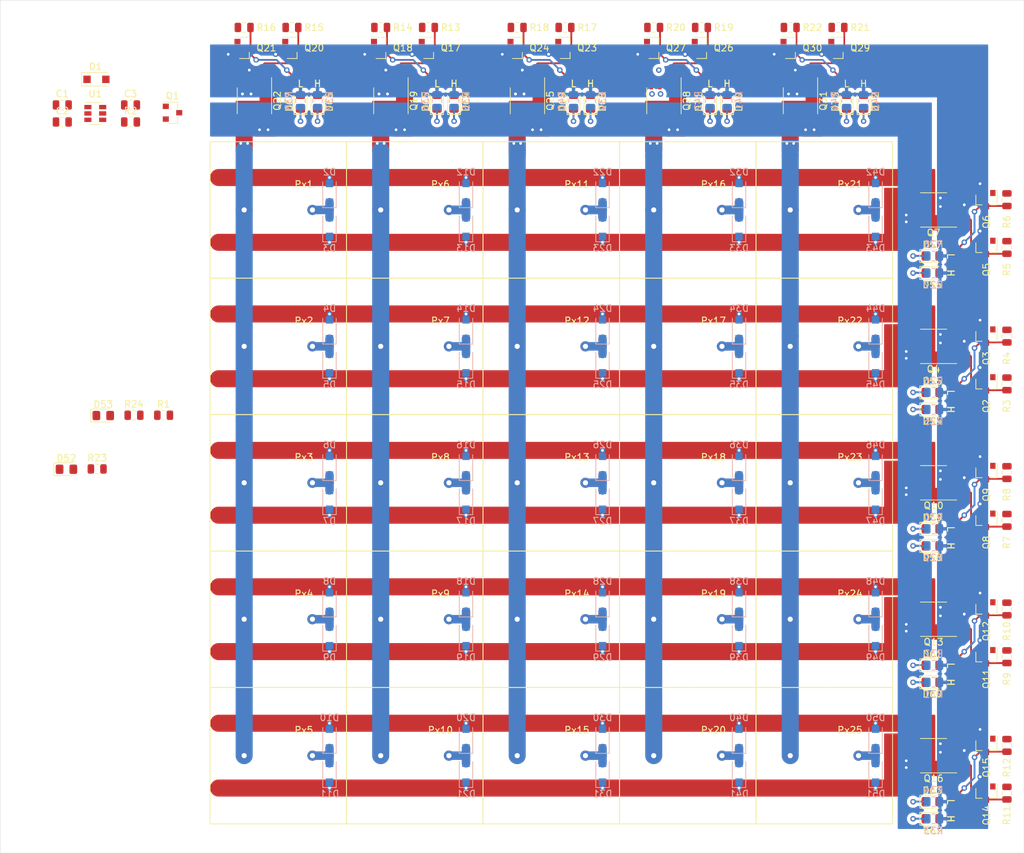
<source format=kicad_pcb>
(kicad_pcb (version 20171130) (host pcbnew "(5.1.6)-1")
  (layers (0 F.Cu signal) (31 B.Cu signal) (34 B.Paste user) (35 F.Paste user) (36 B.SilkS user) (37 F.SilkS user) (38 B.Mask user) (39 F.Mask user) (44 Edge.Cuts user))
  (net 0 "")
  (net 1 GND)
  (net 2 +5V)
  (net 3 "Net-(C2-Pad1)")
  (net 4 "Net-(C2-Pad2)")
  (net 5 +10V)
  (net 6 /Row1/High)
  (net 7 "Net-(D2-Pad1)")
  (net 8 /Row1/Low)
  (net 9 "Net-(D4-Pad1)")
  (net 10 /Row2/High)
  (net 11 /Row2/Low)
  (net 12 /Row3/High)
  (net 13 "Net-(D6-Pad1)")
  (net 14 /Row3/Low)
  (net 15 /Row4/High)
  (net 16 "Net-(D8-Pad1)")
  (net 17 /Row4/Low)
  (net 18 /Row5/High)
  (net 19 "Net-(D10-Pad1)")
  (net 20 /Row5/Low)
  (net 21 "Net-(D12-Pad1)")
  (net 22 "Net-(D14-Pad1)")
  (net 23 "Net-(D16-Pad1)")
  (net 24 "Net-(D18-Pad1)")
  (net 25 "Net-(D20-Pad1)")
  (net 26 "Net-(D22-Pad1)")
  (net 27 "Net-(D24-Pad1)")
  (net 28 "Net-(D26-Pad1)")
  (net 29 "Net-(D28-Pad1)")
  (net 30 "Net-(D30-Pad1)")
  (net 31 "Net-(D32-Pad1)")
  (net 32 "Net-(D34-Pad1)")
  (net 33 "Net-(D36-Pad1)")
  (net 34 "Net-(D38-Pad1)")
  (net 35 "Net-(D40-Pad1)")
  (net 36 "Net-(D42-Pad1)")
  (net 37 "Net-(D44-Pad1)")
  (net 38 "Net-(D46-Pad1)")
  (net 39 "Net-(D48-Pad1)")
  (net 40 "Net-(D50-Pad1)")
  (net 41 /shutdown)
  (net 42 "Net-(D52-Pad1)")
  (net 43 "Net-(D53-Pad1)")
  (net 44 /Row2/Gate_H)
  (net 45 /Row2/Gate_L)
  (net 46 /Row1/Gate_H)
  (net 47 /Row1/Gate_L)
  (net 48 /Row3/Gate_H)
  (net 49 /Row3/Gate_L)
  (net 50 /Row4/Gate_H)
  (net 51 /Row4/Gate_L)
  (net 52 /Row5/Gate_H)
  (net 53 /Row5/Gate_L)
  (net 54 "Net-(D72-Pad1)")
  (net 55 /Column5/Gate_H)
  (net 56 /Column5/Gate_L)
  (net 57 "Net-(D73-Pad1)")
  (net 58 /PixelMatrix/Col_1)
  (net 59 /PixelMatrix/Col_5)
  (net 60 /enable)
  (net 61 /Col5H)
  (net 62 /Column5/Low_ct)
  (net 63 "Net-(D54-Pad1)")
  (net 64 "Net-(D55-Pad1)")
  (net 65 "Net-(D56-Pad1)")
  (net 66 "Net-(D57-Pad1)")
  (net 67 "Net-(D58-Pad1)")
  (net 68 "Net-(D59-Pad1)")
  (net 69 "Net-(D60-Pad1)")
  (net 70 "Net-(D61-Pad1)")
  (net 71 "Net-(D62-Pad1)")
  (net 72 "Net-(D63-Pad1)")
  (net 73 /Column2/Gate_H)
  (net 74 "Net-(D64-Pad1)")
  (net 75 /Column2/Gate_L)
  (net 76 "Net-(D65-Pad1)")
  (net 77 /Column1/Gate_H)
  (net 78 "Net-(D66-Pad1)")
  (net 79 /Column1/Gate_L)
  (net 80 "Net-(D67-Pad1)")
  (net 81 /Column3/Gate_H)
  (net 82 "Net-(D68-Pad1)")
  (net 83 /Column3/Gate_L)
  (net 84 "Net-(D69-Pad1)")
  (net 85 /Column4/Gate_H)
  (net 86 "Net-(D70-Pad1)")
  (net 87 /Column4/Gate_L)
  (net 88 "Net-(D71-Pad1)")
  (net 89 /PixelMatrix/Col_2)
  (net 90 /PixelMatrix/Col_3)
  (net 91 /PixelMatrix/Col_4)
  (net 92 /Row2H)
  (net 93 /Row2/Low_ct)
  (net 94 /Row1H)
  (net 95 /Row1/Low_ct)
  (net 96 /Row3H)
  (net 97 /Row3/Low_ct)
  (net 98 /Row4H)
  (net 99 /Row4/Low_ct)
  (net 100 /Row5H)
  (net 101 /Row5/Low_ct)
  (net 102 /Col2H)
  (net 103 /Column2/Low_ct)
  (net 104 /Col1H)
  (net 105 /Column1/Low_ct)
  (net 106 /Col3H)
  (net 107 /Column3/Low_ct)
  (net 108 /Col4H)
  (net 109 /Column4/Low_ct)
  (module Package_TO_SOT_SMD:SOT-23 (layer F.Cu) (at 122.174 44.704)
    (fp_text reference Q1 (at 0 -2.5) (layer F.SilkS))
    (fp_text value DMN62D0U-7)
    (pad 3 smd rect (at 1 0) (size 0.9 0.8) (layers F.Cu F.Paste F.Mask) (net 41 /shutdown))
    (pad 2 smd rect (at -1 0.95) (size 0.9 0.8) (layers F.Cu F.Paste F.Mask) (net 1 GND))
    (pad 1 smd rect (at -1 -0.95) (size 0.9 0.8) (layers F.Cu F.Paste F.Mask) (net 60 /enable))
  )
  (module Resistor_SMD:R_0805_2012Metric (layer B.Cu) (at 202.184 42.926 90)
    (fp_text reference R42 (at 0 -1.742 90) (layer B.SilkS) (effects (justify mirror)))
    (fp_text value R)
    (pad 2 smd roundrect (at 0.9375 0 90) (size 0.975 1.4) (layers B.Cu B.Paste B.Mask) (net 1 GND))
    (pad 1 smd roundrect (at -0.9375 0 90) (size 0.975 1.4) (layers B.Cu B.Paste B.Mask) (net 88 "Net-(D71-Pad1)"))
  )
  (module Resistor_SMD:R_0805_2012Metric (layer B.Cu) (at 204.724 42.926 90)
    (fp_text reference R41 (at 0 1.796 90) (layer B.SilkS) (effects (justify mirror)))
    (fp_text value R)
    (pad 2 smd roundrect (at 0.9375 0 90) (size 0.975 1.4) (layers B.Cu B.Paste B.Mask) (net 1 GND))
    (pad 1 smd roundrect (at -0.9375 0 90) (size 0.975 1.4) (layers B.Cu B.Paste B.Mask) (net 86 "Net-(D70-Pad1)"))
  )
  (module Resistor_SMD:R_0805_2012Metric (layer B.Cu) (at 181.864 42.926 90)
    (fp_text reference R40 (at 0 -1.742 90) (layer B.SilkS) (effects (justify mirror)))
    (fp_text value R)
    (pad 2 smd roundrect (at 0.9375 0 90) (size 0.975 1.4) (layers B.Cu B.Paste B.Mask) (net 1 GND))
    (pad 1 smd roundrect (at -0.9375 0 90) (size 0.975 1.4) (layers B.Cu B.Paste B.Mask) (net 84 "Net-(D69-Pad1)"))
  )
  (module Resistor_SMD:R_0805_2012Metric (layer B.Cu) (at 184.404 42.926 90)
    (fp_text reference R39 (at 0 1.796 90) (layer B.SilkS) (effects (justify mirror)))
    (fp_text value R)
    (pad 2 smd roundrect (at 0.9375 0 90) (size 0.975 1.4) (layers B.Cu B.Paste B.Mask) (net 1 GND))
    (pad 1 smd roundrect (at -0.9375 0 90) (size 0.975 1.4) (layers B.Cu B.Paste B.Mask) (net 82 "Net-(D68-Pad1)"))
  )
  (module Resistor_SMD:R_0805_2012Metric (layer B.Cu) (at 141.224 42.926 90)
    (fp_text reference R38 (at 0 -1.742 90) (layer B.SilkS) (effects (justify mirror)))
    (fp_text value R)
    (pad 2 smd roundrect (at 0.9375 0 90) (size 0.975 1.4) (layers B.Cu B.Paste B.Mask) (net 1 GND))
    (pad 1 smd roundrect (at -0.9375 0 90) (size 0.975 1.4) (layers B.Cu B.Paste B.Mask) (net 80 "Net-(D67-Pad1)"))
  )
  (module Resistor_SMD:R_0805_2012Metric (layer B.Cu) (at 143.764 42.926 90)
    (fp_text reference R37 (at 0 1.796 90) (layer B.SilkS) (effects (justify mirror)))
    (fp_text value R)
    (pad 2 smd roundrect (at 0.9375 0 90) (size 0.975 1.4) (layers B.Cu B.Paste B.Mask) (net 1 GND))
    (pad 1 smd roundrect (at -0.9375 0 90) (size 0.975 1.4) (layers B.Cu B.Paste B.Mask) (net 78 "Net-(D66-Pad1)"))
  )
  (module Resistor_SMD:R_0805_2012Metric (layer B.Cu) (at 161.544 42.926 90)
    (fp_text reference R36 (at 0 -1.742 90) (layer B.SilkS) (effects (justify mirror)))
    (fp_text value R)
    (pad 2 smd roundrect (at 0.9375 0 90) (size 0.975 1.4) (layers B.Cu B.Paste B.Mask) (net 1 GND))
    (pad 1 smd roundrect (at -0.9375 0 90) (size 0.975 1.4) (layers B.Cu B.Paste B.Mask) (net 76 "Net-(D65-Pad1)"))
  )
  (module Resistor_SMD:R_0805_2012Metric (layer B.Cu) (at 164.084 42.926 90)
    (fp_text reference R35 (at 0 1.796 90) (layer B.SilkS) (effects (justify mirror)))
    (fp_text value R)
    (pad 2 smd roundrect (at 0.9375 0 90) (size 0.975 1.4) (layers B.Cu B.Paste B.Mask) (net 1 GND))
    (pad 1 smd roundrect (at -0.9375 0 90) (size 0.975 1.4) (layers B.Cu B.Paste B.Mask) (net 74 "Net-(D64-Pad1)"))
  )
  (module Resistor_SMD:R_0805_2012Metric (layer B.Cu) (at 235.458 147.32)
    (fp_text reference R34 (at 0 -1.742) (layer B.SilkS) (effects (justify mirror)))
    (fp_text value R)
    (pad 2 smd roundrect (at 0.9375 0) (size 0.975 1.4) (layers B.Cu B.Paste B.Mask) (net 1 GND))
    (pad 1 smd roundrect (at -0.9375 0) (size 0.975 1.4) (layers B.Cu B.Paste B.Mask) (net 72 "Net-(D63-Pad1)"))
  )
  (module Resistor_SMD:R_0805_2012Metric (layer B.Cu) (at 235.458 149.86)
    (fp_text reference R33 (at 0 1.796) (layer B.SilkS) (effects (justify mirror)))
    (fp_text value R)
    (pad 2 smd roundrect (at 0.9375 0) (size 0.975 1.4) (layers B.Cu B.Paste B.Mask) (net 1 GND))
    (pad 1 smd roundrect (at -0.9375 0) (size 0.975 1.4) (layers B.Cu B.Paste B.Mask) (net 71 "Net-(D62-Pad1)"))
  )
  (module Resistor_SMD:R_0805_2012Metric (layer B.Cu) (at 235.458 127)
    (fp_text reference R32 (at 0 -1.742) (layer B.SilkS) (effects (justify mirror)))
    (fp_text value R)
    (pad 2 smd roundrect (at 0.9375 0) (size 0.975 1.4) (layers B.Cu B.Paste B.Mask) (net 1 GND))
    (pad 1 smd roundrect (at -0.9375 0) (size 0.975 1.4) (layers B.Cu B.Paste B.Mask) (net 70 "Net-(D61-Pad1)"))
  )
  (module Resistor_SMD:R_0805_2012Metric (layer B.Cu) (at 235.458 129.54)
    (fp_text reference R31 (at 0 1.796) (layer B.SilkS) (effects (justify mirror)))
    (fp_text value R)
    (pad 2 smd roundrect (at 0.9375 0) (size 0.975 1.4) (layers B.Cu B.Paste B.Mask) (net 1 GND))
    (pad 1 smd roundrect (at -0.9375 0) (size 0.975 1.4) (layers B.Cu B.Paste B.Mask) (net 69 "Net-(D60-Pad1)"))
  )
  (module Resistor_SMD:R_0805_2012Metric (layer B.Cu) (at 235.458 106.68)
    (fp_text reference R30 (at 0 -1.742) (layer B.SilkS) (effects (justify mirror)))
    (fp_text value R)
    (pad 2 smd roundrect (at 0.9375 0) (size 0.975 1.4) (layers B.Cu B.Paste B.Mask) (net 1 GND))
    (pad 1 smd roundrect (at -0.9375 0) (size 0.975 1.4) (layers B.Cu B.Paste B.Mask) (net 68 "Net-(D59-Pad1)"))
  )
  (module Resistor_SMD:R_0805_2012Metric (layer B.Cu) (at 235.458 109.22)
    (fp_text reference R29 (at 0 1.796) (layer B.SilkS) (effects (justify mirror)))
    (fp_text value R)
    (pad 2 smd roundrect (at 0.9375 0) (size 0.975 1.4) (layers B.Cu B.Paste B.Mask) (net 1 GND))
    (pad 1 smd roundrect (at -0.9375 0) (size 0.975 1.4) (layers B.Cu B.Paste B.Mask) (net 67 "Net-(D58-Pad1)"))
  )
  (module Resistor_SMD:R_0805_2012Metric (layer B.Cu) (at 235.458 66.04)
    (fp_text reference R28 (at 0 -1.742) (layer B.SilkS) (effects (justify mirror)))
    (fp_text value R)
    (pad 2 smd roundrect (at 0.9375 0) (size 0.975 1.4) (layers B.Cu B.Paste B.Mask) (net 1 GND))
    (pad 1 smd roundrect (at -0.9375 0) (size 0.975 1.4) (layers B.Cu B.Paste B.Mask) (net 66 "Net-(D57-Pad1)"))
  )
  (module Resistor_SMD:R_0805_2012Metric (layer B.Cu) (at 235.458 68.58)
    (fp_text reference R27 (at 0 1.796) (layer B.SilkS) (effects (justify mirror)))
    (fp_text value R)
    (pad 2 smd roundrect (at 0.9375 0) (size 0.975 1.4) (layers B.Cu B.Paste B.Mask) (net 1 GND))
    (pad 1 smd roundrect (at -0.9375 0) (size 0.975 1.4) (layers B.Cu B.Paste B.Mask) (net 65 "Net-(D56-Pad1)"))
  )
  (module Resistor_SMD:R_0805_2012Metric (layer B.Cu) (at 235.458 86.36)
    (fp_text reference R26 (at 0 -1.742) (layer B.SilkS) (effects (justify mirror)))
    (fp_text value R)
    (pad 2 smd roundrect (at 0.9375 0) (size 0.975 1.4) (layers B.Cu B.Paste B.Mask) (net 1 GND))
    (pad 1 smd roundrect (at -0.9375 0) (size 0.975 1.4) (layers B.Cu B.Paste B.Mask) (net 64 "Net-(D55-Pad1)"))
  )
  (module Resistor_SMD:R_0805_2012Metric (layer B.Cu) (at 235.458 88.9)
    (fp_text reference R25 (at 0 1.796) (layer B.SilkS) (effects (justify mirror)))
    (fp_text value R)
    (pad 2 smd roundrect (at 0.9375 0) (size 0.975 1.4) (layers B.Cu B.Paste B.Mask) (net 1 GND))
    (pad 1 smd roundrect (at -0.9375 0) (size 0.975 1.4) (layers B.Cu B.Paste B.Mask) (net 63 "Net-(D54-Pad1)"))
  )
  (module Resistor_SMD:R_0805_2012Metric (layer F.Cu) (at 193.802 32.004)
    (fp_text reference R20 (at 3.302 0 180) (layer F.SilkS))
    (fp_text value R)
    (pad 2 smd roundrect (at 0.9375 0) (size 0.975 1.4) (layers F.Cu F.Paste F.Mask) (net 87 /Column4/Gate_L))
    (pad 1 smd roundrect (at -0.9375 0) (size 0.975 1.4) (layers F.Cu F.Paste F.Mask) (net 5 +10V))
  )
  (module Resistor_SMD:R_0805_2012Metric (layer F.Cu) (at 200.914 32.004)
    (fp_text reference R19 (at 3.302 0) (layer F.SilkS))
    (fp_text value R)
    (pad 2 smd roundrect (at 0.9375 0) (size 0.975 1.4) (layers F.Cu F.Paste F.Mask) (net 85 /Column4/Gate_H))
    (pad 1 smd roundrect (at -0.9375 0) (size 0.975 1.4) (layers F.Cu F.Paste F.Mask) (net 5 +10V))
  )
  (module Resistor_SMD:R_0805_2012Metric (layer F.Cu) (at 173.482 32.004)
    (fp_text reference R18 (at 3.302 0 180) (layer F.SilkS))
    (fp_text value R)
    (pad 2 smd roundrect (at 0.9375 0) (size 0.975 1.4) (layers F.Cu F.Paste F.Mask) (net 83 /Column3/Gate_L))
    (pad 1 smd roundrect (at -0.9375 0) (size 0.975 1.4) (layers F.Cu F.Paste F.Mask) (net 5 +10V))
  )
  (module Resistor_SMD:R_0805_2012Metric (layer F.Cu) (at 180.594 32.004)
    (fp_text reference R17 (at 3.302 0) (layer F.SilkS))
    (fp_text value R)
    (pad 2 smd roundrect (at 0.9375 0) (size 0.975 1.4) (layers F.Cu F.Paste F.Mask) (net 81 /Column3/Gate_H))
    (pad 1 smd roundrect (at -0.9375 0) (size 0.975 1.4) (layers F.Cu F.Paste F.Mask) (net 5 +10V))
  )
  (module Resistor_SMD:R_0805_2012Metric (layer F.Cu) (at 132.842 32.004)
    (fp_text reference R16 (at 3.302 0 180) (layer F.SilkS))
    (fp_text value R)
    (pad 2 smd roundrect (at 0.9375 0) (size 0.975 1.4) (layers F.Cu F.Paste F.Mask) (net 79 /Column1/Gate_L))
    (pad 1 smd roundrect (at -0.9375 0) (size 0.975 1.4) (layers F.Cu F.Paste F.Mask) (net 5 +10V))
  )
  (module Resistor_SMD:R_0805_2012Metric (layer F.Cu) (at 139.954 32.004)
    (fp_text reference R15 (at 3.302 0) (layer F.SilkS))
    (fp_text value R)
    (pad 2 smd roundrect (at 0.9375 0) (size 0.975 1.4) (layers F.Cu F.Paste F.Mask) (net 77 /Column1/Gate_H))
    (pad 1 smd roundrect (at -0.9375 0) (size 0.975 1.4) (layers F.Cu F.Paste F.Mask) (net 5 +10V))
  )
  (module Resistor_SMD:R_0805_2012Metric (layer F.Cu) (at 153.162 32.004)
    (fp_text reference R14 (at 3.302 0 180) (layer F.SilkS))
    (fp_text value R)
    (pad 2 smd roundrect (at 0.9375 0) (size 0.975 1.4) (layers F.Cu F.Paste F.Mask) (net 75 /Column2/Gate_L))
    (pad 1 smd roundrect (at -0.9375 0) (size 0.975 1.4) (layers F.Cu F.Paste F.Mask) (net 5 +10V))
  )
  (module Resistor_SMD:R_0805_2012Metric (layer F.Cu) (at 160.274 32.004)
    (fp_text reference R13 (at 3.302 0) (layer F.SilkS))
    (fp_text value R)
    (pad 2 smd roundrect (at 0.9375 0) (size 0.975 1.4) (layers F.Cu F.Paste F.Mask) (net 73 /Column2/Gate_H))
    (pad 1 smd roundrect (at -0.9375 0) (size 0.975 1.4) (layers F.Cu F.Paste F.Mask) (net 5 +10V))
  )
  (module Resistor_SMD:R_0805_2012Metric (layer F.Cu) (at 246.38 138.938 270)
    (fp_text reference R12 (at 3.302 0 90) (layer F.SilkS))
    (fp_text value R)
    (pad 2 smd roundrect (at 0.9375 0 270) (size 0.975 1.4) (layers F.Cu F.Paste F.Mask) (net 53 /Row5/Gate_L))
    (pad 1 smd roundrect (at -0.9375 0 270) (size 0.975 1.4) (layers F.Cu F.Paste F.Mask) (net 5 +10V))
  )
  (module Resistor_SMD:R_0805_2012Metric (layer F.Cu) (at 246.38 146.05 270)
    (fp_text reference R11 (at 3.302 0 270) (layer F.SilkS))
    (fp_text value R)
    (pad 2 smd roundrect (at 0.9375 0 270) (size 0.975 1.4) (layers F.Cu F.Paste F.Mask) (net 52 /Row5/Gate_H))
    (pad 1 smd roundrect (at -0.9375 0 270) (size 0.975 1.4) (layers F.Cu F.Paste F.Mask) (net 5 +10V))
  )
  (module Resistor_SMD:R_0805_2012Metric (layer F.Cu) (at 246.38 118.618 270)
    (fp_text reference R10 (at 3.302 0 90) (layer F.SilkS))
    (fp_text value R)
    (pad 2 smd roundrect (at 0.9375 0 270) (size 0.975 1.4) (layers F.Cu F.Paste F.Mask) (net 51 /Row4/Gate_L))
    (pad 1 smd roundrect (at -0.9375 0 270) (size 0.975 1.4) (layers F.Cu F.Paste F.Mask) (net 5 +10V))
  )
  (module Resistor_SMD:R_0805_2012Metric (layer F.Cu) (at 246.38 125.73 270)
    (fp_text reference R9 (at 3.302 0 270) (layer F.SilkS))
    (fp_text value R)
    (pad 2 smd roundrect (at 0.9375 0 270) (size 0.975 1.4) (layers F.Cu F.Paste F.Mask) (net 50 /Row4/Gate_H))
    (pad 1 smd roundrect (at -0.9375 0 270) (size 0.975 1.4) (layers F.Cu F.Paste F.Mask) (net 5 +10V))
  )
  (module Resistor_SMD:R_0805_2012Metric (layer F.Cu) (at 246.38 98.298 270)
    (fp_text reference R8 (at 3.302 0 90) (layer F.SilkS))
    (fp_text value R)
    (pad 2 smd roundrect (at 0.9375 0 270) (size 0.975 1.4) (layers F.Cu F.Paste F.Mask) (net 49 /Row3/Gate_L))
    (pad 1 smd roundrect (at -0.9375 0 270) (size 0.975 1.4) (layers F.Cu F.Paste F.Mask) (net 5 +10V))
  )
  (module Resistor_SMD:R_0805_2012Metric (layer F.Cu) (at 246.38 105.41 270)
    (fp_text reference R7 (at 3.302 0 270) (layer F.SilkS))
    (fp_text value R)
    (pad 2 smd roundrect (at 0.9375 0 270) (size 0.975 1.4) (layers F.Cu F.Paste F.Mask) (net 48 /Row3/Gate_H))
    (pad 1 smd roundrect (at -0.9375 0 270) (size 0.975 1.4) (layers F.Cu F.Paste F.Mask) (net 5 +10V))
  )
  (module Resistor_SMD:R_0805_2012Metric (layer F.Cu) (at 246.38 57.658 270)
    (fp_text reference R6 (at 3.302 0 90) (layer F.SilkS))
    (fp_text value R)
    (pad 2 smd roundrect (at 0.9375 0 270) (size 0.975 1.4) (layers F.Cu F.Paste F.Mask) (net 47 /Row1/Gate_L))
    (pad 1 smd roundrect (at -0.9375 0 270) (size 0.975 1.4) (layers F.Cu F.Paste F.Mask) (net 5 +10V))
  )
  (module Resistor_SMD:R_0805_2012Metric (layer F.Cu) (at 246.38 64.77 270)
    (fp_text reference R5 (at 3.302 0 270) (layer F.SilkS))
    (fp_text value R)
    (pad 2 smd roundrect (at 0.9375 0 270) (size 0.975 1.4) (layers F.Cu F.Paste F.Mask) (net 46 /Row1/Gate_H))
    (pad 1 smd roundrect (at -0.9375 0 270) (size 0.975 1.4) (layers F.Cu F.Paste F.Mask) (net 5 +10V))
  )
  (module Resistor_SMD:R_0805_2012Metric (layer F.Cu) (at 246.38 77.978 270)
    (fp_text reference R4 (at 3.302 0 90) (layer F.SilkS))
    (fp_text value R)
    (pad 2 smd roundrect (at 0.9375 0 270) (size 0.975 1.4) (layers F.Cu F.Paste F.Mask) (net 45 /Row2/Gate_L))
    (pad 1 smd roundrect (at -0.9375 0 270) (size 0.975 1.4) (layers F.Cu F.Paste F.Mask) (net 5 +10V))
  )
  (module Resistor_SMD:R_0805_2012Metric (layer F.Cu) (at 246.38 85.09 270)
    (fp_text reference R3 (at 3.302 0 270) (layer F.SilkS))
    (fp_text value R)
    (pad 2 smd roundrect (at 0.9375 0 270) (size 0.975 1.4) (layers F.Cu F.Paste F.Mask) (net 44 /Row2/Gate_H))
    (pad 1 smd roundrect (at -0.9375 0 270) (size 0.975 1.4) (layers F.Cu F.Paste F.Mask) (net 5 +10V))
  )
  (module Package_TO_SOT_SMD:SOT-23 (layer F.Cu) (at 193.802 35.052)
    (fp_text reference Q27 (at 3.302 0) (layer F.SilkS))
    (fp_text value DMN62D0U-7)
    (pad 3 smd rect (at 1 0) (size 0.9 0.8) (layers F.Cu F.Paste F.Mask) (net 87 /Column4/Gate_L))
    (pad 2 smd rect (at -1 0.95) (size 0.9 0.8) (layers F.Cu F.Paste F.Mask) (net 1 GND))
    (pad 1 smd rect (at -1 -0.95) (size 0.9 0.8) (layers F.Cu F.Paste F.Mask) (net 109 /Column4/Low_ct))
  )
  (module Package_TO_SOT_SMD:SOT-23 (layer F.Cu) (at 200.914 35.052)
    (fp_text reference Q26 (at 3.302 0) (layer F.SilkS))
    (fp_text value DMN62D0U-7)
    (pad 3 smd rect (at 1 0) (size 0.9 0.8) (layers F.Cu F.Paste F.Mask) (net 85 /Column4/Gate_H))
    (pad 2 smd rect (at -1 0.95) (size 0.9 0.8) (layers F.Cu F.Paste F.Mask) (net 1 GND))
    (pad 1 smd rect (at -1 -0.95) (size 0.9 0.8) (layers F.Cu F.Paste F.Mask) (net 108 /Col4H))
  )
  (module Package_TO_SOT_SMD:SOT-23 (layer F.Cu) (at 173.482 35.052)
    (fp_text reference Q24 (at 3.302 0) (layer F.SilkS))
    (fp_text value DMN62D0U-7)
    (pad 3 smd rect (at 1 0) (size 0.9 0.8) (layers F.Cu F.Paste F.Mask) (net 83 /Column3/Gate_L))
    (pad 2 smd rect (at -1 0.95) (size 0.9 0.8) (layers F.Cu F.Paste F.Mask) (net 1 GND))
    (pad 1 smd rect (at -1 -0.95) (size 0.9 0.8) (layers F.Cu F.Paste F.Mask) (net 107 /Column3/Low_ct))
  )
  (module Package_TO_SOT_SMD:SOT-23 (layer F.Cu) (at 180.594 35.052)
    (fp_text reference Q23 (at 3.302 0) (layer F.SilkS))
    (fp_text value DMN62D0U-7)
    (pad 3 smd rect (at 1 0) (size 0.9 0.8) (layers F.Cu F.Paste F.Mask) (net 81 /Column3/Gate_H))
    (pad 2 smd rect (at -1 0.95) (size 0.9 0.8) (layers F.Cu F.Paste F.Mask) (net 1 GND))
    (pad 1 smd rect (at -1 -0.95) (size 0.9 0.8) (layers F.Cu F.Paste F.Mask) (net 106 /Col3H))
  )
  (module Package_TO_SOT_SMD:SOT-23 (layer F.Cu) (at 132.842 35.052)
    (fp_text reference Q21 (at 3.302 0) (layer F.SilkS))
    (fp_text value DMN62D0U-7)
    (pad 3 smd rect (at 1 0) (size 0.9 0.8) (layers F.Cu F.Paste F.Mask) (net 79 /Column1/Gate_L))
    (pad 2 smd rect (at -1 0.95) (size 0.9 0.8) (layers F.Cu F.Paste F.Mask) (net 1 GND))
    (pad 1 smd rect (at -1 -0.95) (size 0.9 0.8) (layers F.Cu F.Paste F.Mask) (net 105 /Column1/Low_ct))
  )
  (module Package_TO_SOT_SMD:SOT-23 (layer F.Cu) (at 139.954 35.052)
    (fp_text reference Q20 (at 3.302 0) (layer F.SilkS))
    (fp_text value DMN62D0U-7)
    (pad 3 smd rect (at 1 0) (size 0.9 0.8) (layers F.Cu F.Paste F.Mask) (net 77 /Column1/Gate_H))
    (pad 2 smd rect (at -1 0.95) (size 0.9 0.8) (layers F.Cu F.Paste F.Mask) (net 1 GND))
    (pad 1 smd rect (at -1 -0.95) (size 0.9 0.8) (layers F.Cu F.Paste F.Mask) (net 104 /Col1H))
  )
  (module Package_TO_SOT_SMD:SOT-23 (layer F.Cu) (at 153.162 35.052)
    (fp_text reference Q18 (at 3.302 0) (layer F.SilkS))
    (fp_text value DMN62D0U-7)
    (pad 3 smd rect (at 1 0) (size 0.9 0.8) (layers F.Cu F.Paste F.Mask) (net 75 /Column2/Gate_L))
    (pad 2 smd rect (at -1 0.95) (size 0.9 0.8) (layers F.Cu F.Paste F.Mask) (net 1 GND))
    (pad 1 smd rect (at -1 -0.95) (size 0.9 0.8) (layers F.Cu F.Paste F.Mask) (net 103 /Column2/Low_ct))
  )
  (module Package_TO_SOT_SMD:SOT-23 (layer F.Cu) (at 160.274 35.052)
    (fp_text reference Q17 (at 3.302 0) (layer F.SilkS))
    (fp_text value DMN62D0U-7)
    (pad 3 smd rect (at 1 0) (size 0.9 0.8) (layers F.Cu F.Paste F.Mask) (net 73 /Column2/Gate_H))
    (pad 2 smd rect (at -1 0.95) (size 0.9 0.8) (layers F.Cu F.Paste F.Mask) (net 1 GND))
    (pad 1 smd rect (at -1 -0.95) (size 0.9 0.8) (layers F.Cu F.Paste F.Mask) (net 102 /Col2H))
  )
  (module Package_TO_SOT_SMD:SOT-23 (layer F.Cu) (at 243.332 138.938 270)
    (fp_text reference Q15 (at 3.302 0 270) (layer F.SilkS))
    (fp_text value DMN62D0U-7)
    (pad 3 smd rect (at 1 0 270) (size 0.9 0.8) (layers F.Cu F.Paste F.Mask) (net 53 /Row5/Gate_L))
    (pad 2 smd rect (at -1 0.95 270) (size 0.9 0.8) (layers F.Cu F.Paste F.Mask) (net 1 GND))
    (pad 1 smd rect (at -1 -0.95 270) (size 0.9 0.8) (layers F.Cu F.Paste F.Mask) (net 101 /Row5/Low_ct))
  )
  (module Package_TO_SOT_SMD:SOT-23 (layer F.Cu) (at 243.332 146.05 270)
    (fp_text reference Q14 (at 3.302 0 270) (layer F.SilkS))
    (fp_text value DMN62D0U-7)
    (pad 3 smd rect (at 1 0 270) (size 0.9 0.8) (layers F.Cu F.Paste F.Mask) (net 52 /Row5/Gate_H))
    (pad 2 smd rect (at -1 0.95 270) (size 0.9 0.8) (layers F.Cu F.Paste F.Mask) (net 1 GND))
    (pad 1 smd rect (at -1 -0.95 270) (size 0.9 0.8) (layers F.Cu F.Paste F.Mask) (net 100 /Row5H))
  )
  (module Package_TO_SOT_SMD:SOT-23 (layer F.Cu) (at 243.332 118.618 270)
    (fp_text reference Q12 (at 3.302 0 270) (layer F.SilkS))
    (fp_text value DMN62D0U-7)
    (pad 3 smd rect (at 1 0 270) (size 0.9 0.8) (layers F.Cu F.Paste F.Mask) (net 51 /Row4/Gate_L))
    (pad 2 smd rect (at -1 0.95 270) (size 0.9 0.8) (layers F.Cu F.Paste F.Mask) (net 1 GND))
    (pad 1 smd rect (at -1 -0.95 270) (size 0.9 0.8) (layers F.Cu F.Paste F.Mask) (net 99 /Row4/Low_ct))
  )
  (module Package_TO_SOT_SMD:SOT-23 (layer F.Cu) (at 243.332 125.73 270)
    (fp_text reference Q11 (at 3.302 0 270) (layer F.SilkS))
    (fp_text value DMN62D0U-7)
    (pad 3 smd rect (at 1 0 270) (size 0.9 0.8) (layers F.Cu F.Paste F.Mask) (net 50 /Row4/Gate_H))
    (pad 2 smd rect (at -1 0.95 270) (size 0.9 0.8) (layers F.Cu F.Paste F.Mask) (net 1 GND))
    (pad 1 smd rect (at -1 -0.95 270) (size 0.9 0.8) (layers F.Cu F.Paste F.Mask) (net 98 /Row4H))
  )
  (module Package_TO_SOT_SMD:SOT-23 (layer F.Cu) (at 243.332 98.298 270)
    (fp_text reference Q9 (at 3.302 0 270) (layer F.SilkS))
    (fp_text value DMN62D0U-7)
    (pad 3 smd rect (at 1 0 270) (size 0.9 0.8) (layers F.Cu F.Paste F.Mask) (net 49 /Row3/Gate_L))
    (pad 2 smd rect (at -1 0.95 270) (size 0.9 0.8) (layers F.Cu F.Paste F.Mask) (net 1 GND))
    (pad 1 smd rect (at -1 -0.95 270) (size 0.9 0.8) (layers F.Cu F.Paste F.Mask) (net 97 /Row3/Low_ct))
  )
  (module Package_TO_SOT_SMD:SOT-23 (layer F.Cu) (at 243.332 105.41 270)
    (fp_text reference Q8 (at 3.302 0 270) (layer F.SilkS))
    (fp_text value DMN62D0U-7)
    (pad 3 smd rect (at 1 0 270) (size 0.9 0.8) (layers F.Cu F.Paste F.Mask) (net 48 /Row3/Gate_H))
    (pad 2 smd rect (at -1 0.95 270) (size 0.9 0.8) (layers F.Cu F.Paste F.Mask) (net 1 GND))
    (pad 1 smd rect (at -1 -0.95 270) (size 0.9 0.8) (layers F.Cu F.Paste F.Mask) (net 96 /Row3H))
  )
  (module Package_TO_SOT_SMD:SOT-23 (layer F.Cu) (at 243.332 57.658 270)
    (fp_text reference Q6 (at 3.302 0 270) (layer F.SilkS))
    (fp_text value DMN62D0U-7)
    (pad 3 smd rect (at 1 0 270) (size 0.9 0.8) (layers F.Cu F.Paste F.Mask) (net 47 /Row1/Gate_L))
    (pad 2 smd rect (at -1 0.95 270) (size 0.9 0.8) (layers F.Cu F.Paste F.Mask) (net 1 GND))
    (pad 1 smd rect (at -1 -0.95 270) (size 0.9 0.8) (layers F.Cu F.Paste F.Mask) (net 95 /Row1/Low_ct))
  )
  (module Package_TO_SOT_SMD:SOT-23 (layer F.Cu) (at 243.332 64.77 270)
    (fp_text reference Q5 (at 3.302 0 270) (layer F.SilkS))
    (fp_text value DMN62D0U-7)
    (pad 3 smd rect (at 1 0 270) (size 0.9 0.8) (layers F.Cu F.Paste F.Mask) (net 46 /Row1/Gate_H))
    (pad 2 smd rect (at -1 0.95 270) (size 0.9 0.8) (layers F.Cu F.Paste F.Mask) (net 1 GND))
    (pad 1 smd rect (at -1 -0.95 270) (size 0.9 0.8) (layers F.Cu F.Paste F.Mask) (net 94 /Row1H))
  )
  (module Package_TO_SOT_SMD:SOT-23 (layer F.Cu) (at 243.332 77.978 270)
    (fp_text reference Q3 (at 3.302 0 270) (layer F.SilkS))
    (fp_text value DMN62D0U-7)
    (pad 3 smd rect (at 1 0 270) (size 0.9 0.8) (layers F.Cu F.Paste F.Mask) (net 45 /Row2/Gate_L))
    (pad 2 smd rect (at -1 0.95 270) (size 0.9 0.8) (layers F.Cu F.Paste F.Mask) (net 1 GND))
    (pad 1 smd rect (at -1 -0.95 270) (size 0.9 0.8) (layers F.Cu F.Paste F.Mask) (net 93 /Row2/Low_ct))
  )
  (module Package_TO_SOT_SMD:SOT-23 (layer F.Cu) (at 243.332 85.09 270)
    (fp_text reference Q2 (at 3.302 0 270) (layer F.SilkS))
    (fp_text value DMN62D0U-7)
    (pad 3 smd rect (at 1 0 270) (size 0.9 0.8) (layers F.Cu F.Paste F.Mask) (net 44 /Row2/Gate_H))
    (pad 2 smd rect (at -1 0.95 270) (size 0.9 0.8) (layers F.Cu F.Paste F.Mask) (net 1 GND))
    (pad 1 smd rect (at -1 -0.95 270) (size 0.9 0.8) (layers F.Cu F.Paste F.Mask) (net 92 /Row2H))
  )
  (module LED_SMD:LED_0805_2012Metric_Pad1.15x1.40mm_HandSolder (layer F.Cu) (at 202.184 43.106 90)
    (fp_text reference D71 (at 0 -1.65 90) (layer F.SilkS))
    (fp_text value LED_Green)
    (pad 2 smd roundrect (at 1.025 0 90) (size 1.15 1.4) (layers F.Cu F.Paste F.Mask) (roundrect_rratio 0.217391) (net 87 /Column4/Gate_L))
    (pad 1 smd roundrect (at -1.025 0 90) (size 1.15 1.4) (layers F.Cu F.Paste F.Mask) (roundrect_rratio 0.217391) (net 88 "Net-(D71-Pad1)"))
  )
  (module LED_SMD:LED_0805_2012Metric_Pad1.15x1.40mm_HandSolder (layer F.Cu) (at 204.724 43.106 90)
    (fp_text reference D70 (at 0 1.746 90) (layer F.SilkS))
    (fp_text value LED_Green)
    (pad 2 smd roundrect (at 1.025 0 90) (size 1.15 1.4) (layers F.Cu F.Paste F.Mask) (roundrect_rratio 0.217391) (net 85 /Column4/Gate_H))
    (pad 1 smd roundrect (at -1.025 0 90) (size 1.15 1.4) (layers F.Cu F.Paste F.Mask) (roundrect_rratio 0.217391) (net 86 "Net-(D70-Pad1)"))
  )
  (module LED_SMD:LED_0805_2012Metric_Pad1.15x1.40mm_HandSolder (layer F.Cu) (at 181.864 43.106 90)
    (fp_text reference D69 (at 0 -1.65 90) (layer F.SilkS))
    (fp_text value LED_Green)
    (pad 2 smd roundrect (at 1.025 0 90) (size 1.15 1.4) (layers F.Cu F.Paste F.Mask) (roundrect_rratio 0.217391) (net 83 /Column3/Gate_L))
    (pad 1 smd roundrect (at -1.025 0 90) (size 1.15 1.4) (layers F.Cu F.Paste F.Mask) (roundrect_rratio 0.217391) (net 84 "Net-(D69-Pad1)"))
  )
  (module LED_SMD:LED_0805_2012Metric_Pad1.15x1.40mm_HandSolder (layer F.Cu) (at 184.404 43.106 90)
    (fp_text reference D68 (at 0 1.746 90) (layer F.SilkS))
    (fp_text value LED_Green)
    (pad 2 smd roundrect (at 1.025 0 90) (size 1.15 1.4) (layers F.Cu F.Paste F.Mask) (roundrect_rratio 0.217391) (net 81 /Column3/Gate_H))
    (pad 1 smd roundrect (at -1.025 0 90) (size 1.15 1.4) (layers F.Cu F.Paste F.Mask) (roundrect_rratio 0.217391) (net 82 "Net-(D68-Pad1)"))
  )
  (module LED_SMD:LED_0805_2012Metric_Pad1.15x1.40mm_HandSolder (layer F.Cu) (at 141.224 43.106 90)
    (fp_text reference D67 (at 0 -1.65 90) (layer F.SilkS))
    (fp_text value LED_Green)
    (pad 2 smd roundrect (at 1.025 0 90) (size 1.15 1.4) (layers F.Cu F.Paste F.Mask) (roundrect_rratio 0.217391) (net 79 /Column1/Gate_L))
    (pad 1 smd roundrect (at -1.025 0 90) (size 1.15 1.4) (layers F.Cu F.Paste F.Mask) (roundrect_rratio 0.217391) (net 80 "Net-(D67-Pad1)"))
  )
  (module LED_SMD:LED_0805_2012Metric_Pad1.15x1.40mm_HandSolder (layer F.Cu) (at 143.764 43.106 90)
    (fp_text reference D66 (at 0 1.746 90) (layer F.SilkS))
    (fp_text value LED_Green)
    (pad 2 smd roundrect (at 1.025 0 90) (size 1.15 1.4) (layers F.Cu F.Paste F.Mask) (roundrect_rratio 0.217391) (net 77 /Column1/Gate_H))
    (pad 1 smd roundrect (at -1.025 0 90) (size 1.15 1.4) (layers F.Cu F.Paste F.Mask) (roundrect_rratio 0.217391) (net 78 "Net-(D66-Pad1)"))
  )
  (module LED_SMD:LED_0805_2012Metric_Pad1.15x1.40mm_HandSolder (layer F.Cu) (at 161.544 43.106 90)
    (fp_text reference D65 (at 0 -1.65 90) (layer F.SilkS))
    (fp_text value LED_Green)
    (pad 2 smd roundrect (at 1.025 0 90) (size 1.15 1.4) (layers F.Cu F.Paste F.Mask) (roundrect_rratio 0.217391) (net 75 /Column2/Gate_L))
    (pad 1 smd roundrect (at -1.025 0 90) (size 1.15 1.4) (layers F.Cu F.Paste F.Mask) (roundrect_rratio 0.217391) (net 76 "Net-(D65-Pad1)"))
  )
  (module LED_SMD:LED_0805_2012Metric_Pad1.15x1.40mm_HandSolder (layer F.Cu) (at 164.084 43.106 90)
    (fp_text reference D64 (at 0 1.746 90) (layer F.SilkS))
    (fp_text value LED_Green)
    (pad 2 smd roundrect (at 1.025 0 90) (size 1.15 1.4) (layers F.Cu F.Paste F.Mask) (roundrect_rratio 0.217391) (net 73 /Column2/Gate_H))
    (pad 1 smd roundrect (at -1.025 0 90) (size 1.15 1.4) (layers F.Cu F.Paste F.Mask) (roundrect_rratio 0.217391) (net 74 "Net-(D64-Pad1)"))
  )
  (module LED_SMD:LED_0805_2012Metric_Pad1.15x1.40mm_HandSolder (layer F.Cu) (at 235.278 147.32)
    (fp_text reference D63 (at 0 -1.65) (layer F.SilkS))
    (fp_text value LED_Green)
    (pad 2 smd roundrect (at 1.025 0) (size 1.15 1.4) (layers F.Cu F.Paste F.Mask) (roundrect_rratio 0.217391) (net 53 /Row5/Gate_L))
    (pad 1 smd roundrect (at -1.025 0) (size 1.15 1.4) (layers F.Cu F.Paste F.Mask) (roundrect_rratio 0.217391) (net 72 "Net-(D63-Pad1)"))
  )
  (module LED_SMD:LED_0805_2012Metric_Pad1.15x1.40mm_HandSolder (layer F.Cu) (at 235.278 149.86)
    (fp_text reference D62 (at 0 1.746) (layer F.SilkS))
    (fp_text value LED_Green)
    (pad 2 smd roundrect (at 1.025 0) (size 1.15 1.4) (layers F.Cu F.Paste F.Mask) (roundrect_rratio 0.217391) (net 52 /Row5/Gate_H))
    (pad 1 smd roundrect (at -1.025 0) (size 1.15 1.4) (layers F.Cu F.Paste F.Mask) (roundrect_rratio 0.217391) (net 71 "Net-(D62-Pad1)"))
  )
  (module LED_SMD:LED_0805_2012Metric_Pad1.15x1.40mm_HandSolder (layer F.Cu) (at 235.278 127)
    (fp_text reference D61 (at 0 -1.65) (layer F.SilkS))
    (fp_text value LED_Green)
    (pad 2 smd roundrect (at 1.025 0) (size 1.15 1.4) (layers F.Cu F.Paste F.Mask) (roundrect_rratio 0.217391) (net 51 /Row4/Gate_L))
    (pad 1 smd roundrect (at -1.025 0) (size 1.15 1.4) (layers F.Cu F.Paste F.Mask) (roundrect_rratio 0.217391) (net 70 "Net-(D61-Pad1)"))
  )
  (module LED_SMD:LED_0805_2012Metric_Pad1.15x1.40mm_HandSolder (layer F.Cu) (at 235.278 129.54)
    (fp_text reference D60 (at 0 1.746) (layer F.SilkS))
    (fp_text value LED_Green)
    (pad 2 smd roundrect (at 1.025 0) (size 1.15 1.4) (layers F.Cu F.Paste F.Mask) (roundrect_rratio 0.217391) (net 50 /Row4/Gate_H))
    (pad 1 smd roundrect (at -1.025 0) (size 1.15 1.4) (layers F.Cu F.Paste F.Mask) (roundrect_rratio 0.217391) (net 69 "Net-(D60-Pad1)"))
  )
  (module LED_SMD:LED_0805_2012Metric_Pad1.15x1.40mm_HandSolder (layer F.Cu) (at 235.278 106.68)
    (fp_text reference D59 (at 0 -1.65) (layer F.SilkS))
    (fp_text value LED_Green)
    (pad 2 smd roundrect (at 1.025 0) (size 1.15 1.4) (layers F.Cu F.Paste F.Mask) (roundrect_rratio 0.217391) (net 49 /Row3/Gate_L))
    (pad 1 smd roundrect (at -1.025 0) (size 1.15 1.4) (layers F.Cu F.Paste F.Mask) (roundrect_rratio 0.217391) (net 68 "Net-(D59-Pad1)"))
  )
  (module LED_SMD:LED_0805_2012Metric_Pad1.15x1.40mm_HandSolder (layer F.Cu) (at 235.278 109.22)
    (fp_text reference D58 (at 0 1.746) (layer F.SilkS))
    (fp_text value LED_Green)
    (pad 2 smd roundrect (at 1.025 0) (size 1.15 1.4) (layers F.Cu F.Paste F.Mask) (roundrect_rratio 0.217391) (net 48 /Row3/Gate_H))
    (pad 1 smd roundrect (at -1.025 0) (size 1.15 1.4) (layers F.Cu F.Paste F.Mask) (roundrect_rratio 0.217391) (net 67 "Net-(D58-Pad1)"))
  )
  (module LED_SMD:LED_0805_2012Metric_Pad1.15x1.40mm_HandSolder (layer F.Cu) (at 235.278 66.04)
    (fp_text reference D57 (at 0 -1.65) (layer F.SilkS))
    (fp_text value LED_Green)
    (pad 2 smd roundrect (at 1.025 0) (size 1.15 1.4) (layers F.Cu F.Paste F.Mask) (roundrect_rratio 0.217391) (net 47 /Row1/Gate_L))
    (pad 1 smd roundrect (at -1.025 0) (size 1.15 1.4) (layers F.Cu F.Paste F.Mask) (roundrect_rratio 0.217391) (net 66 "Net-(D57-Pad1)"))
  )
  (module LED_SMD:LED_0805_2012Metric_Pad1.15x1.40mm_HandSolder (layer F.Cu) (at 235.278 68.58)
    (fp_text reference D56 (at 0 1.746) (layer F.SilkS))
    (fp_text value LED_Green)
    (pad 2 smd roundrect (at 1.025 0) (size 1.15 1.4) (layers F.Cu F.Paste F.Mask) (roundrect_rratio 0.217391) (net 46 /Row1/Gate_H))
    (pad 1 smd roundrect (at -1.025 0) (size 1.15 1.4) (layers F.Cu F.Paste F.Mask) (roundrect_rratio 0.217391) (net 65 "Net-(D56-Pad1)"))
  )
  (module LED_SMD:LED_0805_2012Metric_Pad1.15x1.40mm_HandSolder (layer F.Cu) (at 235.278 86.36)
    (fp_text reference D55 (at 0 -1.65) (layer F.SilkS))
    (fp_text value LED_Green)
    (pad 2 smd roundrect (at 1.025 0) (size 1.15 1.4) (layers F.Cu F.Paste F.Mask) (roundrect_rratio 0.217391) (net 45 /Row2/Gate_L))
    (pad 1 smd roundrect (at -1.025 0) (size 1.15 1.4) (layers F.Cu F.Paste F.Mask) (roundrect_rratio 0.217391) (net 64 "Net-(D55-Pad1)"))
  )
  (module LED_SMD:LED_0805_2012Metric_Pad1.15x1.40mm_HandSolder (layer F.Cu) (at 235.278 88.9)
    (fp_text reference D54 (at 0 1.746) (layer F.SilkS))
    (fp_text value LED_Green)
    (pad 2 smd roundrect (at 1.025 0) (size 1.15 1.4) (layers F.Cu F.Paste F.Mask) (roundrect_rratio 0.217391) (net 44 /Row2/Gate_H))
    (pad 1 smd roundrect (at -1.025 0) (size 1.15 1.4) (layers F.Cu F.Paste F.Mask) (roundrect_rratio 0.217391) (net 63 "Net-(D54-Pad1)"))
  )
  (module Package_SO:SO-8_3.9x4.9mm_P1.27mm (layer F.Cu) (at 235.458 140.462 180)
    (fp_text reference Q16 (at 0 -3.4) (layer F.SilkS))
    (fp_text value STS8DN6LF6AG)
    (pad 1 smd roundrect (at -2.575 -1.905 180) (size 1.75 0.6) (layers F.Cu F.Paste F.Mask) (net 18 /Row5/High))
    (pad 2 smd roundrect (at -2.575 -0.635 180) (size 1.75 0.6) (layers F.Cu F.Paste F.Mask) (net 52 /Row5/Gate_H))
    (pad 3 smd roundrect (at -2.575 0.635 180) (size 1.75 0.6) (layers F.Cu F.Paste F.Mask) (net 1 GND))
    (pad 4 smd roundrect (at -2.575 1.905 180) (size 1.75 0.6) (layers F.Cu F.Paste F.Mask) (net 53 /Row5/Gate_L))
    (pad 5 smd roundrect (at 2.575 1.905 180) (size 1.75 0.6) (layers F.Cu F.Paste F.Mask) (net 20 /Row5/Low))
    (pad 6 smd roundrect (at 2.575 0.635 180) (size 1.75 0.6) (layers F.Cu F.Paste F.Mask) (net 20 /Row5/Low))
    (pad 7 smd roundrect (at 2.575 -0.635 180) (size 1.75 0.6) (layers F.Cu F.Paste F.Mask) (net 2 +5V))
    (pad 8 smd roundrect (at 2.575 -1.905 180) (size 1.75 0.6) (layers F.Cu F.Paste F.Mask) (net 2 +5V))
  )
  (module Package_SO:SO-8_3.9x4.9mm_P1.27mm (layer F.Cu) (at 235.458 120.142 180)
    (fp_text reference Q13 (at 0 -3.4) (layer F.SilkS))
    (fp_text value STS8DN6LF6AG)
    (pad 1 smd roundrect (at -2.575 -1.905 180) (size 1.75 0.6) (layers F.Cu F.Paste F.Mask) (net 15 /Row4/High))
    (pad 2 smd roundrect (at -2.575 -0.635 180) (size 1.75 0.6) (layers F.Cu F.Paste F.Mask) (net 50 /Row4/Gate_H))
    (pad 3 smd roundrect (at -2.575 0.635 180) (size 1.75 0.6) (layers F.Cu F.Paste F.Mask) (net 1 GND))
    (pad 4 smd roundrect (at -2.575 1.905 180) (size 1.75 0.6) (layers F.Cu F.Paste F.Mask) (net 51 /Row4/Gate_L))
    (pad 5 smd roundrect (at 2.575 1.905 180) (size 1.75 0.6) (layers F.Cu F.Paste F.Mask) (net 17 /Row4/Low))
    (pad 6 smd roundrect (at 2.575 0.635 180) (size 1.75 0.6) (layers F.Cu F.Paste F.Mask) (net 17 /Row4/Low))
    (pad 7 smd roundrect (at 2.575 -0.635 180) (size 1.75 0.6) (layers F.Cu F.Paste F.Mask) (net 2 +5V))
    (pad 8 smd roundrect (at 2.575 -1.905 180) (size 1.75 0.6) (layers F.Cu F.Paste F.Mask) (net 2 +5V))
  )
  (module Package_SO:SO-8_3.9x4.9mm_P1.27mm (layer F.Cu) (at 235.458 99.822 180)
    (fp_text reference Q10 (at 0 -3.4) (layer F.SilkS))
    (fp_text value STS8DN6LF6AG)
    (pad 1 smd roundrect (at -2.575 -1.905 180) (size 1.75 0.6) (layers F.Cu F.Paste F.Mask) (net 12 /Row3/High))
    (pad 2 smd roundrect (at -2.575 -0.635 180) (size 1.75 0.6) (layers F.Cu F.Paste F.Mask) (net 48 /Row3/Gate_H))
    (pad 3 smd roundrect (at -2.575 0.635 180) (size 1.75 0.6) (layers F.Cu F.Paste F.Mask) (net 1 GND))
    (pad 4 smd roundrect (at -2.575 1.905 180) (size 1.75 0.6) (layers F.Cu F.Paste F.Mask) (net 49 /Row3/Gate_L))
    (pad 5 smd roundrect (at 2.575 1.905 180) (size 1.75 0.6) (layers F.Cu F.Paste F.Mask) (net 14 /Row3/Low))
    (pad 6 smd roundrect (at 2.575 0.635 180) (size 1.75 0.6) (layers F.Cu F.Paste F.Mask) (net 14 /Row3/Low))
    (pad 7 smd roundrect (at 2.575 -0.635 180) (size 1.75 0.6) (layers F.Cu F.Paste F.Mask) (net 2 +5V))
    (pad 8 smd roundrect (at 2.575 -1.905 180) (size 1.75 0.6) (layers F.Cu F.Paste F.Mask) (net 2 +5V))
  )
  (module Package_SO:SO-8_3.9x4.9mm_P1.27mm (layer F.Cu) (at 235.458 79.502 180)
    (fp_text reference Q4 (at 0 -3.4) (layer F.SilkS))
    (fp_text value STS8DN6LF6AG)
    (pad 1 smd roundrect (at -2.575 -1.905 180) (size 1.75 0.6) (layers F.Cu F.Paste F.Mask) (net 10 /Row2/High))
    (pad 2 smd roundrect (at -2.575 -0.635 180) (size 1.75 0.6) (layers F.Cu F.Paste F.Mask) (net 44 /Row2/Gate_H))
    (pad 3 smd roundrect (at -2.575 0.635 180) (size 1.75 0.6) (layers F.Cu F.Paste F.Mask) (net 1 GND))
    (pad 4 smd roundrect (at -2.575 1.905 180) (size 1.75 0.6) (layers F.Cu F.Paste F.Mask) (net 45 /Row2/Gate_L))
    (pad 5 smd roundrect (at 2.575 1.905 180) (size 1.75 0.6) (layers F.Cu F.Paste F.Mask) (net 11 /Row2/Low))
    (pad 6 smd roundrect (at 2.575 0.635 180) (size 1.75 0.6) (layers F.Cu F.Paste F.Mask) (net 11 /Row2/Low))
    (pad 7 smd roundrect (at 2.575 -0.635 180) (size 1.75 0.6) (layers F.Cu F.Paste F.Mask) (net 2 +5V))
    (pad 8 smd roundrect (at 2.575 -1.905 180) (size 1.75 0.6) (layers F.Cu F.Paste F.Mask) (net 2 +5V))
  )
  (module Package_SO:SO-8_3.9x4.9mm_P1.27mm (layer F.Cu) (at 215.646 42.926 270)
    (fp_text reference Q31 (at 0 -3.4 90) (layer F.SilkS))
    (fp_text value STS8DN6LF6AG)
    (pad 8 smd roundrect (at 2.575 -1.905 270) (size 1.75 0.6) (layers F.Cu F.Paste F.Mask) (net 2 +5V))
    (pad 7 smd roundrect (at 2.575 -0.635 270) (size 1.75 0.6) (layers F.Cu F.Paste F.Mask) (net 2 +5V))
    (pad 6 smd roundrect (at 2.575 0.635 270) (size 1.75 0.6) (layers F.Cu F.Paste F.Mask) (net 59 /PixelMatrix/Col_5))
    (pad 5 smd roundrect (at 2.575 1.905 270) (size 1.75 0.6) (layers F.Cu F.Paste F.Mask) (net 59 /PixelMatrix/Col_5))
    (pad 4 smd roundrect (at -2.575 1.905 270) (size 1.75 0.6) (layers F.Cu F.Paste F.Mask) (net 56 /Column5/Gate_L))
    (pad 3 smd roundrect (at -2.575 0.635 270) (size 1.75 0.6) (layers F.Cu F.Paste F.Mask) (net 1 GND))
    (pad 2 smd roundrect (at -2.575 -0.635 270) (size 1.75 0.6) (layers F.Cu F.Paste F.Mask) (net 55 /Column5/Gate_H))
    (pad 1 smd roundrect (at -2.575 -1.905 270) (size 1.75 0.6) (layers F.Cu F.Paste F.Mask) (net 59 /PixelMatrix/Col_5))
  )
  (module Package_SO:SO-8_3.9x4.9mm_P1.27mm (layer F.Cu) (at 195.326 42.926 270)
    (fp_text reference Q28 (at 0 -3.4 90) (layer F.SilkS))
    (fp_text value STS8DN6LF6AG)
    (pad 8 smd roundrect (at 2.575 -1.905 270) (size 1.75 0.6) (layers F.Cu F.Paste F.Mask) (net 2 +5V))
    (pad 7 smd roundrect (at 2.575 -0.635 270) (size 1.75 0.6) (layers F.Cu F.Paste F.Mask) (net 2 +5V))
    (pad 6 smd roundrect (at 2.575 0.635 270) (size 1.75 0.6) (layers F.Cu F.Paste F.Mask) (net 91 /PixelMatrix/Col_4))
    (pad 5 smd roundrect (at 2.575 1.905 270) (size 1.75 0.6) (layers F.Cu F.Paste F.Mask) (net 91 /PixelMatrix/Col_4))
    (pad 4 smd roundrect (at -2.575 1.905 270) (size 1.75 0.6) (layers F.Cu F.Paste F.Mask) (net 87 /Column4/Gate_L))
    (pad 3 smd roundrect (at -2.575 0.635 270) (size 1.75 0.6) (layers F.Cu F.Paste F.Mask) (net 1 GND))
    (pad 2 smd roundrect (at -2.575 -0.635 270) (size 1.75 0.6) (layers F.Cu F.Paste F.Mask) (net 85 /Column4/Gate_H))
    (pad 1 smd roundrect (at -2.575 -1.905 270) (size 1.75 0.6) (layers F.Cu F.Paste F.Mask) (net 91 /PixelMatrix/Col_4))
  )
  (module Package_SO:SO-8_3.9x4.9mm_P1.27mm (layer F.Cu) (at 175.006 42.926 270)
    (fp_text reference Q25 (at 0 -3.4 90) (layer F.SilkS))
    (fp_text value STS8DN6LF6AG)
    (pad 8 smd roundrect (at 2.575 -1.905 270) (size 1.75 0.6) (layers F.Cu F.Paste F.Mask) (net 2 +5V))
    (pad 7 smd roundrect (at 2.575 -0.635 270) (size 1.75 0.6) (layers F.Cu F.Paste F.Mask) (net 2 +5V))
    (pad 6 smd roundrect (at 2.575 0.635 270) (size 1.75 0.6) (layers F.Cu F.Paste F.Mask) (net 90 /PixelMatrix/Col_3))
    (pad 5 smd roundrect (at 2.575 1.905 270) (size 1.75 0.6) (layers F.Cu F.Paste F.Mask) (net 90 /PixelMatrix/Col_3))
    (pad 4 smd roundrect (at -2.575 1.905 270) (size 1.75 0.6) (layers F.Cu F.Paste F.Mask) (net 83 /Column3/Gate_L))
    (pad 3 smd roundrect (at -2.575 0.635 270) (size 1.75 0.6) (layers F.Cu F.Paste F.Mask) (net 1 GND))
    (pad 2 smd roundrect (at -2.575 -0.635 270) (size 1.75 0.6) (layers F.Cu F.Paste F.Mask) (net 81 /Column3/Gate_H))
    (pad 1 smd roundrect (at -2.575 -1.905 270) (size 1.75 0.6) (layers F.Cu F.Paste F.Mask) (net 90 /PixelMatrix/Col_3))
  )
  (module Package_SO:SO-8_3.9x4.9mm_P1.27mm (layer F.Cu) (at 134.366 42.926 270)
    (fp_text reference Q22 (at 0 -3.4 90) (layer F.SilkS))
    (fp_text value STS8DN6LF6AG)
    (pad 8 smd roundrect (at 2.575 -1.905 270) (size 1.75 0.6) (layers F.Cu F.Paste F.Mask) (net 2 +5V))
    (pad 7 smd roundrect (at 2.575 -0.635 270) (size 1.75 0.6) (layers F.Cu F.Paste F.Mask) (net 2 +5V))
    (pad 6 smd roundrect (at 2.575 0.635 270) (size 1.75 0.6) (layers F.Cu F.Paste F.Mask) (net 58 /PixelMatrix/Col_1))
    (pad 5 smd roundrect (at 2.575 1.905 270) (size 1.75 0.6) (layers F.Cu F.Paste F.Mask) (net 58 /PixelMatrix/Col_1))
    (pad 4 smd roundrect (at -2.575 1.905 270) (size 1.75 0.6) (layers F.Cu F.Paste F.Mask) (net 79 /Column1/Gate_L))
    (pad 3 smd roundrect (at -2.575 0.635 270) (size 1.75 0.6) (layers F.Cu F.Paste F.Mask) (net 1 GND))
    (pad 2 smd roundrect (at -2.575 -0.635 270) (size 1.75 0.6) (layers F.Cu F.Paste F.Mask) (net 77 /Column1/Gate_H))
    (pad 1 smd roundrect (at -2.575 -1.905 270) (size 1.75 0.6) (layers F.Cu F.Paste F.Mask) (net 58 /PixelMatrix/Col_1))
  )
  (module Package_SO:SO-8_3.9x4.9mm_P1.27mm (layer F.Cu) (at 154.686 42.926 270)
    (fp_text reference Q19 (at 0 -3.4 90) (layer F.SilkS))
    (fp_text value STS8DN6LF6AG)
    (pad 8 smd roundrect (at 2.575 -1.905 270) (size 1.75 0.6) (layers F.Cu F.Paste F.Mask) (net 2 +5V))
    (pad 7 smd roundrect (at 2.575 -0.635 270) (size 1.75 0.6) (layers F.Cu F.Paste F.Mask) (net 2 +5V))
    (pad 6 smd roundrect (at 2.575 0.635 270) (size 1.75 0.6) (layers F.Cu F.Paste F.Mask) (net 89 /PixelMatrix/Col_2))
    (pad 5 smd roundrect (at 2.575 1.905 270) (size 1.75 0.6) (layers F.Cu F.Paste F.Mask) (net 89 /PixelMatrix/Col_2))
    (pad 4 smd roundrect (at -2.575 1.905 270) (size 1.75 0.6) (layers F.Cu F.Paste F.Mask) (net 75 /Column2/Gate_L))
    (pad 3 smd roundrect (at -2.575 0.635 270) (size 1.75 0.6) (layers F.Cu F.Paste F.Mask) (net 1 GND))
    (pad 2 smd roundrect (at -2.575 -0.635 270) (size 1.75 0.6) (layers F.Cu F.Paste F.Mask) (net 73 /Column2/Gate_H))
    (pad 1 smd roundrect (at -2.575 -1.905 270) (size 1.75 0.6) (layers F.Cu F.Paste F.Mask) (net 89 /PixelMatrix/Col_2))
  )
  (module Package_SO:SO-8_3.9x4.9mm_P1.27mm (layer F.Cu) (at 235.458 59.182 180)
    (fp_text reference Q7 (at 0 -3.4) (layer F.SilkS))
    (fp_text value STS8DN6LF6AG)
    (pad 8 smd roundrect (at 2.575 -1.905 180) (size 1.75 0.6) (layers F.Cu F.Paste F.Mask) (net 2 +5V))
    (pad 7 smd roundrect (at 2.575 -0.635 180) (size 1.75 0.6) (layers F.Cu F.Paste F.Mask) (net 2 +5V))
    (pad 6 smd roundrect (at 2.575 0.635 180) (size 1.75 0.6) (layers F.Cu F.Paste F.Mask) (net 8 /Row1/Low))
    (pad 5 smd roundrect (at 2.575 1.905 180) (size 1.75 0.6) (layers F.Cu F.Paste F.Mask) (net 8 /Row1/Low))
    (pad 4 smd roundrect (at -2.575 1.905 180) (size 1.75 0.6) (layers F.Cu F.Paste F.Mask) (net 47 /Row1/Gate_L))
    (pad 3 smd roundrect (at -2.575 0.635 180) (size 1.75 0.6) (layers F.Cu F.Paste F.Mask) (net 1 GND))
    (pad 2 smd roundrect (at -2.575 -0.635 180) (size 1.75 0.6) (layers F.Cu F.Paste F.Mask) (net 46 /Row1/Gate_H))
    (pad 1 smd roundrect (at -2.575 -1.905 180) (size 1.75 0.6) (layers F.Cu F.Paste F.Mask) (net 6 /Row1/High))
  )
  (module Diode_SMD:D_SOD-123F (layer B.Cu) (at 226.822 137.922 90)
    (fp_text reference D50 (at 3.12 0 180) (layer B.SilkS) (effects (justify mirror)))
    (fp_text value Diode)
    (pad 2 smd rect (at 1.4 0 90) (size 1.1 1.1) (layers B.Cu B.Paste B.Mask) (net 18 /Row5/High))
    (pad 1 smd rect (at -1.4 0 90) (size 1.1 1.1) (layers B.Cu B.Paste B.Mask) (net 40 "Net-(D50-Pad1)"))
  )
  (module Diode_SMD:D_SOD-123F (layer B.Cu) (at 226.822 117.602 90)
    (fp_text reference D48 (at 3.12 0 180) (layer B.SilkS) (effects (justify mirror)))
    (fp_text value Diode)
    (pad 2 smd rect (at 1.4 0 90) (size 1.1 1.1) (layers B.Cu B.Paste B.Mask) (net 15 /Row4/High))
    (pad 1 smd rect (at -1.4 0 90) (size 1.1 1.1) (layers B.Cu B.Paste B.Mask) (net 39 "Net-(D48-Pad1)"))
  )
  (module Diode_SMD:D_SOD-123F (layer B.Cu) (at 226.822 97.282 90)
    (fp_text reference D46 (at 3.12 0 180) (layer B.SilkS) (effects (justify mirror)))
    (fp_text value Diode)
    (pad 2 smd rect (at 1.4 0 90) (size 1.1 1.1) (layers B.Cu B.Paste B.Mask) (net 12 /Row3/High))
    (pad 1 smd rect (at -1.4 0 90) (size 1.1 1.1) (layers B.Cu B.Paste B.Mask) (net 38 "Net-(D46-Pad1)"))
  )
  (module Diode_SMD:D_SOD-123F (layer B.Cu) (at 226.822 76.962 90)
    (fp_text reference D44 (at 3.12 0 180) (layer B.SilkS) (effects (justify mirror)))
    (fp_text value Diode)
    (pad 2 smd rect (at 1.4 0 90) (size 1.1 1.1) (layers B.Cu B.Paste B.Mask) (net 10 /Row2/High))
    (pad 1 smd rect (at -1.4 0 90) (size 1.1 1.1) (layers B.Cu B.Paste B.Mask) (net 37 "Net-(D44-Pad1)"))
  )
  (module Diode_SMD:D_SOD-123F (layer B.Cu) (at 226.822 56.642 90)
    (fp_text reference D42 (at 3.12 0 180) (layer B.SilkS) (effects (justify mirror)))
    (fp_text value Diode)
    (pad 2 smd rect (at 1.4 0 90) (size 1.1 1.1) (layers B.Cu B.Paste B.Mask) (net 6 /Row1/High))
    (pad 1 smd rect (at -1.4 0 90) (size 1.1 1.1) (layers B.Cu B.Paste B.Mask) (net 36 "Net-(D42-Pad1)"))
  )
  (module Diode_SMD:D_SOD-123F (layer B.Cu) (at 206.502 137.922 90)
    (fp_text reference D40 (at 3.12 0 180) (layer B.SilkS) (effects (justify mirror)))
    (fp_text value Diode)
    (pad 2 smd rect (at 1.4 0 90) (size 1.1 1.1) (layers B.Cu B.Paste B.Mask) (net 18 /Row5/High))
    (pad 1 smd rect (at -1.4 0 90) (size 1.1 1.1) (layers B.Cu B.Paste B.Mask) (net 35 "Net-(D40-Pad1)"))
  )
  (module Diode_SMD:D_SOD-123F (layer B.Cu) (at 206.502 117.602 90)
    (fp_text reference D38 (at 3.12 0 180) (layer B.SilkS) (effects (justify mirror)))
    (fp_text value Diode)
    (pad 2 smd rect (at 1.4 0 90) (size 1.1 1.1) (layers B.Cu B.Paste B.Mask) (net 15 /Row4/High))
    (pad 1 smd rect (at -1.4 0 90) (size 1.1 1.1) (layers B.Cu B.Paste B.Mask) (net 34 "Net-(D38-Pad1)"))
  )
  (module Diode_SMD:D_SOD-123F (layer B.Cu) (at 206.502 97.282 90)
    (fp_text reference D36 (at 3.12 0 180) (layer B.SilkS) (effects (justify mirror)))
    (fp_text value Diode)
    (pad 2 smd rect (at 1.4 0 90) (size 1.1 1.1) (layers B.Cu B.Paste B.Mask) (net 12 /Row3/High))
    (pad 1 smd rect (at -1.4 0 90) (size 1.1 1.1) (layers B.Cu B.Paste B.Mask) (net 33 "Net-(D36-Pad1)"))
  )
  (module Diode_SMD:D_SOD-123F (layer B.Cu) (at 206.502 76.962 90)
    (fp_text reference D34 (at 3.12 0 180) (layer B.SilkS) (effects (justify mirror)))
    (fp_text value Diode)
    (pad 2 smd rect (at 1.4 0 90) (size 1.1 1.1) (layers B.Cu B.Paste B.Mask) (net 10 /Row2/High))
    (pad 1 smd rect (at -1.4 0 90) (size 1.1 1.1) (layers B.Cu B.Paste B.Mask) (net 32 "Net-(D34-Pad1)"))
  )
  (module Diode_SMD:D_SOD-123F (layer B.Cu) (at 206.502 56.642 90)
    (fp_text reference D32 (at 3.12 0 180) (layer B.SilkS) (effects (justify mirror)))
    (fp_text value Diode)
    (pad 2 smd rect (at 1.4 0 90) (size 1.1 1.1) (layers B.Cu B.Paste B.Mask) (net 6 /Row1/High))
    (pad 1 smd rect (at -1.4 0 90) (size 1.1 1.1) (layers B.Cu B.Paste B.Mask) (net 31 "Net-(D32-Pad1)"))
  )
  (module Diode_SMD:D_SOD-123F (layer B.Cu) (at 186.182 137.922 90)
    (fp_text reference D30 (at 3.12 0 180) (layer B.SilkS) (effects (justify mirror)))
    (fp_text value Diode)
    (pad 2 smd rect (at 1.4 0 90) (size 1.1 1.1) (layers B.Cu B.Paste B.Mask) (net 18 /Row5/High))
    (pad 1 smd rect (at -1.4 0 90) (size 1.1 1.1) (layers B.Cu B.Paste B.Mask) (net 30 "Net-(D30-Pad1)"))
  )
  (module Diode_SMD:D_SOD-123F (layer B.Cu) (at 186.182 117.602 90)
    (fp_text reference D28 (at 3.12 0 180) (layer B.SilkS) (effects (justify mirror)))
    (fp_text value Diode)
    (pad 2 smd rect (at 1.4 0 90) (size 1.1 1.1) (layers B.Cu B.Paste B.Mask) (net 15 /Row4/High))
    (pad 1 smd rect (at -1.4 0 90) (size 1.1 1.1) (layers B.Cu B.Paste B.Mask) (net 29 "Net-(D28-Pad1)"))
  )
  (module Diode_SMD:D_SOD-123F (layer B.Cu) (at 186.182 97.282 90)
    (fp_text reference D26 (at 3.12 0 180) (layer B.SilkS) (effects (justify mirror)))
    (fp_text value Diode)
    (pad 2 smd rect (at 1.4 0 90) (size 1.1 1.1) (layers B.Cu B.Paste B.Mask) (net 12 /Row3/High))
    (pad 1 smd rect (at -1.4 0 90) (size 1.1 1.1) (layers B.Cu B.Paste B.Mask) (net 28 "Net-(D26-Pad1)"))
  )
  (module Diode_SMD:D_SOD-123F (layer B.Cu) (at 186.182 76.962 90)
    (fp_text reference D24 (at 3.12 0 180) (layer B.SilkS) (effects (justify mirror)))
    (fp_text value Diode)
    (pad 2 smd rect (at 1.4 0 90) (size 1.1 1.1) (layers B.Cu B.Paste B.Mask) (net 10 /Row2/High))
    (pad 1 smd rect (at -1.4 0 90) (size 1.1 1.1) (layers B.Cu B.Paste B.Mask) (net 27 "Net-(D24-Pad1)"))
  )
  (module Diode_SMD:D_SOD-123F (layer B.Cu) (at 186.182 56.642 90)
    (fp_text reference D22 (at 3.12 0 180) (layer B.SilkS) (effects (justify mirror)))
    (fp_text value Diode)
    (pad 2 smd rect (at 1.4 0 90) (size 1.1 1.1) (layers B.Cu B.Paste B.Mask) (net 6 /Row1/High))
    (pad 1 smd rect (at -1.4 0 90) (size 1.1 1.1) (layers B.Cu B.Paste B.Mask) (net 26 "Net-(D22-Pad1)"))
  )
  (module Diode_SMD:D_SOD-123F (layer B.Cu) (at 165.862 137.922 90)
    (fp_text reference D20 (at 3.12 0 180) (layer B.SilkS) (effects (justify mirror)))
    (fp_text value Diode)
    (pad 2 smd rect (at 1.4 0 90) (size 1.1 1.1) (layers B.Cu B.Paste B.Mask) (net 18 /Row5/High))
    (pad 1 smd rect (at -1.4 0 90) (size 1.1 1.1) (layers B.Cu B.Paste B.Mask) (net 25 "Net-(D20-Pad1)"))
  )
  (module Diode_SMD:D_SOD-123F (layer B.Cu) (at 165.862 117.602 90)
    (fp_text reference D18 (at 3.12 0 180) (layer B.SilkS) (effects (justify mirror)))
    (fp_text value Diode)
    (pad 2 smd rect (at 1.4 0 90) (size 1.1 1.1) (layers B.Cu B.Paste B.Mask) (net 15 /Row4/High))
    (pad 1 smd rect (at -1.4 0 90) (size 1.1 1.1) (layers B.Cu B.Paste B.Mask) (net 24 "Net-(D18-Pad1)"))
  )
  (module Diode_SMD:D_SOD-123F (layer B.Cu) (at 165.862 97.282 90)
    (fp_text reference D16 (at 3.12 0 180) (layer B.SilkS) (effects (justify mirror)))
    (fp_text value Diode)
    (pad 2 smd rect (at 1.4 0 90) (size 1.1 1.1) (layers B.Cu B.Paste B.Mask) (net 12 /Row3/High))
    (pad 1 smd rect (at -1.4 0 90) (size 1.1 1.1) (layers B.Cu B.Paste B.Mask) (net 23 "Net-(D16-Pad1)"))
  )
  (module Diode_SMD:D_SOD-123F (layer B.Cu) (at 165.862 76.962 90)
    (fp_text reference D14 (at 3.12 0 180) (layer B.SilkS) (effects (justify mirror)))
    (fp_text value Diode)
    (pad 2 smd rect (at 1.4 0 90) (size 1.1 1.1) (layers B.Cu B.Paste B.Mask) (net 10 /Row2/High))
    (pad 1 smd rect (at -1.4 0 90) (size 1.1 1.1) (layers B.Cu B.Paste B.Mask) (net 22 "Net-(D14-Pad1)"))
  )
  (module Diode_SMD:D_SOD-123F (layer B.Cu) (at 165.862 56.642 90)
    (fp_text reference D12 (at 3.12 0 180) (layer B.SilkS) (effects (justify mirror)))
    (fp_text value Diode)
    (pad 2 smd rect (at 1.4 0 90) (size 1.1 1.1) (layers B.Cu B.Paste B.Mask) (net 6 /Row1/High))
    (pad 1 smd rect (at -1.4 0 90) (size 1.1 1.1) (layers B.Cu B.Paste B.Mask) (net 21 "Net-(D12-Pad1)"))
  )
  (module Diode_SMD:D_SOD-123F (layer B.Cu) (at 145.542 137.922 90)
    (fp_text reference D10 (at 3.12 0 180) (layer B.SilkS) (effects (justify mirror)))
    (fp_text value Diode)
    (pad 2 smd rect (at 1.4 0 90) (size 1.1 1.1) (layers B.Cu B.Paste B.Mask) (net 18 /Row5/High))
    (pad 1 smd rect (at -1.4 0 90) (size 1.1 1.1) (layers B.Cu B.Paste B.Mask) (net 19 "Net-(D10-Pad1)"))
  )
  (module Diode_SMD:D_SOD-123F (layer B.Cu) (at 145.542 117.602 90)
    (fp_text reference D8 (at 3.12 0 180) (layer B.SilkS) (effects (justify mirror)))
    (fp_text value Diode)
    (pad 2 smd rect (at 1.4 0 90) (size 1.1 1.1) (layers B.Cu B.Paste B.Mask) (net 15 /Row4/High))
    (pad 1 smd rect (at -1.4 0 90) (size 1.1 1.1) (layers B.Cu B.Paste B.Mask) (net 16 "Net-(D8-Pad1)"))
  )
  (module Diode_SMD:D_SOD-123F (layer B.Cu) (at 145.542 97.282 90)
    (fp_text reference D6 (at 3.12 0 180) (layer B.SilkS) (effects (justify mirror)))
    (fp_text value Diode)
    (pad 2 smd rect (at 1.4 0 90) (size 1.1 1.1) (layers B.Cu B.Paste B.Mask) (net 12 /Row3/High))
    (pad 1 smd rect (at -1.4 0 90) (size 1.1 1.1) (layers B.Cu B.Paste B.Mask) (net 13 "Net-(D6-Pad1)"))
  )
  (module Diode_SMD:D_SOD-123F (layer B.Cu) (at 145.542 76.962 90)
    (fp_text reference D4 (at 3.12 0 180) (layer B.SilkS) (effects (justify mirror)))
    (fp_text value Diode)
    (pad 2 smd rect (at 1.4 0 90) (size 1.1 1.1) (layers B.Cu B.Paste B.Mask) (net 10 /Row2/High))
    (pad 1 smd rect (at -1.4 0 90) (size 1.1 1.1) (layers B.Cu B.Paste B.Mask) (net 9 "Net-(D4-Pad1)"))
  )
  (module Diode_SMD:D_SOD-123F (layer B.Cu) (at 226.822 143.002 90)
    (fp_text reference D51 (at -3.155 0 180) (layer B.SilkS) (effects (justify mirror)))
    (fp_text value Diode)
    (pad 2 smd rect (at 1.4 0 90) (size 1.1 1.1) (layers B.Cu B.Paste B.Mask) (net 40 "Net-(D50-Pad1)"))
    (pad 1 smd rect (at -1.4 0 90) (size 1.1 1.1) (layers B.Cu B.Paste B.Mask) (net 20 /Row5/Low))
  )
  (module Diode_SMD:D_SOD-123F (layer B.Cu) (at 226.822 122.682 90)
    (fp_text reference D49 (at -3.155 0 180) (layer B.SilkS) (effects (justify mirror)))
    (fp_text value Diode)
    (pad 2 smd rect (at 1.4 0 90) (size 1.1 1.1) (layers B.Cu B.Paste B.Mask) (net 39 "Net-(D48-Pad1)"))
    (pad 1 smd rect (at -1.4 0 90) (size 1.1 1.1) (layers B.Cu B.Paste B.Mask) (net 17 /Row4/Low))
  )
  (module Diode_SMD:D_SOD-123F (layer B.Cu) (at 226.822 102.362 90)
    (fp_text reference D47 (at -3.155 0 180) (layer B.SilkS) (effects (justify mirror)))
    (fp_text value Diode)
    (pad 2 smd rect (at 1.4 0 90) (size 1.1 1.1) (layers B.Cu B.Paste B.Mask) (net 38 "Net-(D46-Pad1)"))
    (pad 1 smd rect (at -1.4 0 90) (size 1.1 1.1) (layers B.Cu B.Paste B.Mask) (net 14 /Row3/Low))
  )
  (module Diode_SMD:D_SOD-123F (layer B.Cu) (at 226.822 82.042 90)
    (fp_text reference D45 (at -3.155 0 180) (layer B.SilkS) (effects (justify mirror)))
    (fp_text value Diode)
    (pad 2 smd rect (at 1.4 0 90) (size 1.1 1.1) (layers B.Cu B.Paste B.Mask) (net 37 "Net-(D44-Pad1)"))
    (pad 1 smd rect (at -1.4 0 90) (size 1.1 1.1) (layers B.Cu B.Paste B.Mask) (net 11 /Row2/Low))
  )
  (module Diode_SMD:D_SOD-123F (layer B.Cu) (at 226.822 61.722 90)
    (fp_text reference D43 (at -3.155 0 180) (layer B.SilkS) (effects (justify mirror)))
    (fp_text value Diode)
    (pad 2 smd rect (at 1.4 0 90) (size 1.1 1.1) (layers B.Cu B.Paste B.Mask) (net 36 "Net-(D42-Pad1)"))
    (pad 1 smd rect (at -1.4 0 90) (size 1.1 1.1) (layers B.Cu B.Paste B.Mask) (net 8 /Row1/Low))
  )
  (module Diode_SMD:D_SOD-123F (layer B.Cu) (at 206.502 143.002 90)
    (fp_text reference D41 (at -3.155 0 180) (layer B.SilkS) (effects (justify mirror)))
    (fp_text value Diode)
    (pad 2 smd rect (at 1.4 0 90) (size 1.1 1.1) (layers B.Cu B.Paste B.Mask) (net 35 "Net-(D40-Pad1)"))
    (pad 1 smd rect (at -1.4 0 90) (size 1.1 1.1) (layers B.Cu B.Paste B.Mask) (net 20 /Row5/Low))
  )
  (module Diode_SMD:D_SOD-123F (layer B.Cu) (at 206.502 122.682 90)
    (fp_text reference D39 (at -3.155 0 180) (layer B.SilkS) (effects (justify mirror)))
    (fp_text value Diode)
    (pad 2 smd rect (at 1.4 0 90) (size 1.1 1.1) (layers B.Cu B.Paste B.Mask) (net 34 "Net-(D38-Pad1)"))
    (pad 1 smd rect (at -1.4 0 90) (size 1.1 1.1) (layers B.Cu B.Paste B.Mask) (net 17 /Row4/Low))
  )
  (module Diode_SMD:D_SOD-123F (layer B.Cu) (at 206.502 102.362 90)
    (fp_text reference D37 (at -3.155 0 180) (layer B.SilkS) (effects (justify mirror)))
    (fp_text value Diode)
    (pad 2 smd rect (at 1.4 0 90) (size 1.1 1.1) (layers B.Cu B.Paste B.Mask) (net 33 "Net-(D36-Pad1)"))
    (pad 1 smd rect (at -1.4 0 90) (size 1.1 1.1) (layers B.Cu B.Paste B.Mask) (net 14 /Row3/Low))
  )
  (module Diode_SMD:D_SOD-123F (layer B.Cu) (at 206.502 82.042 90)
    (fp_text reference D35 (at -3.155 0 180) (layer B.SilkS) (effects (justify mirror)))
    (fp_text value Diode)
    (pad 2 smd rect (at 1.4 0 90) (size 1.1 1.1) (layers B.Cu B.Paste B.Mask) (net 32 "Net-(D34-Pad1)"))
    (pad 1 smd rect (at -1.4 0 90) (size 1.1 1.1) (layers B.Cu B.Paste B.Mask) (net 11 /Row2/Low))
  )
  (module Diode_SMD:D_SOD-123F (layer B.Cu) (at 206.502 61.722 90)
    (fp_text reference D33 (at -3.155 0 180) (layer B.SilkS) (effects (justify mirror)))
    (fp_text value Diode)
    (pad 2 smd rect (at 1.4 0 90) (size 1.1 1.1) (layers B.Cu B.Paste B.Mask) (net 31 "Net-(D32-Pad1)"))
    (pad 1 smd rect (at -1.4 0 90) (size 1.1 1.1) (layers B.Cu B.Paste B.Mask) (net 8 /Row1/Low))
  )
  (module Diode_SMD:D_SOD-123F (layer B.Cu) (at 186.182 143.002 90)
    (fp_text reference D31 (at -3.155 0 180) (layer B.SilkS) (effects (justify mirror)))
    (fp_text value Diode)
    (pad 2 smd rect (at 1.4 0 90) (size 1.1 1.1) (layers B.Cu B.Paste B.Mask) (net 30 "Net-(D30-Pad1)"))
    (pad 1 smd rect (at -1.4 0 90) (size 1.1 1.1) (layers B.Cu B.Paste B.Mask) (net 20 /Row5/Low))
  )
  (module Diode_SMD:D_SOD-123F (layer B.Cu) (at 186.182 122.682 90)
    (fp_text reference D29 (at -3.155 0 180) (layer B.SilkS) (effects (justify mirror)))
    (fp_text value Diode)
    (pad 2 smd rect (at 1.4 0 90) (size 1.1 1.1) (layers B.Cu B.Paste B.Mask) (net 29 "Net-(D28-Pad1)"))
    (pad 1 smd rect (at -1.4 0 90) (size 1.1 1.1) (layers B.Cu B.Paste B.Mask) (net 17 /Row4/Low))
  )
  (module Diode_SMD:D_SOD-123F (layer B.Cu) (at 186.182 102.362 90)
    (fp_text reference D27 (at -3.155 0 180) (layer B.SilkS) (effects (justify mirror)))
    (fp_text value Diode)
    (pad 2 smd rect (at 1.4 0 90) (size 1.1 1.1) (layers B.Cu B.Paste B.Mask) (net 28 "Net-(D26-Pad1)"))
    (pad 1 smd rect (at -1.4 0 90) (size 1.1 1.1) (layers B.Cu B.Paste B.Mask) (net 14 /Row3/Low))
  )
  (module Diode_SMD:D_SOD-123F (layer B.Cu) (at 186.182 82.042 90)
    (fp_text reference D25 (at -3.155 0 180) (layer B.SilkS) (effects (justify mirror)))
    (fp_text value Diode)
    (pad 2 smd rect (at 1.4 0 90) (size 1.1 1.1) (layers B.Cu B.Paste B.Mask) (net 27 "Net-(D24-Pad1)"))
    (pad 1 smd rect (at -1.4 0 90) (size 1.1 1.1) (layers B.Cu B.Paste B.Mask) (net 11 /Row2/Low))
  )
  (module Diode_SMD:D_SOD-123F (layer B.Cu) (at 186.182 61.722 90)
    (fp_text reference D23 (at -3.155 0 180) (layer B.SilkS) (effects (justify mirror)))
    (fp_text value Diode)
    (pad 2 smd rect (at 1.4 0 90) (size 1.1 1.1) (layers B.Cu B.Paste B.Mask) (net 26 "Net-(D22-Pad1)"))
    (pad 1 smd rect (at -1.4 0 90) (size 1.1 1.1) (layers B.Cu B.Paste B.Mask) (net 8 /Row1/Low))
  )
  (module Diode_SMD:D_SOD-123F (layer B.Cu) (at 165.862 143.002 90)
    (fp_text reference D21 (at -3.155 0 180) (layer B.SilkS) (effects (justify mirror)))
    (fp_text value Diode)
    (pad 2 smd rect (at 1.4 0 90) (size 1.1 1.1) (layers B.Cu B.Paste B.Mask) (net 25 "Net-(D20-Pad1)"))
    (pad 1 smd rect (at -1.4 0 90) (size 1.1 1.1) (layers B.Cu B.Paste B.Mask) (net 20 /Row5/Low))
  )
  (module Diode_SMD:D_SOD-123F (layer B.Cu) (at 165.862 122.682 90)
    (fp_text reference D19 (at -3.155 0 180) (layer B.SilkS) (effects (justify mirror)))
    (fp_text value Diode)
    (pad 2 smd rect (at 1.4 0 90) (size 1.1 1.1) (layers B.Cu B.Paste B.Mask) (net 24 "Net-(D18-Pad1)"))
    (pad 1 smd rect (at -1.4 0 90) (size 1.1 1.1) (layers B.Cu B.Paste B.Mask) (net 17 /Row4/Low))
  )
  (module Diode_SMD:D_SOD-123F (layer B.Cu) (at 165.862 102.362 90)
    (fp_text reference D17 (at -3.155 0 180) (layer B.SilkS) (effects (justify mirror)))
    (fp_text value Diode)
    (pad 2 smd rect (at 1.4 0 90) (size 1.1 1.1) (layers B.Cu B.Paste B.Mask) (net 23 "Net-(D16-Pad1)"))
    (pad 1 smd rect (at -1.4 0 90) (size 1.1 1.1) (layers B.Cu B.Paste B.Mask) (net 14 /Row3/Low))
  )
  (module Diode_SMD:D_SOD-123F (layer B.Cu) (at 165.862 82.042 90)
    (fp_text reference D15 (at -3.155 0 180) (layer B.SilkS) (effects (justify mirror)))
    (fp_text value Diode)
    (pad 2 smd rect (at 1.4 0 90) (size 1.1 1.1) (layers B.Cu B.Paste B.Mask) (net 22 "Net-(D14-Pad1)"))
    (pad 1 smd rect (at -1.4 0 90) (size 1.1 1.1) (layers B.Cu B.Paste B.Mask) (net 11 /Row2/Low))
  )
  (module Diode_SMD:D_SOD-123F (layer B.Cu) (at 165.862 61.722 90)
    (fp_text reference D13 (at -3.155 0 180) (layer B.SilkS) (effects (justify mirror)))
    (fp_text value Diode)
    (pad 2 smd rect (at 1.4 0 90) (size 1.1 1.1) (layers B.Cu B.Paste B.Mask) (net 21 "Net-(D12-Pad1)"))
    (pad 1 smd rect (at -1.4 0 90) (size 1.1 1.1) (layers B.Cu B.Paste B.Mask) (net 8 /Row1/Low))
  )
  (module Diode_SMD:D_SOD-123F (layer B.Cu) (at 145.542 143.002 90)
    (fp_text reference D11 (at -3.155 0 180) (layer B.SilkS) (effects (justify mirror)))
    (fp_text value Diode)
    (pad 2 smd rect (at 1.4 0 90) (size 1.1 1.1) (layers B.Cu B.Paste B.Mask) (net 19 "Net-(D10-Pad1)"))
    (pad 1 smd rect (at -1.4 0 90) (size 1.1 1.1) (layers B.Cu B.Paste B.Mask) (net 20 /Row5/Low))
  )
  (module Diode_SMD:D_SOD-123F (layer B.Cu) (at 145.542 122.682 90)
    (fp_text reference D9 (at -3.155 0 180) (layer B.SilkS) (effects (justify mirror)))
    (fp_text value Diode)
    (pad 2 smd rect (at 1.4 0 90) (size 1.1 1.1) (layers B.Cu B.Paste B.Mask) (net 16 "Net-(D8-Pad1)"))
    (pad 1 smd rect (at -1.4 0 90) (size 1.1 1.1) (layers B.Cu B.Paste B.Mask) (net 17 /Row4/Low))
  )
  (module Diode_SMD:D_SOD-123F (layer B.Cu) (at 145.542 102.362 90)
    (fp_text reference D7 (at -3.155 0 180) (layer B.SilkS) (effects (justify mirror)))
    (fp_text value Diode)
    (pad 2 smd rect (at 1.4 0 90) (size 1.1 1.1) (layers B.Cu B.Paste B.Mask) (net 13 "Net-(D6-Pad1)"))
    (pad 1 smd rect (at -1.4 0 90) (size 1.1 1.1) (layers B.Cu B.Paste B.Mask) (net 14 /Row3/Low))
  )
  (module Diode_SMD:D_SOD-123F (layer B.Cu) (at 145.542 82.042 90)
    (fp_text reference D5 (at -3.155 0 180) (layer B.SilkS) (effects (justify mirror)))
    (fp_text value Diode)
    (pad 2 smd rect (at 1.4 0 90) (size 1.1 1.1) (layers B.Cu B.Paste B.Mask) (net 9 "Net-(D4-Pad1)"))
    (pad 1 smd rect (at -1.4 0 90) (size 1.1 1.1) (layers B.Cu B.Paste B.Mask) (net 11 /Row2/Low))
  )
  (module Custom-Footprints:Flip-Pixel (layer F.Cu) (at 219.202 140.462)
    (fp_text reference Px25 (at 3.81 -3.81) (layer F.SilkS))
    (fp_text value FlipPixel)
    (pad "" np_thru_hole circle (at -8.255 -8.255) (size 2.1844 2.1844) (drill 2.1844) (layers *.Cu *.Mask))
    (pad "" np_thru_hole circle (at 8.255 8.255) (size 2.1844 2.1844) (drill 2.1844) (layers *.Cu *.Mask))
    (pad "" np_thru_hole circle (at 0 0) (size 6 6) (drill 6) (layers *.Cu *.Mask))
    (pad 2 thru_hole circle (at -5.08 0) (size 1.524 1.524) (drill 0.762) (layers *.Cu *.Mask) (net 59 /PixelMatrix/Col_5))
    (pad 1 thru_hole circle (at 5.08 0) (size 1.524 1.524) (drill 0.762) (layers *.Cu *.Mask) (net 40 "Net-(D50-Pad1)"))
  )
  (module Custom-Footprints:Flip-Pixel (layer F.Cu) (at 219.202 120.142)
    (fp_text reference Px24 (at 3.81 -3.81) (layer F.SilkS))
    (fp_text value FlipPixel)
    (pad "" np_thru_hole circle (at -8.255 -8.255) (size 2.1844 2.1844) (drill 2.1844) (layers *.Cu *.Mask))
    (pad "" np_thru_hole circle (at 8.255 8.255) (size 2.1844 2.1844) (drill 2.1844) (layers *.Cu *.Mask))
    (pad "" np_thru_hole circle (at 0 0) (size 6 6) (drill 6) (layers *.Cu *.Mask))
    (pad 2 thru_hole circle (at -5.08 0) (size 1.524 1.524) (drill 0.762) (layers *.Cu *.Mask) (net 59 /PixelMatrix/Col_5))
    (pad 1 thru_hole circle (at 5.08 0) (size 1.524 1.524) (drill 0.762) (layers *.Cu *.Mask) (net 39 "Net-(D48-Pad1)"))
  )
  (module Custom-Footprints:Flip-Pixel (layer F.Cu) (at 219.202 99.822)
    (fp_text reference Px23 (at 3.81 -3.81) (layer F.SilkS))
    (fp_text value FlipPixel)
    (pad "" np_thru_hole circle (at -8.255 -8.255) (size 2.1844 2.1844) (drill 2.1844) (layers *.Cu *.Mask))
    (pad "" np_thru_hole circle (at 8.255 8.255) (size 2.1844 2.1844) (drill 2.1844) (layers *.Cu *.Mask))
    (pad "" np_thru_hole circle (at 0 0) (size 6 6) (drill 6) (layers *.Cu *.Mask))
    (pad 2 thru_hole circle (at -5.08 0) (size 1.524 1.524) (drill 0.762) (layers *.Cu *.Mask) (net 59 /PixelMatrix/Col_5))
    (pad 1 thru_hole circle (at 5.08 0) (size 1.524 1.524) (drill 0.762) (layers *.Cu *.Mask) (net 38 "Net-(D46-Pad1)"))
  )
  (module Custom-Footprints:Flip-Pixel (layer F.Cu) (at 219.202 79.502)
    (fp_text reference Px22 (at 3.81 -3.81) (layer F.SilkS))
    (fp_text value FlipPixel)
    (pad "" np_thru_hole circle (at -8.255 -8.255) (size 2.1844 2.1844) (drill 2.1844) (layers *.Cu *.Mask))
    (pad "" np_thru_hole circle (at 8.255 8.255) (size 2.1844 2.1844) (drill 2.1844) (layers *.Cu *.Mask))
    (pad "" np_thru_hole circle (at 0 0) (size 6 6) (drill 6) (layers *.Cu *.Mask))
    (pad 2 thru_hole circle (at -5.08 0) (size 1.524 1.524) (drill 0.762) (layers *.Cu *.Mask) (net 59 /PixelMatrix/Col_5))
    (pad 1 thru_hole circle (at 5.08 0) (size 1.524 1.524) (drill 0.762) (layers *.Cu *.Mask) (net 37 "Net-(D44-Pad1)"))
  )
  (module Custom-Footprints:Flip-Pixel (layer F.Cu) (at 219.202 59.182)
    (fp_text reference Px21 (at 3.81 -3.81) (layer F.SilkS))
    (fp_text value FlipPixel)
    (pad "" np_thru_hole circle (at -8.255 -8.255) (size 2.1844 2.1844) (drill 2.1844) (layers *.Cu *.Mask))
    (pad "" np_thru_hole circle (at 8.255 8.255) (size 2.1844 2.1844) (drill 2.1844) (layers *.Cu *.Mask))
    (pad "" np_thru_hole circle (at 0 0) (size 6 6) (drill 6) (layers *.Cu *.Mask))
    (pad 2 thru_hole circle (at -5.08 0) (size 1.524 1.524) (drill 0.762) (layers *.Cu *.Mask) (net 59 /PixelMatrix/Col_5))
    (pad 1 thru_hole circle (at 5.08 0) (size 1.524 1.524) (drill 0.762) (layers *.Cu *.Mask) (net 36 "Net-(D42-Pad1)"))
  )
  (module Custom-Footprints:Flip-Pixel (layer F.Cu) (at 198.882 140.462)
    (fp_text reference Px20 (at 3.81 -3.81) (layer F.SilkS))
    (fp_text value FlipPixel)
    (pad "" np_thru_hole circle (at -8.255 -8.255) (size 2.1844 2.1844) (drill 2.1844) (layers *.Cu *.Mask))
    (pad "" np_thru_hole circle (at 8.255 8.255) (size 2.1844 2.1844) (drill 2.1844) (layers *.Cu *.Mask))
    (pad "" np_thru_hole circle (at 0 0) (size 6 6) (drill 6) (layers *.Cu *.Mask))
    (pad 2 thru_hole circle (at -5.08 0) (size 1.524 1.524) (drill 0.762) (layers *.Cu *.Mask) (net 91 /PixelMatrix/Col_4))
    (pad 1 thru_hole circle (at 5.08 0) (size 1.524 1.524) (drill 0.762) (layers *.Cu *.Mask) (net 35 "Net-(D40-Pad1)"))
  )
  (module Custom-Footprints:Flip-Pixel (layer F.Cu) (at 198.882 120.142)
    (fp_text reference Px19 (at 3.81 -3.81) (layer F.SilkS))
    (fp_text value FlipPixel)
    (pad "" np_thru_hole circle (at -8.255 -8.255) (size 2.1844 2.1844) (drill 2.1844) (layers *.Cu *.Mask))
    (pad "" np_thru_hole circle (at 8.255 8.255) (size 2.1844 2.1844) (drill 2.1844) (layers *.Cu *.Mask))
    (pad "" np_thru_hole circle (at 0 0) (size 6 6) (drill 6) (layers *.Cu *.Mask))
    (pad 2 thru_hole circle (at -5.08 0) (size 1.524 1.524) (drill 0.762) (layers *.Cu *.Mask) (net 91 /PixelMatrix/Col_4))
    (pad 1 thru_hole circle (at 5.08 0) (size 1.524 1.524) (drill 0.762) (layers *.Cu *.Mask) (net 34 "Net-(D38-Pad1)"))
  )
  (module Custom-Footprints:Flip-Pixel (layer F.Cu) (at 198.882 99.822)
    (fp_text reference Px18 (at 3.81 -3.81) (layer F.SilkS))
    (fp_text value FlipPixel)
    (pad "" np_thru_hole circle (at -8.255 -8.255) (size 2.1844 2.1844) (drill 2.1844) (layers *.Cu *.Mask))
    (pad "" np_thru_hole circle (at 8.255 8.255) (size 2.1844 2.1844) (drill 2.1844) (layers *.Cu *.Mask))
    (pad "" np_thru_hole circle (at 0 0) (size 6 6) (drill 6) (layers *.Cu *.Mask))
    (pad 2 thru_hole circle (at -5.08 0) (size 1.524 1.524) (drill 0.762) (layers *.Cu *.Mask) (net 91 /PixelMatrix/Col_4))
    (pad 1 thru_hole circle (at 5.08 0) (size 1.524 1.524) (drill 0.762) (layers *.Cu *.Mask) (net 33 "Net-(D36-Pad1)"))
  )
  (module Custom-Footprints:Flip-Pixel (layer F.Cu) (at 198.882 79.502)
    (fp_text reference Px17 (at 3.81 -3.81) (layer F.SilkS))
    (fp_text value FlipPixel)
    (pad "" np_thru_hole circle (at -8.255 -8.255) (size 2.1844 2.1844) (drill 2.1844) (layers *.Cu *.Mask))
    (pad "" np_thru_hole circle (at 8.255 8.255) (size 2.1844 2.1844) (drill 2.1844) (layers *.Cu *.Mask))
    (pad "" np_thru_hole circle (at 0 0) (size 6 6) (drill 6) (layers *.Cu *.Mask))
    (pad 2 thru_hole circle (at -5.08 0) (size 1.524 1.524) (drill 0.762) (layers *.Cu *.Mask) (net 91 /PixelMatrix/Col_4))
    (pad 1 thru_hole circle (at 5.08 0) (size 1.524 1.524) (drill 0.762) (layers *.Cu *.Mask) (net 32 "Net-(D34-Pad1)"))
  )
  (module Custom-Footprints:Flip-Pixel (layer F.Cu) (at 198.882 59.182)
    (fp_text reference Px16 (at 3.81 -3.81) (layer F.SilkS))
    (fp_text value FlipPixel)
    (pad "" np_thru_hole circle (at -8.255 -8.255) (size 2.1844 2.1844) (drill 2.1844) (layers *.Cu *.Mask))
    (pad "" np_thru_hole circle (at 8.255 8.255) (size 2.1844 2.1844) (drill 2.1844) (layers *.Cu *.Mask))
    (pad "" np_thru_hole circle (at 0 0) (size 6 6) (drill 6) (layers *.Cu *.Mask))
    (pad 2 thru_hole circle (at -5.08 0) (size 1.524 1.524) (drill 0.762) (layers *.Cu *.Mask) (net 91 /PixelMatrix/Col_4))
    (pad 1 thru_hole circle (at 5.08 0) (size 1.524 1.524) (drill 0.762) (layers *.Cu *.Mask) (net 31 "Net-(D32-Pad1)"))
  )
  (module Custom-Footprints:Flip-Pixel (layer F.Cu) (at 178.562 140.462)
    (fp_text reference Px15 (at 3.81 -3.81) (layer F.SilkS))
    (fp_text value FlipPixel)
    (pad "" np_thru_hole circle (at -8.255 -8.255) (size 2.1844 2.1844) (drill 2.1844) (layers *.Cu *.Mask))
    (pad "" np_thru_hole circle (at 8.255 8.255) (size 2.1844 2.1844) (drill 2.1844) (layers *.Cu *.Mask))
    (pad "" np_thru_hole circle (at 0 0) (size 6 6) (drill 6) (layers *.Cu *.Mask))
    (pad 2 thru_hole circle (at -5.08 0) (size 1.524 1.524) (drill 0.762) (layers *.Cu *.Mask) (net 90 /PixelMatrix/Col_3))
    (pad 1 thru_hole circle (at 5.08 0) (size 1.524 1.524) (drill 0.762) (layers *.Cu *.Mask) (net 30 "Net-(D30-Pad1)"))
  )
  (module Custom-Footprints:Flip-Pixel (layer F.Cu) (at 178.562 120.142)
    (fp_text reference Px14 (at 3.81 -3.81) (layer F.SilkS))
    (fp_text value FlipPixel)
    (pad "" np_thru_hole circle (at -8.255 -8.255) (size 2.1844 2.1844) (drill 2.1844) (layers *.Cu *.Mask))
    (pad "" np_thru_hole circle (at 8.255 8.255) (size 2.1844 2.1844) (drill 2.1844) (layers *.Cu *.Mask))
    (pad "" np_thru_hole circle (at 0 0) (size 6 6) (drill 6) (layers *.Cu *.Mask))
    (pad 2 thru_hole circle (at -5.08 0) (size 1.524 1.524) (drill 0.762) (layers *.Cu *.Mask) (net 90 /PixelMatrix/Col_3))
    (pad 1 thru_hole circle (at 5.08 0) (size 1.524 1.524) (drill 0.762) (layers *.Cu *.Mask) (net 29 "Net-(D28-Pad1)"))
  )
  (module Custom-Footprints:Flip-Pixel (layer F.Cu) (at 178.562 99.822)
    (fp_text reference Px13 (at 3.81 -3.81) (layer F.SilkS))
    (fp_text value FlipPixel)
    (pad "" np_thru_hole circle (at -8.255 -8.255) (size 2.1844 2.1844) (drill 2.1844) (layers *.Cu *.Mask))
    (pad "" np_thru_hole circle (at 8.255 8.255) (size 2.1844 2.1844) (drill 2.1844) (layers *.Cu *.Mask))
    (pad "" np_thru_hole circle (at 0 0) (size 6 6) (drill 6) (layers *.Cu *.Mask))
    (pad 2 thru_hole circle (at -5.08 0) (size 1.524 1.524) (drill 0.762) (layers *.Cu *.Mask) (net 90 /PixelMatrix/Col_3))
    (pad 1 thru_hole circle (at 5.08 0) (size 1.524 1.524) (drill 0.762) (layers *.Cu *.Mask) (net 28 "Net-(D26-Pad1)"))
  )
  (module Custom-Footprints:Flip-Pixel (layer F.Cu) (at 178.562 79.502)
    (fp_text reference Px12 (at 3.81 -3.81) (layer F.SilkS))
    (fp_text value FlipPixel)
    (pad "" np_thru_hole circle (at -8.255 -8.255) (size 2.1844 2.1844) (drill 2.1844) (layers *.Cu *.Mask))
    (pad "" np_thru_hole circle (at 8.255 8.255) (size 2.1844 2.1844) (drill 2.1844) (layers *.Cu *.Mask))
    (pad "" np_thru_hole circle (at 0 0) (size 6 6) (drill 6) (layers *.Cu *.Mask))
    (pad 2 thru_hole circle (at -5.08 0) (size 1.524 1.524) (drill 0.762) (layers *.Cu *.Mask) (net 90 /PixelMatrix/Col_3))
    (pad 1 thru_hole circle (at 5.08 0) (size 1.524 1.524) (drill 0.762) (layers *.Cu *.Mask) (net 27 "Net-(D24-Pad1)"))
  )
  (module Custom-Footprints:Flip-Pixel (layer F.Cu) (at 178.562 59.182)
    (fp_text reference Px11 (at 3.81 -3.81) (layer F.SilkS))
    (fp_text value FlipPixel)
    (pad "" np_thru_hole circle (at -8.255 -8.255) (size 2.1844 2.1844) (drill 2.1844) (layers *.Cu *.Mask))
    (pad "" np_thru_hole circle (at 8.255 8.255) (size 2.1844 2.1844) (drill 2.1844) (layers *.Cu *.Mask))
    (pad "" np_thru_hole circle (at 0 0) (size 6 6) (drill 6) (layers *.Cu *.Mask))
    (pad 2 thru_hole circle (at -5.08 0) (size 1.524 1.524) (drill 0.762) (layers *.Cu *.Mask) (net 90 /PixelMatrix/Col_3))
    (pad 1 thru_hole circle (at 5.08 0) (size 1.524 1.524) (drill 0.762) (layers *.Cu *.Mask) (net 26 "Net-(D22-Pad1)"))
  )
  (module Custom-Footprints:Flip-Pixel (layer F.Cu) (at 158.242 140.462)
    (fp_text reference Px10 (at 3.81 -3.81) (layer F.SilkS))
    (fp_text value FlipPixel)
    (pad "" np_thru_hole circle (at -8.255 -8.255) (size 2.1844 2.1844) (drill 2.1844) (layers *.Cu *.Mask))
    (pad "" np_thru_hole circle (at 8.255 8.255) (size 2.1844 2.1844) (drill 2.1844) (layers *.Cu *.Mask))
    (pad "" np_thru_hole circle (at 0 0) (size 6 6) (drill 6) (layers *.Cu *.Mask))
    (pad 2 thru_hole circle (at -5.08 0) (size 1.524 1.524) (drill 0.762) (layers *.Cu *.Mask) (net 89 /PixelMatrix/Col_2))
    (pad 1 thru_hole circle (at 5.08 0) (size 1.524 1.524) (drill 0.762) (layers *.Cu *.Mask) (net 25 "Net-(D20-Pad1)"))
  )
  (module Custom-Footprints:Flip-Pixel (layer F.Cu) (at 158.242 120.142)
    (fp_text reference Px9 (at 3.81 -3.81) (layer F.SilkS))
    (fp_text value FlipPixel)
    (pad "" np_thru_hole circle (at -8.255 -8.255) (size 2.1844 2.1844) (drill 2.1844) (layers *.Cu *.Mask))
    (pad "" np_thru_hole circle (at 8.255 8.255) (size 2.1844 2.1844) (drill 2.1844) (layers *.Cu *.Mask))
    (pad "" np_thru_hole circle (at 0 0) (size 6 6) (drill 6) (layers *.Cu *.Mask))
    (pad 2 thru_hole circle (at -5.08 0) (size 1.524 1.524) (drill 0.762) (layers *.Cu *.Mask) (net 89 /PixelMatrix/Col_2))
    (pad 1 thru_hole circle (at 5.08 0) (size 1.524 1.524) (drill 0.762) (layers *.Cu *.Mask) (net 24 "Net-(D18-Pad1)"))
  )
  (module Custom-Footprints:Flip-Pixel (layer F.Cu) (at 158.242 99.822)
    (fp_text reference Px8 (at 3.81 -3.81) (layer F.SilkS))
    (fp_text value FlipPixel)
    (pad "" np_thru_hole circle (at -8.255 -8.255) (size 2.1844 2.1844) (drill 2.1844) (layers *.Cu *.Mask))
    (pad "" np_thru_hole circle (at 8.255 8.255) (size 2.1844 2.1844) (drill 2.1844) (layers *.Cu *.Mask))
    (pad "" np_thru_hole circle (at 0 0) (size 6 6) (drill 6) (layers *.Cu *.Mask))
    (pad 2 thru_hole circle (at -5.08 0) (size 1.524 1.524) (drill 0.762) (layers *.Cu *.Mask) (net 89 /PixelMatrix/Col_2))
    (pad 1 thru_hole circle (at 5.08 0) (size 1.524 1.524) (drill 0.762) (layers *.Cu *.Mask) (net 23 "Net-(D16-Pad1)"))
  )
  (module Custom-Footprints:Flip-Pixel (layer F.Cu) (at 158.242 79.502)
    (fp_text reference Px7 (at 3.81 -3.81) (layer F.SilkS))
    (fp_text value FlipPixel)
    (pad "" np_thru_hole circle (at -8.255 -8.255) (size 2.1844 2.1844) (drill 2.1844) (layers *.Cu *.Mask))
    (pad "" np_thru_hole circle (at 8.255 8.255) (size 2.1844 2.1844) (drill 2.1844) (layers *.Cu *.Mask))
    (pad "" np_thru_hole circle (at 0 0) (size 6 6) (drill 6) (layers *.Cu *.Mask))
    (pad 2 thru_hole circle (at -5.08 0) (size 1.524 1.524) (drill 0.762) (layers *.Cu *.Mask) (net 89 /PixelMatrix/Col_2))
    (pad 1 thru_hole circle (at 5.08 0) (size 1.524 1.524) (drill 0.762) (layers *.Cu *.Mask) (net 22 "Net-(D14-Pad1)"))
  )
  (module Custom-Footprints:Flip-Pixel (layer F.Cu) (at 158.242 59.182)
    (fp_text reference Px6 (at 3.81 -3.81) (layer F.SilkS))
    (fp_text value FlipPixel)
    (pad "" np_thru_hole circle (at -8.255 -8.255) (size 2.1844 2.1844) (drill 2.1844) (layers *.Cu *.Mask))
    (pad "" np_thru_hole circle (at 8.255 8.255) (size 2.1844 2.1844) (drill 2.1844) (layers *.Cu *.Mask))
    (pad "" np_thru_hole circle (at 0 0) (size 6 6) (drill 6) (layers *.Cu *.Mask))
    (pad 2 thru_hole circle (at -5.08 0) (size 1.524 1.524) (drill 0.762) (layers *.Cu *.Mask) (net 89 /PixelMatrix/Col_2))
    (pad 1 thru_hole circle (at 5.08 0) (size 1.524 1.524) (drill 0.762) (layers *.Cu *.Mask) (net 21 "Net-(D12-Pad1)"))
  )
  (module Custom-Footprints:Flip-Pixel (layer F.Cu) (at 137.922 140.462)
    (fp_text reference Px5 (at 3.81 -3.81) (layer F.SilkS))
    (fp_text value FlipPixel)
    (pad "" np_thru_hole circle (at -8.255 -8.255) (size 2.1844 2.1844) (drill 2.1844) (layers *.Cu *.Mask))
    (pad "" np_thru_hole circle (at 8.255 8.255) (size 2.1844 2.1844) (drill 2.1844) (layers *.Cu *.Mask))
    (pad "" np_thru_hole circle (at 0 0) (size 6 6) (drill 6) (layers *.Cu *.Mask))
    (pad 2 thru_hole circle (at -5.08 0) (size 1.524 1.524) (drill 0.762) (layers *.Cu *.Mask) (net 58 /PixelMatrix/Col_1))
    (pad 1 thru_hole circle (at 5.08 0) (size 1.524 1.524) (drill 0.762) (layers *.Cu *.Mask) (net 19 "Net-(D10-Pad1)"))
  )
  (module Custom-Footprints:Flip-Pixel (layer F.Cu) (at 137.922 120.142)
    (fp_text reference Px4 (at 3.81 -3.81) (layer F.SilkS))
    (fp_text value FlipPixel)
    (pad "" np_thru_hole circle (at -8.255 -8.255) (size 2.1844 2.1844) (drill 2.1844) (layers *.Cu *.Mask))
    (pad "" np_thru_hole circle (at 8.255 8.255) (size 2.1844 2.1844) (drill 2.1844) (layers *.Cu *.Mask))
    (pad "" np_thru_hole circle (at 0 0) (size 6 6) (drill 6) (layers *.Cu *.Mask))
    (pad 2 thru_hole circle (at -5.08 0) (size 1.524 1.524) (drill 0.762) (layers *.Cu *.Mask) (net 58 /PixelMatrix/Col_1))
    (pad 1 thru_hole circle (at 5.08 0) (size 1.524 1.524) (drill 0.762) (layers *.Cu *.Mask) (net 16 "Net-(D8-Pad1)"))
  )
  (module Custom-Footprints:Flip-Pixel (layer F.Cu) (at 137.922 99.822)
    (fp_text reference Px3 (at 3.81 -3.81) (layer F.SilkS))
    (fp_text value FlipPixel)
    (pad "" np_thru_hole circle (at -8.255 -8.255) (size 2.1844 2.1844) (drill 2.1844) (layers *.Cu *.Mask))
    (pad "" np_thru_hole circle (at 8.255 8.255) (size 2.1844 2.1844) (drill 2.1844) (layers *.Cu *.Mask))
    (pad "" np_thru_hole circle (at 0 0) (size 6 6) (drill 6) (layers *.Cu *.Mask))
    (pad 2 thru_hole circle (at -5.08 0) (size 1.524 1.524) (drill 0.762) (layers *.Cu *.Mask) (net 58 /PixelMatrix/Col_1))
    (pad 1 thru_hole circle (at 5.08 0) (size 1.524 1.524) (drill 0.762) (layers *.Cu *.Mask) (net 13 "Net-(D6-Pad1)"))
  )
  (module Custom-Footprints:Flip-Pixel (layer F.Cu) (at 137.922 79.502)
    (fp_text reference Px2 (at 3.81 -3.81) (layer F.SilkS))
    (fp_text value FlipPixel)
    (pad "" np_thru_hole circle (at -8.255 -8.255) (size 2.1844 2.1844) (drill 2.1844) (layers *.Cu *.Mask))
    (pad "" np_thru_hole circle (at 8.255 8.255) (size 2.1844 2.1844) (drill 2.1844) (layers *.Cu *.Mask))
    (pad "" np_thru_hole circle (at 0 0) (size 6 6) (drill 6) (layers *.Cu *.Mask))
    (pad 2 thru_hole circle (at -5.08 0) (size 1.524 1.524) (drill 0.762) (layers *.Cu *.Mask) (net 58 /PixelMatrix/Col_1))
    (pad 1 thru_hole circle (at 5.08 0) (size 1.524 1.524) (drill 0.762) (layers *.Cu *.Mask) (net 9 "Net-(D4-Pad1)"))
  )
  (module Package_TO_SOT_SMD:SOT-23 (layer F.Cu) (at 214.122 35.052)
    (fp_text reference Q30 (at 3.302 0) (layer F.SilkS))
    (fp_text value DMN62D0U-7)
    (pad 3 smd rect (at 1 0) (size 0.9 0.8) (layers F.Cu F.Paste F.Mask) (net 56 /Column5/Gate_L))
    (pad 2 smd rect (at -1 0.95) (size 0.9 0.8) (layers F.Cu F.Paste F.Mask) (net 1 GND))
    (pad 1 smd rect (at -1 -0.95) (size 0.9 0.8) (layers F.Cu F.Paste F.Mask) (net 62 /Column5/Low_ct))
  )
  (module Package_TO_SOT_SMD:SOT-23 (layer F.Cu) (at 221.234 35.052)
    (fp_text reference Q29 (at 3.302 0) (layer F.SilkS))
    (fp_text value DMN62D0U-7)
    (pad 3 smd rect (at 1 0) (size 0.9 0.8) (layers F.Cu F.Paste F.Mask) (net 55 /Column5/Gate_H))
    (pad 2 smd rect (at -1 0.95) (size 0.9 0.8) (layers F.Cu F.Paste F.Mask) (net 1 GND))
    (pad 1 smd rect (at -1 -0.95) (size 0.9 0.8) (layers F.Cu F.Paste F.Mask) (net 61 /Col5H))
  )
  (module Capacitor_SMD:C_0805_2012Metric (layer F.Cu) (at 105.768 43.544)
    (fp_text reference C1 (at 0 -1.65) (layer F.SilkS))
    (fp_text value C)
    (pad 2 smd roundrect (at 0.9375 0) (size 0.975 1.4) (layers F.Cu F.Paste F.Mask) (net 1 GND))
    (pad 1 smd roundrect (at -0.9375 0) (size 0.975 1.4) (layers F.Cu F.Paste F.Mask) (net 2 +5V))
  )
  (module Capacitor_SMD:C_0805_2012Metric (layer F.Cu) (at 105.768 46.084)
    (fp_text reference C2 (at 0 -1.65) (layer F.SilkS))
    (fp_text value C)
    (pad 2 smd roundrect (at 0.9375 0) (size 0.975 1.4) (layers F.Cu F.Paste F.Mask) (net 4 "Net-(C2-Pad2)"))
    (pad 1 smd roundrect (at -0.9375 0) (size 0.975 1.4) (layers F.Cu F.Paste F.Mask) (net 3 "Net-(C2-Pad1)"))
  )
  (module Capacitor_SMD:C_0805_2012Metric (layer F.Cu) (at 115.928 43.544)
    (fp_text reference C3 (at 0 -1.65) (layer F.SilkS))
    (fp_text value C)
    (pad 2 smd roundrect (at 0.9375 0) (size 0.975 1.4) (layers F.Cu F.Paste F.Mask) (net 1 GND))
    (pad 1 smd roundrect (at -0.9375 0) (size 0.975 1.4) (layers F.Cu F.Paste F.Mask) (net 5 +10V))
  )
  (module Diode_SMD:D_SOD-123F (layer F.Cu) (at 110.848 39.734)
    (fp_text reference D1 (at -0.127 -1.905) (layer F.SilkS))
    (fp_text value Diode)
    (pad 2 smd rect (at 1.4 0) (size 1.1 1.1) (layers F.Cu F.Paste F.Mask) (net 2 +5V))
    (pad 1 smd rect (at -1.4 0) (size 1.1 1.1) (layers F.Cu F.Paste F.Mask) (net 5 +10V))
  )
  (module Diode_SMD:D_SOD-123F (layer B.Cu) (at 145.542 56.642 90)
    (fp_text reference D2 (at 3.12 0 180) (layer B.SilkS) (effects (justify mirror)))
    (fp_text value Diode)
    (pad 2 smd rect (at 1.4 0 90) (size 1.1 1.1) (layers B.Cu B.Paste B.Mask) (net 6 /Row1/High))
    (pad 1 smd rect (at -1.4 0 90) (size 1.1 1.1) (layers B.Cu B.Paste B.Mask) (net 7 "Net-(D2-Pad1)"))
  )
  (module Diode_SMD:D_SOD-123F (layer B.Cu) (at 145.542 61.722 90)
    (fp_text reference D3 (at -3.155 0 180) (layer B.SilkS) (effects (justify mirror)))
    (fp_text value Diode)
    (pad 2 smd rect (at 1.4 0 90) (size 1.1 1.1) (layers B.Cu B.Paste B.Mask) (net 7 "Net-(D2-Pad1)"))
    (pad 1 smd rect (at -1.4 0 90) (size 1.1 1.1) (layers B.Cu B.Paste B.Mask) (net 8 /Row1/Low))
  )
  (module LED_SMD:LED_0805_2012Metric_Pad1.15x1.40mm_HandSolder (layer F.Cu) (at 106.384801 97.806001)
    (fp_text reference D52 (at 0 -1.65) (layer F.SilkS))
    (fp_text value LED_Green)
    (pad 2 smd roundrect (at 1.025 0) (size 1.15 1.4) (layers F.Cu F.Paste F.Mask) (roundrect_rratio 0.217391) (net 41 /shutdown))
    (pad 1 smd roundrect (at -1.025 0) (size 1.15 1.4) (layers F.Cu F.Paste F.Mask) (roundrect_rratio 0.217391) (net 42 "Net-(D52-Pad1)"))
  )
  (module LED_SMD:LED_0805_2012Metric_Pad1.15x1.40mm_HandSolder (layer F.Cu) (at 111.864801 89.806001)
    (fp_text reference D53 (at 0 -1.65) (layer F.SilkS))
    (fp_text value LED_Green)
    (pad 2 smd roundrect (at 1.025 0) (size 1.15 1.4) (layers F.Cu F.Paste F.Mask) (roundrect_rratio 0.217391) (net 5 +10V))
    (pad 1 smd roundrect (at -1.025 0) (size 1.15 1.4) (layers F.Cu F.Paste F.Mask) (roundrect_rratio 0.217391) (net 43 "Net-(D53-Pad1)"))
  )
  (module LED_SMD:LED_0805_2012Metric_Pad1.15x1.40mm_HandSolder (layer F.Cu) (at 225.044 43.106 90)
    (fp_text reference D72 (at 0 1.746 90) (layer F.SilkS))
    (fp_text value LED_Green)
    (pad 2 smd roundrect (at 1.025 0 90) (size 1.15 1.4) (layers F.Cu F.Paste F.Mask) (roundrect_rratio 0.217391) (net 55 /Column5/Gate_H))
    (pad 1 smd roundrect (at -1.025 0 90) (size 1.15 1.4) (layers F.Cu F.Paste F.Mask) (roundrect_rratio 0.217391) (net 54 "Net-(D72-Pad1)"))
  )
  (module LED_SMD:LED_0805_2012Metric_Pad1.15x1.40mm_HandSolder (layer F.Cu) (at 222.504 43.106 90)
    (fp_text reference D73 (at 0 -1.65 90) (layer F.SilkS))
    (fp_text value LED_Green)
    (pad 2 smd roundrect (at 1.025 0 90) (size 1.15 1.4) (layers F.Cu F.Paste F.Mask) (roundrect_rratio 0.217391) (net 56 /Column5/Gate_L))
    (pad 1 smd roundrect (at -1.025 0 90) (size 1.15 1.4) (layers F.Cu F.Paste F.Mask) (roundrect_rratio 0.217391) (net 57 "Net-(D73-Pad1)"))
  )
  (module Custom-Footprints:Flip-Pixel (layer F.Cu) (at 137.922 59.182)
    (fp_text reference Px1 (at 3.81 -3.81) (layer F.SilkS))
    (fp_text value FlipPixel)
    (pad "" np_thru_hole circle (at -8.255 -8.255) (size 2.1844 2.1844) (drill 2.1844) (layers *.Cu *.Mask))
    (pad "" np_thru_hole circle (at 8.255 8.255) (size 2.1844 2.1844) (drill 2.1844) (layers *.Cu *.Mask))
    (pad "" np_thru_hole circle (at 0 0) (size 6 6) (drill 6) (layers *.Cu *.Mask))
    (pad 2 thru_hole circle (at -5.08 0) (size 1.524 1.524) (drill 0.762) (layers *.Cu *.Mask) (net 58 /PixelMatrix/Col_1))
    (pad 1 thru_hole circle (at 5.08 0) (size 1.524 1.524) (drill 0.762) (layers *.Cu *.Mask) (net 7 "Net-(D2-Pad1)"))
  )
  (module Resistor_SMD:R_0805_2012Metric (layer F.Cu) (at 120.849801 89.761001)
    (fp_text reference R1 (at 0 -1.65) (layer F.SilkS))
    (fp_text value R)
    (pad 2 smd roundrect (at 0.9375 0) (size 0.975 1.4) (layers F.Cu F.Paste F.Mask) (net 41 /shutdown))
    (pad 1 smd roundrect (at -0.9375 0) (size 0.975 1.4) (layers F.Cu F.Paste F.Mask) (net 2 +5V))
  )
  (module Resistor_SMD:R_0805_2012Metric (layer F.Cu) (at 115.928 46.084)
    (fp_text reference R2 (at 0 -1.65) (layer F.SilkS))
    (fp_text value R)
    (pad 2 smd roundrect (at 0.9375 0) (size 0.975 1.4) (layers F.Cu F.Paste F.Mask) (net 1 GND))
    (pad 1 smd roundrect (at -0.9375 0) (size 0.975 1.4) (layers F.Cu F.Paste F.Mask) (net 5 +10V))
  )
  (module Resistor_SMD:R_0805_2012Metric (layer F.Cu) (at 221.234 32.004)
    (fp_text reference R21 (at 3.302 0) (layer F.SilkS))
    (fp_text value R)
    (pad 2 smd roundrect (at 0.9375 0) (size 0.975 1.4) (layers F.Cu F.Paste F.Mask) (net 55 /Column5/Gate_H))
    (pad 1 smd roundrect (at -0.9375 0) (size 0.975 1.4) (layers F.Cu F.Paste F.Mask) (net 5 +10V))
  )
  (module Resistor_SMD:R_0805_2012Metric (layer F.Cu) (at 214.122 32.004)
    (fp_text reference R22 (at 3.302 0 180) (layer F.SilkS))
    (fp_text value R)
    (pad 2 smd roundrect (at 0.9375 0) (size 0.975 1.4) (layers F.Cu F.Paste F.Mask) (net 56 /Column5/Gate_L))
    (pad 1 smd roundrect (at -0.9375 0) (size 0.975 1.4) (layers F.Cu F.Paste F.Mask) (net 5 +10V))
  )
  (module Resistor_SMD:R_0805_2012Metric (layer F.Cu) (at 110.959801 97.761001)
    (fp_text reference R23 (at 0 -1.65) (layer F.SilkS))
    (fp_text value R)
    (pad 2 smd roundrect (at 0.9375 0) (size 0.975 1.4) (layers F.Cu F.Paste F.Mask) (net 1 GND))
    (pad 1 smd roundrect (at -0.9375 0) (size 0.975 1.4) (layers F.Cu F.Paste F.Mask) (net 42 "Net-(D52-Pad1)"))
  )
  (module Resistor_SMD:R_0805_2012Metric (layer F.Cu) (at 116.439801 89.761001)
    (fp_text reference R24 (at 0 -1.65) (layer F.SilkS))
    (fp_text value R)
    (pad 2 smd roundrect (at 0.9375 0) (size 0.975 1.4) (layers F.Cu F.Paste F.Mask) (net 1 GND))
    (pad 1 smd roundrect (at -0.9375 0) (size 0.975 1.4) (layers F.Cu F.Paste F.Mask) (net 43 "Net-(D53-Pad1)"))
  )
  (module Resistor_SMD:R_0805_2012Metric (layer B.Cu) (at 225.044 42.926 90)
    (fp_text reference R43 (at 0 1.796 90) (layer B.SilkS) (effects (justify mirror)))
    (fp_text value R)
    (pad 2 smd roundrect (at 0.9375 0 90) (size 0.975 1.4) (layers B.Cu B.Paste B.Mask) (net 1 GND))
    (pad 1 smd roundrect (at -0.9375 0 90) (size 0.975 1.4) (layers B.Cu B.Paste B.Mask) (net 54 "Net-(D72-Pad1)"))
  )
  (module Resistor_SMD:R_0805_2012Metric (layer B.Cu) (at 222.504 42.926 90)
    (fp_text reference R44 (at 0 -1.742 90) (layer B.SilkS) (effects (justify mirror)))
    (fp_text value R)
    (pad 2 smd roundrect (at 0.9375 0 90) (size 0.975 1.4) (layers B.Cu B.Paste B.Mask) (net 1 GND))
    (pad 1 smd roundrect (at -0.9375 0 90) (size 0.975 1.4) (layers B.Cu B.Paste B.Mask) (net 57 "Net-(D73-Pad1)"))
  )
  (module Package_TO_SOT_SMD:SOT-23-6 (layer F.Cu) (at 110.678 44.814)
    (fp_text reference U1 (at 0 -2.9) (layer F.SilkS))
    (fp_text value LM2665M6)
    (pad 5 smd rect (at 1.1 0) (size 1.06 0.65) (layers F.Cu F.Paste F.Mask) (net 5 +10V))
    (pad 6 smd rect (at 1.1 -0.95) (size 1.06 0.65) (layers F.Cu F.Paste F.Mask) (net 3 "Net-(C2-Pad1)"))
    (pad 4 smd rect (at 1.1 0.95) (size 1.06 0.65) (layers F.Cu F.Paste F.Mask) (net 41 /shutdown))
    (pad 3 smd rect (at -1.1 0.95) (size 1.06 0.65) (layers F.Cu F.Paste F.Mask) (net 4 "Net-(C2-Pad2)"))
    (pad 2 smd rect (at -1.1 0) (size 1.06 0.65) (layers F.Cu F.Paste F.Mask) (net 1 GND))
    (pad 1 smd rect (at -1.1 -0.95) (size 1.06 0.65) (layers F.Cu F.Paste F.Mask) (net 2 +5V))
  )
  (gr_line (start 248.92 27.94) (end 248.92 154.94) (layer Edge.Cuts) (width 0.05))
  (gr_line (start 96.52 27.94) (end 248.92 27.94) (layer Edge.Cuts) (width 0.05))
  (gr_line (start 96.52 154.94) (end 96.52 27.94) (layer Edge.Cuts) (width 0.05))
  (gr_line (start 248.92 154.94) (end 96.52 154.94) (layer Edge.Cuts) (width 0.05))
  (gr_text L (at 237.998 147.32 -90) (layer F.SilkS) (effects (font (size 1 1))))
  (gr_text H (at 237.998 149.86 -90) (layer F.SilkS) (effects (font (size 1 1))))
  (gr_text L (at 237.998 127 -90) (layer F.SilkS) (effects (font (size 1 1))))
  (gr_text H (at 237.998 129.54 -90) (layer F.SilkS) (effects (font (size 1 1))))
  (gr_text L (at 237.998 106.68 -90) (layer F.SilkS) (effects (font (size 1 1))))
  (gr_text H (at 237.998 109.22 -90) (layer F.SilkS) (effects (font (size 1 1))))
  (gr_text L (at 237.998 86.36 -90) (layer F.SilkS) (effects (font (size 1 1))))
  (gr_text H (at 237.998 88.9 -90) (layer F.SilkS) (effects (font (size 1 1))))
  (gr_text L (at 237.998 66.04 -90) (layer F.SilkS) (effects (font (size 1 1))))
  (gr_text H (at 237.998 68.58 -90) (layer F.SilkS) (effects (font (size 1 1))))
  (gr_text L (at 202.184 40.386) (layer F.SilkS) (effects (font (size 1 1))))
  (gr_text H (at 204.724 40.386) (layer F.SilkS) (effects (font (size 1 1))))
  (gr_text L (at 181.864 40.386) (layer F.SilkS) (effects (font (size 1 1))))
  (gr_text H (at 184.404 40.386) (layer F.SilkS) (effects (font (size 1 1))))
  (gr_text L (at 161.544 40.386) (layer F.SilkS) (effects (font (size 1 1))))
  (gr_text H (at 164.084 40.386) (layer F.SilkS) (effects (font (size 1 1))))
  (gr_text L (at 141.224 40.386) (layer F.SilkS) (effects (font (size 1 1))))
  (gr_text H (at 143.764 40.386) (layer F.SilkS) (effects (font (size 1 1))))
  (gr_text L (at 237.998 147.32 -90) (layer F.SilkS) (effects (font (size 1 1))))
  (gr_text H (at 237.998 149.86 -90) (layer F.SilkS) (effects (font (size 1 1))))
  (gr_text L (at 237.998 127 -90) (layer F.SilkS) (effects (font (size 1 1))))
  (gr_text H (at 237.998 129.54 -90) (layer F.SilkS) (effects (font (size 1 1))))
  (gr_text L (at 237.998 106.68 -90) (layer F.SilkS) (effects (font (size 1 1))))
  (gr_text H (at 237.998 109.22 -90) (layer F.SilkS) (effects (font (size 1 1))))
  (gr_text L (at 237.998 86.36 -90) (layer F.SilkS) (effects (font (size 1 1))))
  (gr_text H (at 237.998 88.9 -90) (layer F.SilkS) (effects (font (size 1 1))))
  (gr_text L (at 237.998 66.04 -90) (layer F.SilkS) (effects (font (size 1 1))))
  (gr_text H (at 237.998 68.58 -90) (layer F.SilkS) (effects (font (size 1 1))))
  (gr_text L (at 202.184 40.386) (layer F.SilkS) (effects (font (size 1 1))))
  (gr_text H (at 204.724 40.386) (layer F.SilkS) (effects (font (size 1 1))))
  (gr_text L (at 181.864 40.386) (layer F.SilkS) (effects (font (size 1 1))))
  (gr_text H (at 184.404 40.386) (layer F.SilkS) (effects (font (size 1 1))))
  (gr_text L (at 161.544 40.386) (layer F.SilkS) (effects (font (size 1 1))))
  (gr_text H (at 164.084 40.386) (layer F.SilkS) (effects (font (size 1 1))))
  (gr_text L (at 141.224 40.386) (layer F.SilkS) (effects (font (size 1 1))))
  (gr_text H (at 143.764 40.386) (layer F.SilkS) (effects (font (size 1 1))))
  (gr_text H (at 225.044 40.386) (layer F.SilkS) (effects (font (size 1 1))))
  (gr_text L (at 222.504 40.386) (layer F.SilkS) (effects (font (size 1 1))))
  (via (at 213.868 41.91) (size 0.8) (drill 0.4) (layers F.Cu B.Cu) (net 1))
  (via (at 218.7956 35.9918) (size 0.8) (drill 0.4) (layers F.Cu B.Cu) (net 1))
  (segment (start 220.234 36.002) (end 218.8058 36.002) (width 0.25) (layer F.Cu) (net 1))
  (segment (start 218.8058 36.002) (end 218.7956 35.9918) (width 0.25) (layer F.Cu) (net 1))
  (via (at 211.7344 35.9918) (size 0.8) (drill 0.4) (layers F.Cu B.Cu) (net 1))
  (segment (start 213.122 36.002) (end 211.7446 36.002) (width 0.25) (layer F.Cu) (net 1))
  (segment (start 211.7446 36.002) (end 211.7344 35.9918) (width 0.25) (layer F.Cu) (net 1))
  (via (at 215.138 41.91) (size 0.8) (drill 0.4) (layers F.Cu B.Cu) (net 1))
  (via (at 214.884 38.354) (size 0.8) (drill 0.4) (layers F.Cu B.Cu) (net 1))
  (via (at 132.588 41.91) (size 0.8) (drill 0.4) (layers F.Cu B.Cu) (net 1))
  (via (at 137.5156 35.9918) (size 0.8) (drill 0.4) (layers F.Cu B.Cu) (net 1))
  (segment (start 138.954 36.002) (end 137.5258 36.002) (width 0.25) (layer F.Cu) (net 1))
  (segment (start 137.5258 36.002) (end 137.5156 35.9918) (width 0.25) (layer F.Cu) (net 1))
  (via (at 133.858 41.91) (size 0.8) (drill 0.4) (layers F.Cu B.Cu) (net 1))
  (via (at 133.604 38.354) (size 0.8) (drill 0.4) (layers F.Cu B.Cu) (net 1))
  (via (at 152.908 41.91) (size 0.8) (drill 0.4) (layers F.Cu B.Cu) (net 1))
  (via (at 157.8356 35.9918) (size 0.8) (drill 0.4) (layers F.Cu B.Cu) (net 1))
  (segment (start 159.274 36.002) (end 157.8458 36.002) (width 0.25) (layer F.Cu) (net 1))
  (segment (start 157.8458 36.002) (end 157.8356 35.9918) (width 0.25) (layer F.Cu) (net 1))
  (via (at 154.178 41.91) (size 0.8) (drill 0.4) (layers F.Cu B.Cu) (net 1))
  (via (at 153.924 38.354) (size 0.8) (drill 0.4) (layers F.Cu B.Cu) (net 1))
  (via (at 173.228 41.91) (size 0.8) (drill 0.4) (layers F.Cu B.Cu) (net 1))
  (via (at 178.1556 35.9918) (size 0.8) (drill 0.4) (layers F.Cu B.Cu) (net 1))
  (segment (start 179.594 36.002) (end 178.1658 36.002) (width 0.25) (layer F.Cu) (net 1))
  (segment (start 178.1658 36.002) (end 178.1556 35.9918) (width 0.25) (layer F.Cu) (net 1))
  (via (at 174.498 41.91) (size 0.8) (drill 0.4) (layers F.Cu B.Cu) (net 1))
  (via (at 174.244 38.354) (size 0.8) (drill 0.4) (layers F.Cu B.Cu) (net 1))
  (via (at 193.548 41.91) (size 0.8) (drill 0.4) (layers F.Cu B.Cu) (net 85))
  (via (at 198.4756 35.9918) (size 0.8) (drill 0.4) (layers F.Cu B.Cu) (net 1))
  (segment (start 199.914 36.002) (end 198.4858 36.002) (width 0.25) (layer F.Cu) (net 1))
  (segment (start 198.4858 36.002) (end 198.4756 35.9918) (width 0.25) (layer F.Cu) (net 1))
  (via (at 194.818 41.91) (size 0.8) (drill 0.4) (layers F.Cu B.Cu) (net 85))
  (via (at 194.564 38.354) (size 0.8) (drill 0.4) (layers F.Cu B.Cu) (net 85))
  (via (at 242.3922 62.3316) (size 0.8) (drill 0.4) (layers F.Cu B.Cu) (net 1))
  (segment (start 242.382 63.77) (end 242.382 62.3418) (width 0.25) (layer F.Cu) (net 1))
  (segment (start 242.382 62.3418) (end 242.3922 62.3316) (width 0.25) (layer F.Cu) (net 1))
  (via (at 240.03 58.42) (size 0.8) (drill 0.4) (layers F.Cu B.Cu) (net 1))
  (via (at 242.3922 82.6516) (size 0.8) (drill 0.4) (layers F.Cu B.Cu) (net 1))
  (segment (start 242.382 84.09) (end 242.382 82.6618) (width 0.25) (layer F.Cu) (net 1))
  (segment (start 242.382 82.6618) (end 242.3922 82.6516) (width 0.25) (layer F.Cu) (net 1))
  (via (at 240.03 78.74) (size 0.8) (drill 0.4) (layers F.Cu B.Cu) (net 1))
  (via (at 242.3922 102.9716) (size 0.8) (drill 0.4) (layers F.Cu B.Cu) (net 1))
  (segment (start 242.382 104.41) (end 242.382 102.9818) (width 0.25) (layer F.Cu) (net 1))
  (segment (start 242.382 102.9818) (end 242.3922 102.9716) (width 0.25) (layer F.Cu) (net 1))
  (via (at 240.03 99.06) (size 0.8) (drill 0.4) (layers F.Cu B.Cu) (net 1))
  (via (at 242.3922 123.2916) (size 0.8) (drill 0.4) (layers F.Cu B.Cu) (net 1))
  (segment (start 242.382 124.73) (end 242.382 123.3018) (width 0.25) (layer F.Cu) (net 1))
  (segment (start 242.382 123.3018) (end 242.3922 123.2916) (width 0.25) (layer F.Cu) (net 1))
  (via (at 240.03 119.38) (size 0.8) (drill 0.4) (layers F.Cu B.Cu) (net 1))
  (via (at 242.3922 143.6116) (size 0.8) (drill 0.4) (layers F.Cu B.Cu) (net 1))
  (segment (start 242.382 145.05) (end 242.382 143.6218) (width 0.25) (layer F.Cu) (net 1))
  (segment (start 242.382 143.6218) (end 242.3922 143.6116) (width 0.25) (layer F.Cu) (net 1))
  (via (at 240.03 139.7) (size 0.8) (drill 0.4) (layers F.Cu B.Cu) (net 1))
  (via (at 132.588 41.91) (size 0.8) (drill 0.4) (layers F.Cu B.Cu) (net 1))
  (via (at 137.5156 35.9918) (size 0.8) (drill 0.4) (layers F.Cu B.Cu) (net 1))
  (segment (start 138.954 36.002) (end 137.5258 36.002) (width 0.25) (layer F.Cu) (net 1))
  (segment (start 137.5258 36.002) (end 137.5156 35.9918) (width 0.25) (layer F.Cu) (net 1))
  (segment (start 131.842 36.002) (end 130.4646 36.002) (width 0.25) (layer F.Cu) (net 1))
  (via (at 133.858 41.91) (size 0.8) (drill 0.4) (layers F.Cu B.Cu) (net 1))
  (via (at 133.604 38.354) (size 0.8) (drill 0.4) (layers F.Cu B.Cu) (net 1))
  (via (at 152.908 41.91) (size 0.8) (drill 0.4) (layers F.Cu B.Cu) (net 1))
  (via (at 157.8356 35.9918) (size 0.8) (drill 0.4) (layers F.Cu B.Cu) (net 1))
  (segment (start 159.274 36.002) (end 157.8458 36.002) (width 0.25) (layer F.Cu) (net 1))
  (segment (start 157.8458 36.002) (end 157.8356 35.9918) (width 0.25) (layer F.Cu) (net 1))
  (segment (start 152.162 36.002) (end 150.7846 36.002) (width 0.25) (layer F.Cu) (net 1))
  (via (at 154.178 41.91) (size 0.8) (drill 0.4) (layers F.Cu B.Cu) (net 1))
  (via (at 153.924 38.354) (size 0.8) (drill 0.4) (layers F.Cu B.Cu) (net 1))
  (via (at 173.228 41.91) (size 0.8) (drill 0.4) (layers F.Cu B.Cu) (net 1))
  (via (at 178.1556 35.9918) (size 0.8) (drill 0.4) (layers F.Cu B.Cu) (net 1))
  (segment (start 179.594 36.002) (end 178.1658 36.002) (width 0.25) (layer F.Cu) (net 1))
  (segment (start 178.1658 36.002) (end 178.1556 35.9918) (width 0.25) (layer F.Cu) (net 1))
  (segment (start 172.482 36.002) (end 171.262 36.002) (width 0.25) (layer F.Cu) (net 1))
  (via (at 174.498 41.91) (size 0.8) (drill 0.4) (layers F.Cu B.Cu) (net 1))
  (via (at 174.244 38.354) (size 0.8) (drill 0.4) (layers F.Cu B.Cu) (net 1))
  (via (at 193.548 41.91) (size 0.8) (drill 0.4) (layers F.Cu B.Cu) (net 85))
  (via (at 198.4756 35.9918) (size 0.8) (drill 0.4) (layers F.Cu B.Cu) (net 1))
  (segment (start 199.914 36.002) (end 198.4858 36.002) (width 0.25) (layer F.Cu) (net 1))
  (segment (start 198.4858 36.002) (end 198.4756 35.9918) (width 0.25) (layer F.Cu) (net 1))
  (segment (start 192.802 36.002) (end 191.4246 36.002) (width 0.25) (layer F.Cu) (net 1))
  (via (at 194.818 41.91) (size 0.8) (drill 0.4) (layers F.Cu B.Cu) (net 85))
  (via (at 194.564 38.354) (size 0.8) (drill 0.4) (layers F.Cu B.Cu) (net 85))
  (via (at 236.474 57.404) (size 0.8) (drill 0.4) (layers F.Cu B.Cu) (net 1))
  (via (at 242.3922 62.3316) (size 0.8) (drill 0.4) (layers F.Cu B.Cu) (net 1))
  (segment (start 242.382 63.77) (end 242.382 62.3418) (width 0.25) (layer F.Cu) (net 1))
  (segment (start 242.382 62.3418) (end 242.3922 62.3316) (width 0.25) (layer F.Cu) (net 1))
  (segment (start 242.382 56.658) (end 242.382 55.2806) (width 0.25) (layer F.Cu) (net 1))
  (via (at 236.474 58.674) (size 0.8) (drill 0.4) (layers F.Cu B.Cu) (net 1))
  (via (at 240.03 58.42) (size 0.8) (drill 0.4) (layers F.Cu B.Cu) (net 1))
  (via (at 242.3922 82.6516) (size 0.8) (drill 0.4) (layers F.Cu B.Cu) (net 1))
  (segment (start 242.382 84.09) (end 242.382 82.6618) (width 0.25) (layer F.Cu) (net 1))
  (segment (start 242.382 82.6618) (end 242.3922 82.6516) (width 0.25) (layer F.Cu) (net 1))
  (segment (start 242.382 76.978) (end 242.382 75.6006) (width 0.25) (layer F.Cu) (net 1))
  (via (at 240.03 78.74) (size 0.8) (drill 0.4) (layers F.Cu B.Cu) (net 1))
  (via (at 242.3922 102.9716) (size 0.8) (drill 0.4) (layers F.Cu B.Cu) (net 1))
  (segment (start 242.382 104.41) (end 242.382 102.9818) (width 0.25) (layer F.Cu) (net 1))
  (segment (start 242.382 102.9818) (end 242.3922 102.9716) (width 0.25) (layer F.Cu) (net 1))
  (segment (start 242.382 97.298) (end 242.382 95.9206) (width 0.25) (layer F.Cu) (net 1))
  (via (at 240.03 99.06) (size 0.8) (drill 0.4) (layers F.Cu B.Cu) (net 1))
  (via (at 242.3922 123.2916) (size 0.8) (drill 0.4) (layers F.Cu B.Cu) (net 1))
  (segment (start 242.382 124.73) (end 242.382 123.3018) (width 0.25) (layer F.Cu) (net 1))
  (segment (start 242.382 123.3018) (end 242.3922 123.2916) (width 0.25) (layer F.Cu) (net 1))
  (segment (start 242.382 117.618) (end 242.382 116.2406) (width 0.25) (layer F.Cu) (net 1))
  (via (at 240.03 119.38) (size 0.8) (drill 0.4) (layers F.Cu B.Cu) (net 1))
  (via (at 242.3922 143.6116) (size 0.8) (drill 0.4) (layers F.Cu B.Cu) (net 1))
  (segment (start 242.382 145.05) (end 242.382 143.6218) (width 0.25) (layer F.Cu) (net 1))
  (segment (start 242.382 143.6218) (end 242.3922 143.6116) (width 0.25) (layer F.Cu) (net 1))
  (segment (start 242.382 137.938) (end 242.382 136.5606) (width 0.25) (layer F.Cu) (net 1))
  (via (at 240.03 139.7) (size 0.8) (drill 0.4) (layers F.Cu B.Cu) (net 1))
  (segment (start 191.4246 36.002) (end 191.4246 36.002) (width 0.25) (layer F.Cu) (net 1))
  (via (at 191.4246 36.002) (size 0.8) (drill 0.4) (layers F.Cu B.Cu) (net 1))
  (segment (start 171.262 36.002) (end 171.1046 36.002) (width 0.25) (layer F.Cu) (net 1))
  (via (at 171.262 36.002) (size 0.8) (drill 0.4) (layers F.Cu B.Cu) (net 1))
  (segment (start 150.7846 36.002) (end 150.7846 36.002) (width 0.25) (layer F.Cu) (net 1))
  (via (at 150.7846 36.002) (size 0.8) (drill 0.4) (layers F.Cu B.Cu) (net 1))
  (segment (start 130.4646 36.002) (end 130.4646 36.002) (width 0.25) (layer F.Cu) (net 1))
  (via (at 130.4646 36.002) (size 0.8) (drill 0.4) (layers F.Cu B.Cu) (net 1))
  (segment (start 242.382 55.2806) (end 242.382 55.2806) (width 0.25) (layer F.Cu) (net 1))
  (via (at 242.382 55.2806) (size 0.8) (drill 0.4) (layers F.Cu B.Cu) (net 1))
  (segment (start 242.382 75.6006) (end 242.382 75.6006) (width 0.25) (layer F.Cu) (net 1))
  (via (at 242.382 75.6006) (size 0.8) (drill 0.4) (layers F.Cu B.Cu) (net 1))
  (segment (start 242.382 95.9206) (end 242.382 95.9206) (width 0.25) (layer F.Cu) (net 1))
  (via (at 242.382 95.9206) (size 0.8) (drill 0.4) (layers F.Cu B.Cu) (net 1))
  (segment (start 242.382 116.2406) (end 242.382 116.2406) (width 0.25) (layer F.Cu) (net 1))
  (via (at 242.382 116.2406) (size 0.8) (drill 0.4) (layers F.Cu B.Cu) (net 1))
  (segment (start 242.382 136.5606) (end 242.382 136.5606) (width 0.25) (layer F.Cu) (net 1))
  (via (at 242.382 136.5606) (size 0.8) (drill 0.4) (layers F.Cu B.Cu) (net 1))
  (via (at 236.474 77.724) (size 0.8) (drill 0.4) (layers F.Cu B.Cu) (net 1))
  (via (at 236.474 98.044) (size 0.8) (drill 0.4) (layers F.Cu B.Cu) (net 1))
  (via (at 236.474 118.364) (size 0.8) (drill 0.4) (layers F.Cu B.Cu) (net 1))
  (via (at 236.474 138.684) (size 0.8) (drill 0.4) (layers F.Cu B.Cu) (net 1))
  (via (at 236.474 78.994) (size 0.8) (drill 0.4) (layers F.Cu B.Cu) (net 1))
  (via (at 236.474 99.314) (size 0.8) (drill 0.4) (layers F.Cu B.Cu) (net 1))
  (via (at 236.474 119.634) (size 0.8) (drill 0.4) (layers F.Cu B.Cu) (net 1))
  (via (at 236.474 139.954) (size 0.8) (drill 0.4) (layers F.Cu B.Cu) (net 1))
  (via (at 216.408 47.244) (size 0.8) (drill 0.4) (layers F.Cu B.Cu) (net 2))
  (via (at 217.678 47.244) (size 0.8) (drill 0.4) (layers F.Cu B.Cu) (net 2))
  (via (at 196.088 47.244) (size 0.8) (drill 0.4) (layers F.Cu B.Cu) (net 2))
  (via (at 175.768 47.244) (size 0.8) (drill 0.4) (layers F.Cu B.Cu) (net 2))
  (via (at 155.448 47.244) (size 0.8) (drill 0.4) (layers F.Cu B.Cu) (net 2))
  (via (at 135.128 47.244) (size 0.8) (drill 0.4) (layers F.Cu B.Cu) (net 2))
  (via (at 197.358 47.244) (size 0.8) (drill 0.4) (layers F.Cu B.Cu) (net 2))
  (via (at 177.038 47.244) (size 0.8) (drill 0.4) (layers F.Cu B.Cu) (net 2))
  (via (at 156.718 47.244) (size 0.8) (drill 0.4) (layers F.Cu B.Cu) (net 2))
  (via (at 136.398 47.244) (size 0.8) (drill 0.4) (layers F.Cu B.Cu) (net 2))
  (via (at 231.394 59.944) (size 0.8) (drill 0.4) (layers F.Cu B.Cu) (net 2))
  (via (at 231.394 60.96) (size 0.8) (drill 0.4) (layers F.Cu B.Cu) (net 2))
  (via (at 231.394 80.264) (size 0.8) (drill 0.4) (layers F.Cu B.Cu) (net 2))
  (via (at 231.394 81.28) (size 0.8) (drill 0.4) (layers F.Cu B.Cu) (net 2))
  (via (at 231.394 100.584) (size 0.8) (drill 0.4) (layers F.Cu B.Cu) (net 2))
  (via (at 231.394 120.904) (size 0.8) (drill 0.4) (layers F.Cu B.Cu) (net 2))
  (via (at 231.394 141.224) (size 0.8) (drill 0.4) (layers F.Cu B.Cu) (net 2))
  (via (at 231.394 101.6) (size 0.8) (drill 0.4) (layers F.Cu B.Cu) (net 2))
  (via (at 231.394 121.92) (size 0.8) (drill 0.4) (layers F.Cu B.Cu) (net 2))
  (via (at 231.394 142.24) (size 0.8) (drill 0.4) (layers F.Cu B.Cu) (net 2))
  (segment (start 145.542 54.356) (end 129.032 54.356) (width 2.54) (layer F.Cu) (net 6))
  (via (at 145.542 54.356) (size 0.8) (drill 0.4) (layers F.Cu B.Cu) (net 6))
  (segment (start 145.542 55.242) (end 145.542 54.356) (width 0.25) (layer B.Cu) (net 6))
  (segment (start 145.542 74.676) (end 129.032 74.676) (width 2.54) (layer F.Cu) (net 10))
  (segment (start 145.542 94.996) (end 129.032 94.996) (width 2.54) (layer F.Cu) (net 12))
  (segment (start 145.542 115.316) (end 129.032 115.316) (width 2.54) (layer F.Cu) (net 15))
  (segment (start 145.542 135.636) (end 129.032 135.636) (width 2.54) (layer F.Cu) (net 18))
  (via (at 165.862 54.356) (size 0.8) (drill 0.4) (layers F.Cu B.Cu) (net 6))
  (via (at 186.182 54.356) (size 0.8) (drill 0.4) (layers F.Cu B.Cu) (net 6))
  (via (at 206.502 54.356) (size 0.8) (drill 0.4) (layers F.Cu B.Cu) (net 6))
  (via (at 226.822 54.356) (size 0.8) (drill 0.4) (layers F.Cu B.Cu) (net 6))
  (via (at 145.542 74.676) (size 0.8) (drill 0.4) (layers F.Cu B.Cu) (net 10))
  (via (at 165.862 74.676) (size 0.8) (drill 0.4) (layers F.Cu B.Cu) (net 10))
  (via (at 186.182 74.676) (size 0.8) (drill 0.4) (layers F.Cu B.Cu) (net 10))
  (via (at 206.502 74.676) (size 0.8) (drill 0.4) (layers F.Cu B.Cu) (net 10))
  (via (at 226.822 74.676) (size 0.8) (drill 0.4) (layers F.Cu B.Cu) (net 10))
  (via (at 145.542 94.996) (size 0.8) (drill 0.4) (layers F.Cu B.Cu) (net 12))
  (via (at 165.862 94.996) (size 0.8) (drill 0.4) (layers F.Cu B.Cu) (net 12))
  (via (at 186.182 94.996) (size 0.8) (drill 0.4) (layers F.Cu B.Cu) (net 12))
  (via (at 206.502 94.996) (size 0.8) (drill 0.4) (layers F.Cu B.Cu) (net 12))
  (via (at 226.822 94.996) (size 0.8) (drill 0.4) (layers F.Cu B.Cu) (net 12))
  (via (at 145.542 115.316) (size 0.8) (drill 0.4) (layers F.Cu B.Cu) (net 15))
  (via (at 165.862 115.316) (size 0.8) (drill 0.4) (layers F.Cu B.Cu) (net 15))
  (via (at 186.182 115.316) (size 0.8) (drill 0.4) (layers F.Cu B.Cu) (net 15))
  (via (at 206.502 115.316) (size 0.8) (drill 0.4) (layers F.Cu B.Cu) (net 15))
  (via (at 226.822 115.316) (size 0.8) (drill 0.4) (layers F.Cu B.Cu) (net 15))
  (via (at 145.542 135.636) (size 0.8) (drill 0.4) (layers F.Cu B.Cu) (net 18))
  (via (at 165.862 135.636) (size 0.8) (drill 0.4) (layers F.Cu B.Cu) (net 18))
  (via (at 186.182 135.636) (size 0.8) (drill 0.4) (layers F.Cu B.Cu) (net 18))
  (via (at 206.502 135.636) (size 0.8) (drill 0.4) (layers F.Cu B.Cu) (net 18))
  (via (at 226.822 135.636) (size 0.8) (drill 0.4) (layers F.Cu B.Cu) (net 18))
  (segment (start 232.918 54.356) (end 145.542 54.356) (width 2.54) (layer F.Cu) (net 6))
  (segment (start 233.68 115.316) (end 145.542 115.316) (width 2.54) (layer F.Cu) (net 15))
  (segment (start 145.542 58.042) (end 145.542 59.182) (width 1.27) (layer B.Cu) (net 7))
  (segment (start 145.542 59.182) (end 145.542 60.322) (width 1.27) (layer B.Cu) (net 7))
  (segment (start 143.002 59.182) (end 145.542 59.182) (width 1.27) (layer B.Cu) (net 7))
  (segment (start 145.542 64.008) (end 129.032 64.008) (width 2.54) (layer F.Cu) (net 8))
  (via (at 145.542 64.008) (size 0.8) (drill 0.4) (layers F.Cu B.Cu) (net 8))
  (segment (start 145.542 63.122) (end 145.542 64.008) (width 0.25) (layer B.Cu) (net 8))
  (segment (start 145.542 84.328) (end 129.032 84.328) (width 2.54) (layer F.Cu) (net 11))
  (segment (start 145.542 104.648) (end 129.032 104.648) (width 2.54) (layer F.Cu) (net 14))
  (segment (start 145.542 124.968) (end 129.032 124.968) (width 2.54) (layer F.Cu) (net 17))
  (segment (start 145.542 145.288) (end 129.032 145.288) (width 2.54) (layer F.Cu) (net 20))
  (via (at 165.862 64.008) (size 0.8) (drill 0.4) (layers F.Cu B.Cu) (net 8))
  (via (at 186.182 64.008) (size 0.8) (drill 0.4) (layers F.Cu B.Cu) (net 8))
  (via (at 206.502 64.008) (size 0.8) (drill 0.4) (layers F.Cu B.Cu) (net 8))
  (via (at 226.822 64.008) (size 0.8) (drill 0.4) (layers F.Cu B.Cu) (net 8))
  (via (at 145.542 84.328) (size 0.8) (drill 0.4) (layers F.Cu B.Cu) (net 11))
  (via (at 165.862 84.328) (size 0.8) (drill 0.4) (layers F.Cu B.Cu) (net 11))
  (via (at 186.182 84.328) (size 0.8) (drill 0.4) (layers F.Cu B.Cu) (net 11))
  (via (at 206.502 84.328) (size 0.8) (drill 0.4) (layers F.Cu B.Cu) (net 11))
  (via (at 226.822 84.328) (size 0.8) (drill 0.4) (layers F.Cu B.Cu) (net 11))
  (via (at 145.542 104.648) (size 0.8) (drill 0.4) (layers F.Cu B.Cu) (net 14))
  (via (at 165.862 104.648) (size 0.8) (drill 0.4) (layers F.Cu B.Cu) (net 14))
  (via (at 186.182 104.648) (size 0.8) (drill 0.4) (layers F.Cu B.Cu) (net 14))
  (via (at 206.502 104.648) (size 0.8) (drill 0.4) (layers F.Cu B.Cu) (net 14))
  (via (at 226.822 104.648) (size 0.8) (drill 0.4) (layers F.Cu B.Cu) (net 14))
  (via (at 145.542 124.968) (size 0.8) (drill 0.4) (layers F.Cu B.Cu) (net 17))
  (via (at 165.862 124.968) (size 0.8) (drill 0.4) (layers F.Cu B.Cu) (net 17))
  (via (at 186.182 124.968) (size 0.8) (drill 0.4) (layers F.Cu B.Cu) (net 17))
  (via (at 206.502 124.968) (size 0.8) (drill 0.4) (layers F.Cu B.Cu) (net 17))
  (via (at 226.822 124.968) (size 0.8) (drill 0.4) (layers F.Cu B.Cu) (net 17))
  (via (at 145.542 145.288) (size 0.8) (drill 0.4) (layers F.Cu B.Cu) (net 20))
  (via (at 165.862 145.288) (size 0.8) (drill 0.4) (layers F.Cu B.Cu) (net 20))
  (via (at 186.182 145.288) (size 0.8) (drill 0.4) (layers F.Cu B.Cu) (net 20))
  (via (at 206.502 145.288) (size 0.8) (drill 0.4) (layers F.Cu B.Cu) (net 20))
  (via (at 226.822 145.288) (size 0.8) (drill 0.4) (layers F.Cu B.Cu) (net 20))
  (segment (start 229.362 64.008) (end 145.542 64.008) (width 2.54) (layer F.Cu) (net 8))
  (segment (start 145.542 78.362) (end 145.542 79.502) (width 1.27) (layer B.Cu) (net 9))
  (segment (start 145.542 79.502) (end 145.542 80.642) (width 1.27) (layer B.Cu) (net 9))
  (segment (start 143.002 79.502) (end 145.542 79.502) (width 1.27) (layer B.Cu) (net 9))
  (segment (start 234.188 74.676) (end 145.542 74.676) (width 2.54) (layer F.Cu) (net 10))
  (segment (start 229.108 84.328) (end 145.542 84.328) (width 2.54) (layer F.Cu) (net 11))
  (segment (start 234.188 94.996) (end 145.542 94.996) (width 2.54) (layer F.Cu) (net 12))
  (segment (start 145.542 98.682) (end 145.542 99.822) (width 1.27) (layer B.Cu) (net 13))
  (segment (start 145.542 99.822) (end 145.542 100.962) (width 1.27) (layer B.Cu) (net 13))
  (segment (start 143.002 99.822) (end 145.542 99.822) (width 1.27) (layer B.Cu) (net 13))
  (segment (start 229.108 104.648) (end 145.542 104.648) (width 2.54) (layer F.Cu) (net 14))
  (segment (start 145.542 119.002) (end 145.542 120.142) (width 1.27) (layer B.Cu) (net 16))
  (segment (start 145.542 120.142) (end 145.542 121.282) (width 1.27) (layer B.Cu) (net 16))
  (segment (start 143.002 120.142) (end 145.542 120.142) (width 1.27) (layer B.Cu) (net 16))
  (segment (start 229.362 124.968) (end 145.542 124.968) (width 2.54) (layer F.Cu) (net 17))
  (segment (start 233.934 135.636) (end 145.542 135.636) (width 2.54) (layer F.Cu) (net 18))
  (segment (start 145.542 139.322) (end 145.542 140.462) (width 1.27) (layer B.Cu) (net 19))
  (segment (start 145.542 140.462) (end 145.542 141.602) (width 1.27) (layer B.Cu) (net 19))
  (segment (start 143.002 140.462) (end 145.542 140.462) (width 1.27) (layer B.Cu) (net 19))
  (segment (start 229.362 145.288) (end 145.542 145.288) (width 2.54) (layer F.Cu) (net 20))
  (segment (start 165.862 58.042) (end 165.862 59.182) (width 1.27) (layer B.Cu) (net 21))
  (segment (start 165.862 59.182) (end 165.862 60.322) (width 1.27) (layer B.Cu) (net 21))
  (segment (start 163.322 59.182) (end 165.862 59.182) (width 1.27) (layer B.Cu) (net 21))
  (segment (start 163.322 59.182) (end 165.862 59.182) (width 1.27) (layer B.Cu) (net 21))
  (segment (start 165.862 58.042) (end 165.862 59.182) (width 1.27) (layer B.Cu) (net 21))
  (segment (start 165.862 59.182) (end 165.862 60.322) (width 1.27) (layer B.Cu) (net 21))
  (segment (start 165.862 78.362) (end 165.862 79.502) (width 1.27) (layer B.Cu) (net 22))
  (segment (start 165.862 79.502) (end 165.862 80.642) (width 1.27) (layer B.Cu) (net 22))
  (segment (start 163.322 79.502) (end 165.862 79.502) (width 1.27) (layer B.Cu) (net 22))
  (segment (start 165.862 98.682) (end 165.862 99.822) (width 1.27) (layer B.Cu) (net 23))
  (segment (start 165.862 99.822) (end 165.862 100.962) (width 1.27) (layer B.Cu) (net 23))
  (segment (start 163.322 99.822) (end 165.862 99.822) (width 1.27) (layer B.Cu) (net 23))
  (segment (start 165.862 119.002) (end 165.862 120.142) (width 1.27) (layer B.Cu) (net 24))
  (segment (start 165.862 120.142) (end 165.862 121.282) (width 1.27) (layer B.Cu) (net 24))
  (segment (start 163.322 120.142) (end 165.862 120.142) (width 1.27) (layer B.Cu) (net 24))
  (segment (start 165.862 139.322) (end 165.862 140.462) (width 1.27) (layer B.Cu) (net 25))
  (segment (start 165.862 140.462) (end 165.862 141.602) (width 1.27) (layer B.Cu) (net 25))
  (segment (start 163.322 140.462) (end 165.862 140.462) (width 1.27) (layer B.Cu) (net 25))
  (segment (start 186.182 58.042) (end 186.182 59.182) (width 1.27) (layer B.Cu) (net 26))
  (segment (start 186.182 59.182) (end 186.182 60.322) (width 1.27) (layer B.Cu) (net 26))
  (segment (start 183.642 59.182) (end 186.182 59.182) (width 1.27) (layer B.Cu) (net 26))
  (segment (start 183.642 59.182) (end 186.182 59.182) (width 1.27) (layer B.Cu) (net 26))
  (segment (start 186.182 58.042) (end 186.182 59.182) (width 1.27) (layer B.Cu) (net 26))
  (segment (start 186.182 59.182) (end 186.182 60.322) (width 1.27) (layer B.Cu) (net 26))
  (segment (start 186.182 78.362) (end 186.182 79.502) (width 1.27) (layer B.Cu) (net 27))
  (segment (start 186.182 79.502) (end 186.182 80.642) (width 1.27) (layer B.Cu) (net 27))
  (segment (start 183.642 79.502) (end 186.182 79.502) (width 1.27) (layer B.Cu) (net 27))
  (segment (start 186.182 98.682) (end 186.182 99.822) (width 1.27) (layer B.Cu) (net 28))
  (segment (start 186.182 99.822) (end 186.182 100.962) (width 1.27) (layer B.Cu) (net 28))
  (segment (start 183.642 99.822) (end 186.182 99.822) (width 1.27) (layer B.Cu) (net 28))
  (segment (start 186.182 119.002) (end 186.182 120.142) (width 1.27) (layer B.Cu) (net 29))
  (segment (start 186.182 120.142) (end 186.182 121.282) (width 1.27) (layer B.Cu) (net 29))
  (segment (start 183.642 120.142) (end 186.182 120.142) (width 1.27) (layer B.Cu) (net 29))
  (segment (start 186.182 139.322) (end 186.182 140.462) (width 1.27) (layer B.Cu) (net 30))
  (segment (start 186.182 140.462) (end 186.182 141.602) (width 1.27) (layer B.Cu) (net 30))
  (segment (start 183.642 140.462) (end 186.182 140.462) (width 1.27) (layer B.Cu) (net 30))
  (segment (start 206.502 58.042) (end 206.502 59.182) (width 1.27) (layer B.Cu) (net 31))
  (segment (start 206.502 59.182) (end 206.502 60.322) (width 1.27) (layer B.Cu) (net 31))
  (segment (start 203.962 59.182) (end 206.502 59.182) (width 1.27) (layer B.Cu) (net 31))
  (segment (start 205.03963 59.182) (end 206.502 59.182) (width 1.27) (layer B.Cu) (net 31))
  (segment (start 203.962 59.182) (end 205.03963 59.182) (width 1.27) (layer B.Cu) (net 31))
  (segment (start 206.502 58.042) (end 206.502 59.182) (width 1.27) (layer B.Cu) (net 31))
  (segment (start 206.502 59.182) (end 206.502 60.322) (width 1.27) (layer B.Cu) (net 31))
  (segment (start 206.502 78.362) (end 206.502 79.502) (width 1.27) (layer B.Cu) (net 32))
  (segment (start 206.502 79.502) (end 206.502 80.642) (width 1.27) (layer B.Cu) (net 32))
  (segment (start 203.962 79.502) (end 206.502 79.502) (width 1.27) (layer B.Cu) (net 32))
  (segment (start 206.502 98.682) (end 206.502 99.822) (width 1.27) (layer B.Cu) (net 33))
  (segment (start 206.502 99.822) (end 206.502 100.962) (width 1.27) (layer B.Cu) (net 33))
  (segment (start 203.962 99.822) (end 206.502 99.822) (width 1.27) (layer B.Cu) (net 33))
  (segment (start 206.502 119.002) (end 206.502 120.142) (width 1.27) (layer B.Cu) (net 34))
  (segment (start 206.502 120.142) (end 206.502 121.282) (width 1.27) (layer B.Cu) (net 34))
  (segment (start 203.962 120.142) (end 206.502 120.142) (width 1.27) (layer B.Cu) (net 34))
  (segment (start 206.502 139.322) (end 206.502 140.462) (width 1.27) (layer B.Cu) (net 35))
  (segment (start 206.502 140.462) (end 206.502 141.602) (width 1.27) (layer B.Cu) (net 35))
  (segment (start 203.962 140.462) (end 206.502 140.462) (width 1.27) (layer B.Cu) (net 35))
  (segment (start 226.822 58.042) (end 226.822 59.182) (width 1.27) (layer B.Cu) (net 36))
  (segment (start 226.822 59.182) (end 226.822 60.322) (width 1.27) (layer B.Cu) (net 36))
  (segment (start 224.282 59.182) (end 226.822 59.182) (width 1.27) (layer B.Cu) (net 36))
  (segment (start 224.282 59.182) (end 226.822 59.182) (width 1.27) (layer B.Cu) (net 36))
  (segment (start 226.822 58.042) (end 226.822 59.182) (width 1.27) (layer B.Cu) (net 36))
  (segment (start 226.822 59.182) (end 226.822 60.322) (width 1.27) (layer B.Cu) (net 36))
  (segment (start 226.822 78.362) (end 226.822 79.502) (width 1.27) (layer B.Cu) (net 37))
  (segment (start 226.822 79.502) (end 226.822 80.642) (width 1.27) (layer B.Cu) (net 37))
  (segment (start 224.282 79.502) (end 226.822 79.502) (width 1.27) (layer B.Cu) (net 37))
  (segment (start 226.822 98.682) (end 226.822 99.822) (width 1.27) (layer B.Cu) (net 38))
  (segment (start 226.822 99.822) (end 226.822 100.962) (width 1.27) (layer B.Cu) (net 38))
  (segment (start 224.282 99.822) (end 226.822 99.822) (width 1.27) (layer B.Cu) (net 38))
  (segment (start 226.822 119.002) (end 226.822 120.142) (width 1.27) (layer B.Cu) (net 39))
  (segment (start 226.822 120.142) (end 226.822 121.282) (width 1.27) (layer B.Cu) (net 39))
  (segment (start 224.282 120.142) (end 226.822 120.142) (width 1.27) (layer B.Cu) (net 39))
  (segment (start 226.822 139.322) (end 226.822 140.462) (width 1.27) (layer B.Cu) (net 40))
  (segment (start 226.822 140.462) (end 226.822 141.602) (width 1.27) (layer B.Cu) (net 40))
  (segment (start 224.282 140.462) (end 226.822 140.462) (width 1.27) (layer B.Cu) (net 40))
  (segment (start 236.303 88.9) (end 236.6495 88.9) (width 0.25) (layer F.Cu) (net 44))
  (segment (start 243.3945 86.0275) (end 243.332 86.09) (width 0.25) (layer F.Cu) (net 44))
  (segment (start 246.38 86.0275) (end 243.3945 86.0275) (width 0.25) (layer F.Cu) (net 44))
  (segment (start 242.046 86.09) (end 243.332 86.09) (width 0.25) (layer F.Cu) (net 44))
  (segment (start 241.046 85.09) (end 242.046 86.09) (width 0.25) (layer F.Cu) (net 44))
  (segment (start 236.303 88.9) (end 237.293002 88.9) (width 0.25) (layer F.Cu) (net 44))
  (segment (start 237.293002 88.9) (end 241.046 85.147002) (width 0.25) (layer F.Cu) (net 44))
  (segment (start 241.046 85.147002) (end 241.046 85.09) (width 0.25) (layer F.Cu) (net 44))
  (segment (start 241.046 83.566) (end 241.046 85.09) (width 0.25) (layer F.Cu) (net 44))
  (segment (start 238.033 80.137) (end 240.157 80.137) (width 0.25) (layer F.Cu) (net 44))
  (segment (start 241.046 81.026) (end 241.046 83.566) (width 0.25) (layer F.Cu) (net 44))
  (segment (start 240.157 80.137) (end 241.046 81.026) (width 0.25) (layer F.Cu) (net 44))
  (segment (start 236.303 88.9) (end 236.6495 88.9) (width 0.25) (layer F.Cu) (net 44))
  (segment (start 243.3945 86.0275) (end 243.332 86.09) (width 0.25) (layer F.Cu) (net 44))
  (segment (start 246.38 86.0275) (end 243.3945 86.0275) (width 0.25) (layer F.Cu) (net 44))
  (segment (start 242.046 86.09) (end 243.332 86.09) (width 0.25) (layer F.Cu) (net 44))
  (segment (start 241.046 85.09) (end 242.046 86.09) (width 0.25) (layer F.Cu) (net 44))
  (segment (start 236.303 88.9) (end 237.293002 88.9) (width 0.25) (layer F.Cu) (net 44))
  (segment (start 237.293002 88.9) (end 241.046 85.147002) (width 0.25) (layer F.Cu) (net 44))
  (segment (start 241.046 85.147002) (end 241.046 85.09) (width 0.25) (layer F.Cu) (net 44))
  (segment (start 241.046 83.566) (end 241.046 85.09) (width 0.25) (layer F.Cu) (net 44))
  (segment (start 238.033 80.137) (end 240.157 80.137) (width 0.25) (layer F.Cu) (net 44))
  (segment (start 241.046 81.026) (end 241.046 83.566) (width 0.25) (layer F.Cu) (net 44))
  (segment (start 240.157 80.137) (end 241.046 81.026) (width 0.25) (layer F.Cu) (net 44))
  (segment (start 243.3945 78.9155) (end 243.332 78.978) (width 0.25) (layer F.Cu) (net 45))
  (segment (start 246.38 78.9155) (end 243.3945 78.9155) (width 0.25) (layer F.Cu) (net 45))
  (segment (start 243.332 78.978) (end 243.094006 78.978) (width 0.25) (layer F.Cu) (net 45))
  (segment (start 242.332 78.978) (end 243.332 78.978) (width 0.25) (layer F.Cu) (net 45))
  (segment (start 242.3 78.978) (end 242.332 78.978) (width 0.25) (layer F.Cu) (net 45))
  (segment (start 238.033 77.597) (end 240.919 77.597) (width 0.25) (layer F.Cu) (net 45))
  (segment (start 240.919 77.597) (end 242.3 78.978) (width 0.25) (layer F.Cu) (net 45))
  (via (at 240.03 84.328) (size 0.8) (drill 0.4) (layers F.Cu B.Cu) (net 45))
  (segment (start 242.332 78.978) (end 241.554 79.756) (width 0.25) (layer F.Cu) (net 45))
  (via (at 241.554 79.756) (size 0.8) (drill 0.4) (layers F.Cu B.Cu) (net 45))
  (segment (start 241.554 82.804) (end 241.554 79.756) (width 0.25) (layer B.Cu) (net 45))
  (segment (start 240.03 84.328) (end 241.554 82.804) (width 0.25) (layer B.Cu) (net 45))
  (segment (start 237.998 86.36) (end 240.03 84.328) (width 0.25) (layer F.Cu) (net 45))
  (segment (start 236.303 86.36) (end 237.998 86.36) (width 0.25) (layer F.Cu) (net 45))
  (segment (start 243.3945 78.9155) (end 243.332 78.978) (width 0.25) (layer F.Cu) (net 45))
  (segment (start 246.38 78.9155) (end 243.3945 78.9155) (width 0.25) (layer F.Cu) (net 45))
  (segment (start 243.332 78.978) (end 243.094006 78.978) (width 0.25) (layer F.Cu) (net 45))
  (segment (start 242.332 78.978) (end 243.332 78.978) (width 0.25) (layer F.Cu) (net 45))
  (segment (start 242.3 78.978) (end 242.332 78.978) (width 0.25) (layer F.Cu) (net 45))
  (segment (start 238.033 77.597) (end 240.919 77.597) (width 0.25) (layer F.Cu) (net 45))
  (segment (start 240.919 77.597) (end 242.3 78.978) (width 0.25) (layer F.Cu) (net 45))
  (via (at 240.03 84.328) (size 0.8) (drill 0.4) (layers F.Cu B.Cu) (net 45))
  (segment (start 242.332 78.978) (end 241.554 79.756) (width 0.25) (layer F.Cu) (net 45))
  (via (at 241.554 79.756) (size 0.8) (drill 0.4) (layers F.Cu B.Cu) (net 45))
  (segment (start 241.554 82.804) (end 241.554 79.756) (width 0.25) (layer B.Cu) (net 45))
  (segment (start 240.03 84.328) (end 241.554 82.804) (width 0.25) (layer B.Cu) (net 45))
  (segment (start 237.998 86.36) (end 240.03 84.328) (width 0.25) (layer F.Cu) (net 45))
  (segment (start 236.303 86.36) (end 237.998 86.36) (width 0.25) (layer F.Cu) (net 45))
  (segment (start 236.303 68.58) (end 236.6495 68.58) (width 0.25) (layer F.Cu) (net 46))
  (segment (start 243.3945 65.7075) (end 243.332 65.77) (width 0.25) (layer F.Cu) (net 46))
  (segment (start 246.38 65.7075) (end 243.3945 65.7075) (width 0.25) (layer F.Cu) (net 46))
  (segment (start 242.046 65.77) (end 243.332 65.77) (width 0.25) (layer F.Cu) (net 46))
  (segment (start 241.046 64.77) (end 242.046 65.77) (width 0.25) (layer F.Cu) (net 46))
  (segment (start 236.303 68.58) (end 237.293002 68.58) (width 0.25) (layer F.Cu) (net 46))
  (segment (start 237.293002 68.58) (end 241.046 64.827002) (width 0.25) (layer F.Cu) (net 46))
  (segment (start 241.046 64.827002) (end 241.046 64.77) (width 0.25) (layer F.Cu) (net 46))
  (segment (start 241.046 63.246) (end 241.046 64.77) (width 0.25) (layer F.Cu) (net 46))
  (segment (start 238.033 59.817) (end 240.157 59.817) (width 0.25) (layer F.Cu) (net 46))
  (segment (start 241.046 60.706) (end 241.046 63.246) (width 0.25) (layer F.Cu) (net 46))
  (segment (start 240.157 59.817) (end 241.046 60.706) (width 0.25) (layer F.Cu) (net 46))
  (segment (start 236.303 68.58) (end 236.6495 68.58) (width 0.25) (layer F.Cu) (net 46))
  (segment (start 243.3945 65.7075) (end 243.332 65.77) (width 0.25) (layer F.Cu) (net 46))
  (segment (start 246.38 65.7075) (end 243.3945 65.7075) (width 0.25) (layer F.Cu) (net 46))
  (segment (start 242.046 65.77) (end 243.332 65.77) (width 0.25) (layer F.Cu) (net 46))
  (segment (start 241.046 64.77) (end 242.046 65.77) (width 0.25) (layer F.Cu) (net 46))
  (segment (start 236.303 68.58) (end 237.293002 68.58) (width 0.25) (layer F.Cu) (net 46))
  (segment (start 237.293002 68.58) (end 241.046 64.827002) (width 0.25) (layer F.Cu) (net 46))
  (segment (start 241.046 64.827002) (end 241.046 64.77) (width 0.25) (layer F.Cu) (net 46))
  (segment (start 241.046 63.246) (end 241.046 64.77) (width 0.25) (layer F.Cu) (net 46))
  (segment (start 238.033 59.817) (end 240.157 59.817) (width 0.25) (layer F.Cu) (net 46))
  (segment (start 241.046 60.706) (end 241.046 63.246) (width 0.25) (layer F.Cu) (net 46))
  (segment (start 240.157 59.817) (end 241.046 60.706) (width 0.25) (layer F.Cu) (net 46))
  (segment (start 243.3945 58.5955) (end 243.332 58.658) (width 0.25) (layer F.Cu) (net 47))
  (segment (start 246.38 58.5955) (end 243.3945 58.5955) (width 0.25) (layer F.Cu) (net 47))
  (segment (start 243.332 58.658) (end 243.094006 58.658) (width 0.25) (layer F.Cu) (net 47))
  (segment (start 242.332 58.658) (end 243.332 58.658) (width 0.25) (layer F.Cu) (net 47))
  (segment (start 242.3 58.658) (end 242.332 58.658) (width 0.25) (layer F.Cu) (net 47))
  (segment (start 238.033 57.277) (end 240.919 57.277) (width 0.25) (layer F.Cu) (net 47))
  (segment (start 240.919 57.277) (end 242.3 58.658) (width 0.25) (layer F.Cu) (net 47))
  (via (at 240.03 64.008) (size 0.8) (drill 0.4) (layers F.Cu B.Cu) (net 47))
  (segment (start 242.332 58.658) (end 241.554 59.436) (width 0.25) (layer F.Cu) (net 47))
  (via (at 241.554 59.436) (size 0.8) (drill 0.4) (layers F.Cu B.Cu) (net 47))
  (segment (start 241.554 62.484) (end 241.554 59.436) (width 0.25) (layer B.Cu) (net 47))
  (segment (start 240.03 64.008) (end 241.554 62.484) (width 0.25) (layer B.Cu) (net 47))
  (segment (start 237.998 66.04) (end 240.03 64.008) (width 0.25) (layer F.Cu) (net 47))
  (segment (start 236.303 66.04) (end 237.998 66.04) (width 0.25) (layer F.Cu) (net 47))
  (segment (start 243.3945 58.5955) (end 243.332 58.658) (width 0.25) (layer F.Cu) (net 47))
  (segment (start 246.38 58.5955) (end 243.3945 58.5955) (width 0.25) (layer F.Cu) (net 47))
  (segment (start 243.332 58.658) (end 243.094006 58.658) (width 0.25) (layer F.Cu) (net 47))
  (segment (start 242.332 58.658) (end 243.332 58.658) (width 0.25) (layer F.Cu) (net 47))
  (segment (start 242.3 58.658) (end 242.332 58.658) (width 0.25) (layer F.Cu) (net 47))
  (segment (start 238.033 57.277) (end 240.919 57.277) (width 0.25) (layer F.Cu) (net 47))
  (segment (start 240.919 57.277) (end 242.3 58.658) (width 0.25) (layer F.Cu) (net 47))
  (via (at 240.03 64.008) (size 0.8) (drill 0.4) (layers F.Cu B.Cu) (net 47))
  (segment (start 242.332 58.658) (end 241.554 59.436) (width 0.25) (layer F.Cu) (net 47))
  (via (at 241.554 59.436) (size 0.8) (drill 0.4) (layers F.Cu B.Cu) (net 47))
  (segment (start 241.554 62.484) (end 241.554 59.436) (width 0.25) (layer B.Cu) (net 47))
  (segment (start 240.03 64.008) (end 241.554 62.484) (width 0.25) (layer B.Cu) (net 47))
  (segment (start 237.998 66.04) (end 240.03 64.008) (width 0.25) (layer F.Cu) (net 47))
  (segment (start 236.303 66.04) (end 237.998 66.04) (width 0.25) (layer F.Cu) (net 47))
  (segment (start 236.303 109.22) (end 236.6495 109.22) (width 0.25) (layer F.Cu) (net 48))
  (segment (start 243.3945 106.3475) (end 243.332 106.41) (width 0.25) (layer F.Cu) (net 48))
  (segment (start 246.38 106.3475) (end 243.3945 106.3475) (width 0.25) (layer F.Cu) (net 48))
  (segment (start 242.046 106.41) (end 243.332 106.41) (width 0.25) (layer F.Cu) (net 48))
  (segment (start 241.046 105.41) (end 242.046 106.41) (width 0.25) (layer F.Cu) (net 48))
  (segment (start 236.303 109.22) (end 237.293002 109.22) (width 0.25) (layer F.Cu) (net 48))
  (segment (start 237.293002 109.22) (end 241.046 105.467002) (width 0.25) (layer F.Cu) (net 48))
  (segment (start 241.046 105.467002) (end 241.046 105.41) (width 0.25) (layer F.Cu) (net 48))
  (segment (start 241.046 103.886) (end 241.046 105.41) (width 0.25) (layer F.Cu) (net 48))
  (segment (start 238.033 100.457) (end 240.157 100.457) (width 0.25) (layer F.Cu) (net 48))
  (segment (start 241.046 101.346) (end 241.046 103.886) (width 0.25) (layer F.Cu) (net 48))
  (segment (start 240.157 100.457) (end 241.046 101.346) (width 0.25) (layer F.Cu) (net 48))
  (segment (start 236.303 109.22) (end 236.6495 109.22) (width 0.25) (layer F.Cu) (net 48))
  (segment (start 243.3945 106.3475) (end 243.332 106.41) (width 0.25) (layer F.Cu) (net 48))
  (segment (start 246.38 106.3475) (end 243.3945 106.3475) (width 0.25) (layer F.Cu) (net 48))
  (segment (start 242.046 106.41) (end 243.332 106.41) (width 0.25) (layer F.Cu) (net 48))
  (segment (start 241.046 105.41) (end 242.046 106.41) (width 0.25) (layer F.Cu) (net 48))
  (segment (start 236.303 109.22) (end 237.293002 109.22) (width 0.25) (layer F.Cu) (net 48))
  (segment (start 237.293002 109.22) (end 241.046 105.467002) (width 0.25) (layer F.Cu) (net 48))
  (segment (start 241.046 105.467002) (end 241.046 105.41) (width 0.25) (layer F.Cu) (net 48))
  (segment (start 241.046 103.886) (end 241.046 105.41) (width 0.25) (layer F.Cu) (net 48))
  (segment (start 238.033 100.457) (end 240.157 100.457) (width 0.25) (layer F.Cu) (net 48))
  (segment (start 241.046 101.346) (end 241.046 103.886) (width 0.25) (layer F.Cu) (net 48))
  (segment (start 240.157 100.457) (end 241.046 101.346) (width 0.25) (layer F.Cu) (net 48))
  (segment (start 243.3945 99.2355) (end 243.332 99.298) (width 0.25) (layer F.Cu) (net 49))
  (segment (start 246.38 99.2355) (end 243.3945 99.2355) (width 0.25) (layer F.Cu) (net 49))
  (segment (start 243.332 99.298) (end 243.094006 99.298) (width 0.25) (layer F.Cu) (net 49))
  (segment (start 242.332 99.298) (end 243.332 99.298) (width 0.25) (layer F.Cu) (net 49))
  (segment (start 242.3 99.298) (end 242.332 99.298) (width 0.25) (layer F.Cu) (net 49))
  (segment (start 238.033 97.917) (end 240.919 97.917) (width 0.25) (layer F.Cu) (net 49))
  (segment (start 240.919 97.917) (end 242.3 99.298) (width 0.25) (layer F.Cu) (net 49))
  (via (at 240.03 104.648) (size 0.8) (drill 0.4) (layers F.Cu B.Cu) (net 49))
  (segment (start 242.332 99.298) (end 241.554 100.076) (width 0.25) (layer F.Cu) (net 49))
  (via (at 241.554 100.076) (size 0.8) (drill 0.4) (layers F.Cu B.Cu) (net 49))
  (segment (start 241.554 103.124) (end 241.554 100.076) (width 0.25) (layer B.Cu) (net 49))
  (segment (start 240.03 104.648) (end 241.554 103.124) (width 0.25) (layer B.Cu) (net 49))
  (segment (start 237.998 106.68) (end 240.03 104.648) (width 0.25) (layer F.Cu) (net 49))
  (segment (start 236.303 106.68) (end 237.998 106.68) (width 0.25) (layer F.Cu) (net 49))
  (segment (start 243.3945 99.2355) (end 243.332 99.298) (width 0.25) (layer F.Cu) (net 49))
  (segment (start 246.38 99.2355) (end 243.3945 99.2355) (width 0.25) (layer F.Cu) (net 49))
  (segment (start 243.332 99.298) (end 243.094006 99.298) (width 0.25) (layer F.Cu) (net 49))
  (segment (start 242.332 99.298) (end 243.332 99.298) (width 0.25) (layer F.Cu) (net 49))
  (segment (start 242.3 99.298) (end 242.332 99.298) (width 0.25) (layer F.Cu) (net 49))
  (segment (start 238.033 97.917) (end 240.919 97.917) (width 0.25) (layer F.Cu) (net 49))
  (segment (start 240.919 97.917) (end 242.3 99.298) (width 0.25) (layer F.Cu) (net 49))
  (via (at 240.03 104.648) (size 0.8) (drill 0.4) (layers F.Cu B.Cu) (net 49))
  (segment (start 242.332 99.298) (end 241.554 100.076) (width 0.25) (layer F.Cu) (net 49))
  (via (at 241.554 100.076) (size 0.8) (drill 0.4) (layers F.Cu B.Cu) (net 49))
  (segment (start 241.554 103.124) (end 241.554 100.076) (width 0.25) (layer B.Cu) (net 49))
  (segment (start 240.03 104.648) (end 241.554 103.124) (width 0.25) (layer B.Cu) (net 49))
  (segment (start 237.998 106.68) (end 240.03 104.648) (width 0.25) (layer F.Cu) (net 49))
  (segment (start 236.303 106.68) (end 237.998 106.68) (width 0.25) (layer F.Cu) (net 49))
  (segment (start 236.303 129.54) (end 236.6495 129.54) (width 0.25) (layer F.Cu) (net 50))
  (segment (start 243.3945 126.6675) (end 243.332 126.73) (width 0.25) (layer F.Cu) (net 50))
  (segment (start 246.38 126.6675) (end 243.3945 126.6675) (width 0.25) (layer F.Cu) (net 50))
  (segment (start 242.046 126.73) (end 243.332 126.73) (width 0.25) (layer F.Cu) (net 50))
  (segment (start 241.046 125.73) (end 242.046 126.73) (width 0.25) (layer F.Cu) (net 50))
  (segment (start 236.303 129.54) (end 237.293002 129.54) (width 0.25) (layer F.Cu) (net 50))
  (segment (start 237.293002 129.54) (end 241.046 125.787002) (width 0.25) (layer F.Cu) (net 50))
  (segment (start 241.046 125.787002) (end 241.046 125.73) (width 0.25) (layer F.Cu) (net 50))
  (segment (start 241.046 124.206) (end 241.046 125.73) (width 0.25) (layer F.Cu) (net 50))
  (segment (start 238.033 120.777) (end 240.157 120.777) (width 0.25) (layer F.Cu) (net 50))
  (segment (start 241.046 121.666) (end 241.046 124.206) (width 0.25) (layer F.Cu) (net 50))
  (segment (start 240.157 120.777) (end 241.046 121.666) (width 0.25) (layer F.Cu) (net 50))
  (segment (start 236.303 129.54) (end 236.6495 129.54) (width 0.25) (layer F.Cu) (net 50))
  (segment (start 243.3945 126.6675) (end 243.332 126.73) (width 0.25) (layer F.Cu) (net 50))
  (segment (start 246.38 126.6675) (end 243.3945 126.6675) (width 0.25) (layer F.Cu) (net 50))
  (segment (start 242.046 126.73) (end 243.332 126.73) (width 0.25) (layer F.Cu) (net 50))
  (segment (start 241.046 125.73) (end 242.046 126.73) (width 0.25) (layer F.Cu) (net 50))
  (segment (start 236.303 129.54) (end 237.293002 129.54) (width 0.25) (layer F.Cu) (net 50))
  (segment (start 237.293002 129.54) (end 241.046 125.787002) (width 0.25) (layer F.Cu) (net 50))
  (segment (start 241.046 125.787002) (end 241.046 125.73) (width 0.25) (layer F.Cu) (net 50))
  (segment (start 241.046 124.206) (end 241.046 125.73) (width 0.25) (layer F.Cu) (net 50))
  (segment (start 238.033 120.777) (end 240.157 120.777) (width 0.25) (layer F.Cu) (net 50))
  (segment (start 241.046 121.666) (end 241.046 124.206) (width 0.25) (layer F.Cu) (net 50))
  (segment (start 240.157 120.777) (end 241.046 121.666) (width 0.25) (layer F.Cu) (net 50))
  (segment (start 243.3945 119.5555) (end 243.332 119.618) (width 0.25) (layer F.Cu) (net 51))
  (segment (start 246.38 119.5555) (end 243.3945 119.5555) (width 0.25) (layer F.Cu) (net 51))
  (segment (start 243.332 119.618) (end 243.094006 119.618) (width 0.25) (layer F.Cu) (net 51))
  (segment (start 242.332 119.618) (end 243.332 119.618) (width 0.25) (layer F.Cu) (net 51))
  (segment (start 242.3 119.618) (end 242.332 119.618) (width 0.25) (layer F.Cu) (net 51))
  (segment (start 238.033 118.237) (end 240.919 118.237) (width 0.25) (layer F.Cu) (net 51))
  (segment (start 240.919 118.237) (end 242.3 119.618) (width 0.25) (layer F.Cu) (net 51))
  (via (at 240.03 124.968) (size 0.8) (drill 0.4) (layers F.Cu B.Cu) (net 51))
  (segment (start 242.332 119.618) (end 241.554 120.396) (width 0.25) (layer F.Cu) (net 51))
  (via (at 241.554 120.396) (size 0.8) (drill 0.4) (layers F.Cu B.Cu) (net 51))
  (segment (start 241.554 123.444) (end 241.554 120.396) (width 0.25) (layer B.Cu) (net 51))
  (segment (start 240.03 124.968) (end 241.554 123.444) (width 0.25) (layer B.Cu) (net 51))
  (segment (start 237.998 127) (end 240.03 124.968) (width 0.25) (layer F.Cu) (net 51))
  (segment (start 236.303 127) (end 237.998 127) (width 0.25) (layer F.Cu) (net 51))
  (segment (start 243.3945 119.5555) (end 243.332 119.618) (width 0.25) (layer F.Cu) (net 51))
  (segment (start 246.38 119.5555) (end 243.3945 119.5555) (width 0.25) (layer F.Cu) (net 51))
  (segment (start 243.332 119.618) (end 243.094006 119.618) (width 0.25) (layer F.Cu) (net 51))
  (segment (start 242.332 119.618) (end 243.332 119.618) (width 0.25) (layer F.Cu) (net 51))
  (segment (start 242.3 119.618) (end 242.332 119.618) (width 0.25) (layer F.Cu) (net 51))
  (segment (start 238.033 118.237) (end 240.919 118.237) (width 0.25) (layer F.Cu) (net 51))
  (segment (start 240.919 118.237) (end 242.3 119.618) (width 0.25) (layer F.Cu) (net 51))
  (via (at 240.03 124.968) (size 0.8) (drill 0.4) (layers F.Cu B.Cu) (net 51))
  (segment (start 242.332 119.618) (end 241.554 120.396) (width 0.25) (layer F.Cu) (net 51))
  (via (at 241.554 120.396) (size 0.8) (drill 0.4) (layers F.Cu B.Cu) (net 51))
  (segment (start 241.554 123.444) (end 241.554 120.396) (width 0.25) (layer B.Cu) (net 51))
  (segment (start 240.03 124.968) (end 241.554 123.444) (width 0.25) (layer B.Cu) (net 51))
  (segment (start 237.998 127) (end 240.03 124.968) (width 0.25) (layer F.Cu) (net 51))
  (segment (start 236.303 127) (end 237.998 127) (width 0.25) (layer F.Cu) (net 51))
  (segment (start 236.303 149.86) (end 236.6495 149.86) (width 0.25) (layer F.Cu) (net 52))
  (segment (start 243.3945 146.9875) (end 243.332 147.05) (width 0.25) (layer F.Cu) (net 52))
  (segment (start 246.38 146.9875) (end 243.3945 146.9875) (width 0.25) (layer F.Cu) (net 52))
  (segment (start 242.046 147.05) (end 243.332 147.05) (width 0.25) (layer F.Cu) (net 52))
  (segment (start 241.046 146.05) (end 242.046 147.05) (width 0.25) (layer F.Cu) (net 52))
  (segment (start 236.303 149.86) (end 237.293002 149.86) (width 0.25) (layer F.Cu) (net 52))
  (segment (start 237.293002 149.86) (end 241.046 146.107002) (width 0.25) (layer F.Cu) (net 52))
  (segment (start 241.046 146.107002) (end 241.046 146.05) (width 0.25) (layer F.Cu) (net 52))
  (segment (start 241.046 144.526) (end 241.046 146.05) (width 0.25) (layer F.Cu) (net 52))
  (segment (start 238.033 141.097) (end 240.157 141.097) (width 0.25) (layer F.Cu) (net 52))
  (segment (start 241.046 141.986) (end 241.046 144.526) (width 0.25) (layer F.Cu) (net 52))
  (segment (start 240.157 141.097) (end 241.046 141.986) (width 0.25) (layer F.Cu) (net 52))
  (segment (start 236.303 149.86) (end 236.6495 149.86) (width 0.25) (layer F.Cu) (net 52))
  (segment (start 243.3945 146.9875) (end 243.332 147.05) (width 0.25) (layer F.Cu) (net 52))
  (segment (start 246.38 146.9875) (end 243.3945 146.9875) (width 0.25) (layer F.Cu) (net 52))
  (segment (start 242.046 147.05) (end 243.332 147.05) (width 0.25) (layer F.Cu) (net 52))
  (segment (start 241.046 146.05) (end 242.046 147.05) (width 0.25) (layer F.Cu) (net 52))
  (segment (start 236.303 149.86) (end 237.293002 149.86) (width 0.25) (layer F.Cu) (net 52))
  (segment (start 237.293002 149.86) (end 241.046 146.107002) (width 0.25) (layer F.Cu) (net 52))
  (segment (start 241.046 146.107002) (end 241.046 146.05) (width 0.25) (layer F.Cu) (net 52))
  (segment (start 241.046 144.526) (end 241.046 146.05) (width 0.25) (layer F.Cu) (net 52))
  (segment (start 238.033 141.097) (end 240.157 141.097) (width 0.25) (layer F.Cu) (net 52))
  (segment (start 241.046 141.986) (end 241.046 144.526) (width 0.25) (layer F.Cu) (net 52))
  (segment (start 240.157 141.097) (end 241.046 141.986) (width 0.25) (layer F.Cu) (net 52))
  (segment (start 243.3945 139.8755) (end 243.332 139.938) (width 0.25) (layer F.Cu) (net 53))
  (segment (start 246.38 139.8755) (end 243.3945 139.8755) (width 0.25) (layer F.Cu) (net 53))
  (segment (start 243.332 139.938) (end 243.094006 139.938) (width 0.25) (layer F.Cu) (net 53))
  (segment (start 242.332 139.938) (end 243.332 139.938) (width 0.25) (layer F.Cu) (net 53))
  (segment (start 242.3 139.938) (end 242.332 139.938) (width 0.25) (layer F.Cu) (net 53))
  (segment (start 238.033 138.557) (end 240.919 138.557) (width 0.25) (layer F.Cu) (net 53))
  (segment (start 240.919 138.557) (end 242.3 139.938) (width 0.25) (layer F.Cu) (net 53))
  (via (at 240.03 145.288) (size 0.8) (drill 0.4) (layers F.Cu B.Cu) (net 53))
  (segment (start 242.332 139.938) (end 241.554 140.716) (width 0.25) (layer F.Cu) (net 53))
  (via (at 241.554 140.716) (size 0.8) (drill 0.4) (layers F.Cu B.Cu) (net 53))
  (segment (start 241.554 143.764) (end 241.554 140.716) (width 0.25) (layer B.Cu) (net 53))
  (segment (start 240.03 145.288) (end 241.554 143.764) (width 0.25) (layer B.Cu) (net 53))
  (segment (start 237.998 147.32) (end 240.03 145.288) (width 0.25) (layer F.Cu) (net 53))
  (segment (start 236.303 147.32) (end 237.998 147.32) (width 0.25) (layer F.Cu) (net 53))
  (segment (start 243.3945 139.8755) (end 243.332 139.938) (width 0.25) (layer F.Cu) (net 53))
  (segment (start 246.38 139.8755) (end 243.3945 139.8755) (width 0.25) (layer F.Cu) (net 53))
  (segment (start 243.332 139.938) (end 243.094006 139.938) (width 0.25) (layer F.Cu) (net 53))
  (segment (start 242.332 139.938) (end 243.332 139.938) (width 0.25) (layer F.Cu) (net 53))
  (segment (start 242.3 139.938) (end 242.332 139.938) (width 0.25) (layer F.Cu) (net 53))
  (segment (start 238.033 138.557) (end 240.919 138.557) (width 0.25) (layer F.Cu) (net 53))
  (segment (start 240.919 138.557) (end 242.3 139.938) (width 0.25) (layer F.Cu) (net 53))
  (via (at 240.03 145.288) (size 0.8) (drill 0.4) (layers F.Cu B.Cu) (net 53))
  (segment (start 242.332 139.938) (end 241.554 140.716) (width 0.25) (layer F.Cu) (net 53))
  (via (at 241.554 140.716) (size 0.8) (drill 0.4) (layers F.Cu B.Cu) (net 53))
  (segment (start 241.554 143.764) (end 241.554 140.716) (width 0.25) (layer B.Cu) (net 53))
  (segment (start 240.03 145.288) (end 241.554 143.764) (width 0.25) (layer B.Cu) (net 53))
  (segment (start 237.998 147.32) (end 240.03 145.288) (width 0.25) (layer F.Cu) (net 53))
  (segment (start 236.303 147.32) (end 237.998 147.32) (width 0.25) (layer F.Cu) (net 53))
  (via (at 225.044 45.974) (size 0.8) (drill 0.4) (layers F.Cu B.Cu) (net 54))
  (segment (start 225.044 44.131) (end 225.044 45.974) (width 0.25) (layer F.Cu) (net 54))
  (segment (start 225.044 45.974) (end 225.044 43.8635) (width 0.25) (layer B.Cu) (net 54))
  (segment (start 225.044 42.081) (end 225.044 41.7345) (width 0.25) (layer F.Cu) (net 55))
  (segment (start 222.1715 34.9895) (end 222.234 35.052) (width 0.25) (layer F.Cu) (net 55))
  (segment (start 222.1715 32.004) (end 222.1715 34.9895) (width 0.25) (layer F.Cu) (net 55))
  (segment (start 222.234 36.338) (end 222.234 35.052) (width 0.25) (layer F.Cu) (net 55))
  (segment (start 221.234 37.338) (end 222.234 36.338) (width 0.25) (layer F.Cu) (net 55))
  (segment (start 225.044 42.081) (end 225.044 41.090998) (width 0.25) (layer F.Cu) (net 55))
  (segment (start 225.044 41.090998) (end 221.291002 37.338) (width 0.25) (layer F.Cu) (net 55))
  (segment (start 221.291002 37.338) (end 221.234 37.338) (width 0.25) (layer F.Cu) (net 55))
  (segment (start 219.71 37.338) (end 221.234 37.338) (width 0.25) (layer F.Cu) (net 55))
  (segment (start 216.281 40.351) (end 216.281 38.227) (width 0.25) (layer F.Cu) (net 55))
  (segment (start 217.17 37.338) (end 219.71 37.338) (width 0.25) (layer F.Cu) (net 55))
  (segment (start 216.281 38.227) (end 217.17 37.338) (width 0.25) (layer F.Cu) (net 55))
  (segment (start 215.0595 34.9895) (end 215.122 35.052) (width 0.25) (layer F.Cu) (net 56))
  (segment (start 215.0595 32.004) (end 215.0595 34.9895) (width 0.25) (layer F.Cu) (net 56))
  (segment (start 215.122 35.052) (end 215.122 35.289994) (width 0.25) (layer F.Cu) (net 56))
  (segment (start 215.122 36.052) (end 215.122 35.052) (width 0.25) (layer F.Cu) (net 56))
  (segment (start 215.122 36.084) (end 215.122 36.052) (width 0.25) (layer F.Cu) (net 56))
  (segment (start 213.741 40.351) (end 213.741 37.465) (width 0.25) (layer F.Cu) (net 56))
  (segment (start 213.741 37.465) (end 215.122 36.084) (width 0.25) (layer F.Cu) (net 56))
  (via (at 220.472 38.354) (size 0.8) (drill 0.4) (layers F.Cu B.Cu) (net 56))
  (segment (start 215.122 36.052) (end 215.9 36.83) (width 0.25) (layer F.Cu) (net 56))
  (via (at 215.9 36.83) (size 0.8) (drill 0.4) (layers F.Cu B.Cu) (net 56))
  (segment (start 218.948 36.83) (end 215.9 36.83) (width 0.25) (layer B.Cu) (net 56))
  (segment (start 220.472 38.354) (end 218.948 36.83) (width 0.25) (layer B.Cu) (net 56))
  (segment (start 222.504 40.386) (end 220.472 38.354) (width 0.25) (layer F.Cu) (net 56))
  (segment (start 222.504 42.081) (end 222.504 40.386) (width 0.25) (layer F.Cu) (net 56))
  (via (at 222.504 45.974) (size 0.8) (drill 0.4) (layers F.Cu B.Cu) (net 57))
  (segment (start 222.504 44.131) (end 222.504 45.974) (width 0.25) (layer F.Cu) (net 57))
  (segment (start 222.504 45.974) (end 222.504 43.8635) (width 0.25) (layer B.Cu) (net 57))
  (segment (start 132.842 59.182) (end 132.842 140.462) (width 2.54) (layer B.Cu) (net 58))
  (segment (start 214.122 77.966398) (end 214.122 59.182) (width 2.54) (layer B.Cu) (net 59))
  (segment (start 214.122 140.462) (end 214.122 77.966398) (width 2.54) (layer B.Cu) (net 59))
  (via (at 232.41 88.9) (size 0.8) (drill 0.4) (layers F.Cu B.Cu) (net 63))
  (segment (start 234.253 88.9) (end 232.41 88.9) (width 0.25) (layer F.Cu) (net 63))
  (segment (start 232.41 88.9) (end 234.5205 88.9) (width 0.25) (layer B.Cu) (net 63))
  (via (at 232.41 88.9) (size 0.8) (drill 0.4) (layers F.Cu B.Cu) (net 63))
  (segment (start 234.253 88.9) (end 232.41 88.9) (width 0.25) (layer F.Cu) (net 63))
  (segment (start 232.41 88.9) (end 234.5205 88.9) (width 0.25) (layer B.Cu) (net 63))
  (via (at 232.41 86.36) (size 0.8) (drill 0.4) (layers F.Cu B.Cu) (net 64))
  (segment (start 234.253 86.36) (end 232.41 86.36) (width 0.25) (layer F.Cu) (net 64))
  (segment (start 232.41 86.36) (end 234.5205 86.36) (width 0.25) (layer B.Cu) (net 64))
  (via (at 232.41 86.36) (size 0.8) (drill 0.4) (layers F.Cu B.Cu) (net 64))
  (segment (start 234.253 86.36) (end 232.41 86.36) (width 0.25) (layer F.Cu) (net 64))
  (segment (start 232.41 86.36) (end 234.5205 86.36) (width 0.25) (layer B.Cu) (net 64))
  (via (at 232.41 68.58) (size 0.8) (drill 0.4) (layers F.Cu B.Cu) (net 65))
  (segment (start 234.253 68.58) (end 232.41 68.58) (width 0.25) (layer F.Cu) (net 65))
  (segment (start 232.41 68.58) (end 234.5205 68.58) (width 0.25) (layer B.Cu) (net 65))
  (via (at 232.41 68.58) (size 0.8) (drill 0.4) (layers F.Cu B.Cu) (net 65))
  (segment (start 234.253 68.58) (end 232.41 68.58) (width 0.25) (layer F.Cu) (net 65))
  (segment (start 232.41 68.58) (end 234.5205 68.58) (width 0.25) (layer B.Cu) (net 65))
  (via (at 232.41 66.04) (size 0.8) (drill 0.4) (layers F.Cu B.Cu) (net 66))
  (segment (start 234.253 66.04) (end 232.41 66.04) (width 0.25) (layer F.Cu) (net 66))
  (segment (start 232.41 66.04) (end 234.5205 66.04) (width 0.25) (layer B.Cu) (net 66))
  (via (at 232.41 66.04) (size 0.8) (drill 0.4) (layers F.Cu B.Cu) (net 66))
  (segment (start 234.253 66.04) (end 232.41 66.04) (width 0.25) (layer F.Cu) (net 66))
  (segment (start 232.41 66.04) (end 234.5205 66.04) (width 0.25) (layer B.Cu) (net 66))
  (via (at 232.41 109.22) (size 0.8) (drill 0.4) (layers F.Cu B.Cu) (net 67))
  (segment (start 234.253 109.22) (end 232.41 109.22) (width 0.25) (layer F.Cu) (net 67))
  (segment (start 232.41 109.22) (end 234.5205 109.22) (width 0.25) (layer B.Cu) (net 67))
  (via (at 232.41 109.22) (size 0.8) (drill 0.4) (layers F.Cu B.Cu) (net 67))
  (segment (start 234.253 109.22) (end 232.41 109.22) (width 0.25) (layer F.Cu) (net 67))
  (segment (start 232.41 109.22) (end 234.5205 109.22) (width 0.25) (layer B.Cu) (net 67))
  (via (at 232.41 106.68) (size 0.8) (drill 0.4) (layers F.Cu B.Cu) (net 68))
  (segment (start 234.253 106.68) (end 232.41 106.68) (width 0.25) (layer F.Cu) (net 68))
  (segment (start 232.41 106.68) (end 234.5205 106.68) (width 0.25) (layer B.Cu) (net 68))
  (via (at 232.41 106.68) (size 0.8) (drill 0.4) (layers F.Cu B.Cu) (net 68))
  (segment (start 234.253 106.68) (end 232.41 106.68) (width 0.25) (layer F.Cu) (net 68))
  (segment (start 232.41 106.68) (end 234.5205 106.68) (width 0.25) (layer B.Cu) (net 68))
  (via (at 232.41 129.54) (size 0.8) (drill 0.4) (layers F.Cu B.Cu) (net 69))
  (segment (start 234.253 129.54) (end 232.41 129.54) (width 0.25) (layer F.Cu) (net 69))
  (segment (start 232.41 129.54) (end 234.5205 129.54) (width 0.25) (layer B.Cu) (net 69))
  (via (at 232.41 129.54) (size 0.8) (drill 0.4) (layers F.Cu B.Cu) (net 69))
  (segment (start 234.253 129.54) (end 232.41 129.54) (width 0.25) (layer F.Cu) (net 69))
  (segment (start 232.41 129.54) (end 234.5205 129.54) (width 0.25) (layer B.Cu) (net 69))
  (via (at 232.41 127) (size 0.8) (drill 0.4) (layers F.Cu B.Cu) (net 70))
  (segment (start 234.253 127) (end 232.41 127) (width 0.25) (layer F.Cu) (net 70))
  (segment (start 232.41 127) (end 234.5205 127) (width 0.25) (layer B.Cu) (net 70))
  (via (at 232.41 127) (size 0.8) (drill 0.4) (layers F.Cu B.Cu) (net 70))
  (segment (start 234.253 127) (end 232.41 127) (width 0.25) (layer F.Cu) (net 70))
  (segment (start 232.41 127) (end 234.5205 127) (width 0.25) (layer B.Cu) (net 70))
  (via (at 232.41 149.86) (size 0.8) (drill 0.4) (layers F.Cu B.Cu) (net 71))
  (segment (start 234.253 149.86) (end 232.41 149.86) (width 0.25) (layer F.Cu) (net 71))
  (segment (start 232.41 149.86) (end 234.5205 149.86) (width 0.25) (layer B.Cu) (net 71))
  (via (at 232.41 149.86) (size 0.8) (drill 0.4) (layers F.Cu B.Cu) (net 71))
  (segment (start 234.253 149.86) (end 232.41 149.86) (width 0.25) (layer F.Cu) (net 71))
  (segment (start 232.41 149.86) (end 234.5205 149.86) (width 0.25) (layer B.Cu) (net 71))
  (via (at 232.41 147.32) (size 0.8) (drill 0.4) (layers F.Cu B.Cu) (net 72))
  (segment (start 234.253 147.32) (end 232.41 147.32) (width 0.25) (layer F.Cu) (net 72))
  (segment (start 232.41 147.32) (end 234.5205 147.32) (width 0.25) (layer B.Cu) (net 72))
  (via (at 232.41 147.32) (size 0.8) (drill 0.4) (layers F.Cu B.Cu) (net 72))
  (segment (start 234.253 147.32) (end 232.41 147.32) (width 0.25) (layer F.Cu) (net 72))
  (segment (start 232.41 147.32) (end 234.5205 147.32) (width 0.25) (layer B.Cu) (net 72))
  (segment (start 164.084 42.081) (end 164.084 41.7345) (width 0.25) (layer F.Cu) (net 73))
  (segment (start 161.2115 34.9895) (end 161.274 35.052) (width 0.25) (layer F.Cu) (net 73))
  (segment (start 161.2115 32.004) (end 161.2115 34.9895) (width 0.25) (layer F.Cu) (net 73))
  (segment (start 161.274 36.338) (end 161.274 35.052) (width 0.25) (layer F.Cu) (net 73))
  (segment (start 160.274 37.338) (end 161.274 36.338) (width 0.25) (layer F.Cu) (net 73))
  (segment (start 164.084 42.081) (end 164.084 41.090998) (width 0.25) (layer F.Cu) (net 73))
  (segment (start 164.084 41.090998) (end 160.331002 37.338) (width 0.25) (layer F.Cu) (net 73))
  (segment (start 160.331002 37.338) (end 160.274 37.338) (width 0.25) (layer F.Cu) (net 73))
  (segment (start 158.75 37.338) (end 160.274 37.338) (width 0.25) (layer F.Cu) (net 73))
  (segment (start 155.321 40.351) (end 155.321 38.227) (width 0.25) (layer F.Cu) (net 73))
  (segment (start 156.21 37.338) (end 158.75 37.338) (width 0.25) (layer F.Cu) (net 73))
  (segment (start 155.321 38.227) (end 156.21 37.338) (width 0.25) (layer F.Cu) (net 73))
  (segment (start 164.084 42.081) (end 164.084 41.7345) (width 0.25) (layer F.Cu) (net 73))
  (segment (start 161.2115 34.9895) (end 161.274 35.052) (width 0.25) (layer F.Cu) (net 73))
  (segment (start 161.2115 32.004) (end 161.2115 34.9895) (width 0.25) (layer F.Cu) (net 73))
  (segment (start 161.274 36.338) (end 161.274 35.052) (width 0.25) (layer F.Cu) (net 73))
  (segment (start 160.274 37.338) (end 161.274 36.338) (width 0.25) (layer F.Cu) (net 73))
  (segment (start 164.084 42.081) (end 164.084 41.090998) (width 0.25) (layer F.Cu) (net 73))
  (segment (start 164.084 41.090998) (end 160.331002 37.338) (width 0.25) (layer F.Cu) (net 73))
  (segment (start 160.331002 37.338) (end 160.274 37.338) (width 0.25) (layer F.Cu) (net 73))
  (segment (start 158.75 37.338) (end 160.274 37.338) (width 0.25) (layer F.Cu) (net 73))
  (segment (start 155.321 40.351) (end 155.321 38.227) (width 0.25) (layer F.Cu) (net 73))
  (segment (start 156.21 37.338) (end 158.75 37.338) (width 0.25) (layer F.Cu) (net 73))
  (segment (start 155.321 38.227) (end 156.21 37.338) (width 0.25) (layer F.Cu) (net 73))
  (via (at 164.084 45.974) (size 0.8) (drill 0.4) (layers F.Cu B.Cu) (net 74))
  (segment (start 164.084 44.131) (end 164.084 45.974) (width 0.25) (layer F.Cu) (net 74))
  (segment (start 164.084 45.974) (end 164.084 43.8635) (width 0.25) (layer B.Cu) (net 74))
  (via (at 164.084 45.974) (size 0.8) (drill 0.4) (layers F.Cu B.Cu) (net 74))
  (segment (start 164.084 44.131) (end 164.084 45.974) (width 0.25) (layer F.Cu) (net 74))
  (segment (start 164.084 45.974) (end 164.084 43.8635) (width 0.25) (layer B.Cu) (net 74))
  (segment (start 154.0995 34.9895) (end 154.162 35.052) (width 0.25) (layer F.Cu) (net 75))
  (segment (start 154.0995 32.004) (end 154.0995 34.9895) (width 0.25) (layer F.Cu) (net 75))
  (segment (start 154.162 35.052) (end 154.162 35.289994) (width 0.25) (layer F.Cu) (net 75))
  (segment (start 154.162 36.052) (end 154.162 35.052) (width 0.25) (layer F.Cu) (net 75))
  (segment (start 154.162 36.084) (end 154.162 36.052) (width 0.25) (layer F.Cu) (net 75))
  (segment (start 152.781 40.351) (end 152.781 37.465) (width 0.25) (layer F.Cu) (net 75))
  (segment (start 152.781 37.465) (end 154.162 36.084) (width 0.25) (layer F.Cu) (net 75))
  (via (at 159.512 38.354) (size 0.8) (drill 0.4) (layers F.Cu B.Cu) (net 75))
  (segment (start 154.162 36.052) (end 154.94 36.83) (width 0.25) (layer F.Cu) (net 75))
  (via (at 154.94 36.83) (size 0.8) (drill 0.4) (layers F.Cu B.Cu) (net 75))
  (segment (start 157.988 36.83) (end 154.94 36.83) (width 0.25) (layer B.Cu) (net 75))
  (segment (start 159.512 38.354) (end 157.988 36.83) (width 0.25) (layer B.Cu) (net 75))
  (segment (start 161.544 40.386) (end 159.512 38.354) (width 0.25) (layer F.Cu) (net 75))
  (segment (start 161.544 42.081) (end 161.544 40.386) (width 0.25) (layer F.Cu) (net 75))
  (segment (start 154.0995 34.9895) (end 154.162 35.052) (width 0.25) (layer F.Cu) (net 75))
  (segment (start 154.0995 32.004) (end 154.0995 34.9895) (width 0.25) (layer F.Cu) (net 75))
  (segment (start 154.162 35.052) (end 154.162 35.289994) (width 0.25) (layer F.Cu) (net 75))
  (segment (start 154.162 36.052) (end 154.162 35.052) (width 0.25) (layer F.Cu) (net 75))
  (segment (start 154.162 36.084) (end 154.162 36.052) (width 0.25) (layer F.Cu) (net 75))
  (segment (start 152.781 40.351) (end 152.781 37.465) (width 0.25) (layer F.Cu) (net 75))
  (segment (start 152.781 37.465) (end 154.162 36.084) (width 0.25) (layer F.Cu) (net 75))
  (via (at 159.512 38.354) (size 0.8) (drill 0.4) (layers F.Cu B.Cu) (net 75))
  (segment (start 154.162 36.052) (end 154.94 36.83) (width 0.25) (layer F.Cu) (net 75))
  (via (at 154.94 36.83) (size 0.8) (drill 0.4) (layers F.Cu B.Cu) (net 75))
  (segment (start 157.988 36.83) (end 154.94 36.83) (width 0.25) (layer B.Cu) (net 75))
  (segment (start 159.512 38.354) (end 157.988 36.83) (width 0.25) (layer B.Cu) (net 75))
  (segment (start 161.544 40.386) (end 159.512 38.354) (width 0.25) (layer F.Cu) (net 75))
  (segment (start 161.544 42.081) (end 161.544 40.386) (width 0.25) (layer F.Cu) (net 75))
  (via (at 161.544 45.974) (size 0.8) (drill 0.4) (layers F.Cu B.Cu) (net 76))
  (segment (start 161.544 44.131) (end 161.544 45.974) (width 0.25) (layer F.Cu) (net 76))
  (segment (start 161.544 45.974) (end 161.544 43.8635) (width 0.25) (layer B.Cu) (net 76))
  (via (at 161.544 45.974) (size 0.8) (drill 0.4) (layers F.Cu B.Cu) (net 76))
  (segment (start 161.544 44.131) (end 161.544 45.974) (width 0.25) (layer F.Cu) (net 76))
  (segment (start 161.544 45.974) (end 161.544 43.8635) (width 0.25) (layer B.Cu) (net 76))
  (segment (start 143.764 42.081) (end 143.764 41.7345) (width 0.25) (layer F.Cu) (net 77))
  (segment (start 140.8915 34.9895) (end 140.954 35.052) (width 0.25) (layer F.Cu) (net 77))
  (segment (start 140.8915 32.004) (end 140.8915 34.9895) (width 0.25) (layer F.Cu) (net 77))
  (segment (start 140.954 36.338) (end 140.954 35.052) (width 0.25) (layer F.Cu) (net 77))
  (segment (start 139.954 37.338) (end 140.954 36.338) (width 0.25) (layer F.Cu) (net 77))
  (segment (start 143.764 42.081) (end 143.764 41.090998) (width 0.25) (layer F.Cu) (net 77))
  (segment (start 143.764 41.090998) (end 140.011002 37.338) (width 0.25) (layer F.Cu) (net 77))
  (segment (start 140.011002 37.338) (end 139.954 37.338) (width 0.25) (layer F.Cu) (net 77))
  (segment (start 138.43 37.338) (end 139.954 37.338) (width 0.25) (layer F.Cu) (net 77))
  (segment (start 135.001 40.351) (end 135.001 38.227) (width 0.25) (layer F.Cu) (net 77))
  (segment (start 135.89 37.338) (end 138.43 37.338) (width 0.25) (layer F.Cu) (net 77))
  (segment (start 135.001 38.227) (end 135.89 37.338) (width 0.25) (layer F.Cu) (net 77))
  (segment (start 143.764 42.081) (end 143.764 41.7345) (width 0.25) (layer F.Cu) (net 77))
  (segment (start 140.8915 34.9895) (end 140.954 35.052) (width 0.25) (layer F.Cu) (net 77))
  (segment (start 140.8915 32.004) (end 140.8915 34.9895) (width 0.25) (layer F.Cu) (net 77))
  (segment (start 140.954 36.338) (end 140.954 35.052) (width 0.25) (layer F.Cu) (net 77))
  (segment (start 139.954 37.338) (end 140.954 36.338) (width 0.25) (layer F.Cu) (net 77))
  (segment (start 143.764 42.081) (end 143.764 41.090998) (width 0.25) (layer F.Cu) (net 77))
  (segment (start 143.764 41.090998) (end 140.011002 37.338) (width 0.25) (layer F.Cu) (net 77))
  (segment (start 140.011002 37.338) (end 139.954 37.338) (width 0.25) (layer F.Cu) (net 77))
  (segment (start 138.43 37.338) (end 139.954 37.338) (width 0.25) (layer F.Cu) (net 77))
  (segment (start 135.001 40.351) (end 135.001 38.227) (width 0.25) (layer F.Cu) (net 77))
  (segment (start 135.89 37.338) (end 138.43 37.338) (width 0.25) (layer F.Cu) (net 77))
  (segment (start 135.001 38.227) (end 135.89 37.338) (width 0.25) (layer F.Cu) (net 77))
  (via (at 143.764 45.974) (size 0.8) (drill 0.4) (layers F.Cu B.Cu) (net 78))
  (segment (start 143.764 44.131) (end 143.764 45.974) (width 0.25) (layer F.Cu) (net 78))
  (segment (start 143.764 45.974) (end 143.764 43.8635) (width 0.25) (layer B.Cu) (net 78))
  (via (at 143.764 45.974) (size 0.8) (drill 0.4) (layers F.Cu B.Cu) (net 78))
  (segment (start 143.764 44.131) (end 143.764 45.974) (width 0.25) (layer F.Cu) (net 78))
  (segment (start 143.764 45.974) (end 143.764 43.8635) (width 0.25) (layer B.Cu) (net 78))
  (segment (start 133.7795 34.9895) (end 133.842 35.052) (width 0.25) (layer F.Cu) (net 79))
  (segment (start 133.7795 32.004) (end 133.7795 34.9895) (width 0.25) (layer F.Cu) (net 79))
  (segment (start 133.842 35.052) (end 133.842 35.289994) (width 0.25) (layer F.Cu) (net 79))
  (segment (start 133.842 36.052) (end 133.842 35.052) (width 0.25) (layer F.Cu) (net 79))
  (segment (start 133.842 36.084) (end 133.842 36.052) (width 0.25) (layer F.Cu) (net 79))
  (segment (start 132.461 40.351) (end 132.461 37.465) (width 0.25) (layer F.Cu) (net 79))
  (segment (start 132.461 37.465) (end 133.842 36.084) (width 0.25) (layer F.Cu) (net 79))
  (via (at 139.192 38.354) (size 0.8) (drill 0.4) (layers F.Cu B.Cu) (net 79))
  (segment (start 133.842 36.052) (end 134.62 36.83) (width 0.25) (layer F.Cu) (net 79))
  (via (at 134.62 36.83) (size 0.8) (drill 0.4) (layers F.Cu B.Cu) (net 79))
  (segment (start 137.668 36.83) (end 134.62 36.83) (width 0.25) (layer B.Cu) (net 79))
  (segment (start 139.192 38.354) (end 137.668 36.83) (width 0.25) (layer B.Cu) (net 79))
  (segment (start 141.224 40.386) (end 139.192 38.354) (width 0.25) (layer F.Cu) (net 79))
  (segment (start 141.224 42.081) (end 141.224 40.386) (width 0.25) (layer F.Cu) (net 79))
  (segment (start 133.7795 34.9895) (end 133.842 35.052) (width 0.25) (layer F.Cu) (net 79))
  (segment (start 133.7795 32.004) (end 133.7795 34.9895) (width 0.25) (layer F.Cu) (net 79))
  (segment (start 133.842 35.052) (end 133.842 35.289994) (width 0.25) (layer F.Cu) (net 79))
  (segment (start 133.842 36.052) (end 133.842 35.052) (width 0.25) (layer F.Cu) (net 79))
  (segment (start 133.842 36.084) (end 133.842 36.052) (width 0.25) (layer F.Cu) (net 79))
  (segment (start 132.461 40.351) (end 132.461 37.465) (width 0.25) (layer F.Cu) (net 79))
  (segment (start 132.461 37.465) (end 133.842 36.084) (width 0.25) (layer F.Cu) (net 79))
  (via (at 139.192 38.354) (size 0.8) (drill 0.4) (layers F.Cu B.Cu) (net 79))
  (segment (start 133.842 36.052) (end 134.62 36.83) (width 0.25) (layer F.Cu) (net 79))
  (via (at 134.62 36.83) (size 0.8) (drill 0.4) (layers F.Cu B.Cu) (net 79))
  (segment (start 137.668 36.83) (end 134.62 36.83) (width 0.25) (layer B.Cu) (net 79))
  (segment (start 139.192 38.354) (end 137.668 36.83) (width 0.25) (layer B.Cu) (net 79))
  (segment (start 141.224 40.386) (end 139.192 38.354) (width 0.25) (layer F.Cu) (net 79))
  (segment (start 141.224 42.081) (end 141.224 40.386) (width 0.25) (layer F.Cu) (net 79))
  (via (at 141.224 45.974) (size 0.8) (drill 0.4) (layers F.Cu B.Cu) (net 80))
  (segment (start 141.224 44.131) (end 141.224 45.974) (width 0.25) (layer F.Cu) (net 80))
  (segment (start 141.224 45.974) (end 141.224 43.8635) (width 0.25) (layer B.Cu) (net 80))
  (via (at 141.224 45.974) (size 0.8) (drill 0.4) (layers F.Cu B.Cu) (net 80))
  (segment (start 141.224 44.131) (end 141.224 45.974) (width 0.25) (layer F.Cu) (net 80))
  (segment (start 141.224 45.974) (end 141.224 43.8635) (width 0.25) (layer B.Cu) (net 80))
  (segment (start 184.404 42.081) (end 184.404 41.7345) (width 0.25) (layer F.Cu) (net 81))
  (segment (start 181.5315 34.9895) (end 181.594 35.052) (width 0.25) (layer F.Cu) (net 81))
  (segment (start 181.5315 32.004) (end 181.5315 34.9895) (width 0.25) (layer F.Cu) (net 81))
  (segment (start 181.594 36.338) (end 181.594 35.052) (width 0.25) (layer F.Cu) (net 81))
  (segment (start 180.594 37.338) (end 181.594 36.338) (width 0.25) (layer F.Cu) (net 81))
  (segment (start 184.404 42.081) (end 184.404 41.090998) (width 0.25) (layer F.Cu) (net 81))
  (segment (start 184.404 41.090998) (end 180.651002 37.338) (width 0.25) (layer F.Cu) (net 81))
  (segment (start 180.651002 37.338) (end 180.594 37.338) (width 0.25) (layer F.Cu) (net 81))
  (segment (start 179.07 37.338) (end 180.594 37.338) (width 0.25) (layer F.Cu) (net 81))
  (segment (start 175.641 40.351) (end 175.641 38.227) (width 0.25) (layer F.Cu) (net 81))
  (segment (start 176.53 37.338) (end 179.07 37.338) (width 0.25) (layer F.Cu) (net 81))
  (segment (start 175.641 38.227) (end 176.53 37.338) (width 0.25) (layer F.Cu) (net 81))
  (segment (start 184.404 42.081) (end 184.404 41.7345) (width 0.25) (layer F.Cu) (net 81))
  (segment (start 181.5315 34.9895) (end 181.594 35.052) (width 0.25) (layer F.Cu) (net 81))
  (segment (start 181.5315 32.004) (end 181.5315 34.9895) (width 0.25) (layer F.Cu) (net 81))
  (segment (start 181.594 36.338) (end 181.594 35.052) (width 0.25) (layer F.Cu) (net 81))
  (segment (start 180.594 37.338) (end 181.594 36.338) (width 0.25) (layer F.Cu) (net 81))
  (segment (start 184.404 42.081) (end 184.404 41.090998) (width 0.25) (layer F.Cu) (net 81))
  (segment (start 184.404 41.090998) (end 180.651002 37.338) (width 0.25) (layer F.Cu) (net 81))
  (segment (start 180.651002 37.338) (end 180.594 37.338) (width 0.25) (layer F.Cu) (net 81))
  (segment (start 179.07 37.338) (end 180.594 37.338) (width 0.25) (layer F.Cu) (net 81))
  (segment (start 175.641 40.351) (end 175.641 38.227) (width 0.25) (layer F.Cu) (net 81))
  (segment (start 176.53 37.338) (end 179.07 37.338) (width 0.25) (layer F.Cu) (net 81))
  (segment (start 175.641 38.227) (end 176.53 37.338) (width 0.25) (layer F.Cu) (net 81))
  (via (at 184.404 45.974) (size 0.8) (drill 0.4) (layers F.Cu B.Cu) (net 82))
  (segment (start 184.404 44.131) (end 184.404 45.974) (width 0.25) (layer F.Cu) (net 82))
  (segment (start 184.404 45.974) (end 184.404 43.8635) (width 0.25) (layer B.Cu) (net 82))
  (via (at 184.404 45.974) (size 0.8) (drill 0.4) (layers F.Cu B.Cu) (net 82))
  (segment (start 184.404 44.131) (end 184.404 45.974) (width 0.25) (layer F.Cu) (net 82))
  (segment (start 184.404 45.974) (end 184.404 43.8635) (width 0.25) (layer B.Cu) (net 82))
  (segment (start 174.4195 34.9895) (end 174.482 35.052) (width 0.25) (layer F.Cu) (net 83))
  (segment (start 174.4195 32.004) (end 174.4195 34.9895) (width 0.25) (layer F.Cu) (net 83))
  (segment (start 174.482 35.052) (end 174.482 35.289994) (width 0.25) (layer F.Cu) (net 83))
  (segment (start 174.482 36.052) (end 174.482 35.052) (width 0.25) (layer F.Cu) (net 83))
  (segment (start 174.482 36.084) (end 174.482 36.052) (width 0.25) (layer F.Cu) (net 83))
  (segment (start 173.101 40.351) (end 173.101 37.465) (width 0.25) (layer F.Cu) (net 83))
  (segment (start 173.101 37.465) (end 174.482 36.084) (width 0.25) (layer F.Cu) (net 83))
  (via (at 179.832 38.354) (size 0.8) (drill 0.4) (layers F.Cu B.Cu) (net 83))
  (segment (start 174.482 36.052) (end 175.26 36.83) (width 0.25) (layer F.Cu) (net 83))
  (via (at 175.26 36.83) (size 0.8) (drill 0.4) (layers F.Cu B.Cu) (net 83))
  (segment (start 178.308 36.83) (end 175.26 36.83) (width 0.25) (layer B.Cu) (net 83))
  (segment (start 179.832 38.354) (end 178.308 36.83) (width 0.25) (layer B.Cu) (net 83))
  (segment (start 181.864 40.386) (end 179.832 38.354) (width 0.25) (layer F.Cu) (net 83))
  (segment (start 181.864 42.081) (end 181.864 40.386) (width 0.25) (layer F.Cu) (net 83))
  (segment (start 174.4195 34.9895) (end 174.482 35.052) (width 0.25) (layer F.Cu) (net 83))
  (segment (start 174.4195 32.004) (end 174.4195 34.9895) (width 0.25) (layer F.Cu) (net 83))
  (segment (start 174.482 35.052) (end 174.482 35.289994) (width 0.25) (layer F.Cu) (net 83))
  (segment (start 174.482 36.052) (end 174.482 35.052) (width 0.25) (layer F.Cu) (net 83))
  (segment (start 174.482 36.084) (end 174.482 36.052) (width 0.25) (layer F.Cu) (net 83))
  (segment (start 173.101 40.351) (end 173.101 37.465) (width 0.25) (layer F.Cu) (net 83))
  (segment (start 173.101 37.465) (end 174.482 36.084) (width 0.25) (layer F.Cu) (net 83))
  (via (at 179.832 38.354) (size 0.8) (drill 0.4) (layers F.Cu B.Cu) (net 83))
  (segment (start 174.482 36.052) (end 175.26 36.83) (width 0.25) (layer F.Cu) (net 83))
  (via (at 175.26 36.83) (size 0.8) (drill 0.4) (layers F.Cu B.Cu) (net 83))
  (segment (start 178.308 36.83) (end 175.26 36.83) (width 0.25) (layer B.Cu) (net 83))
  (segment (start 179.832 38.354) (end 178.308 36.83) (width 0.25) (layer B.Cu) (net 83))
  (segment (start 181.864 40.386) (end 179.832 38.354) (width 0.25) (layer F.Cu) (net 83))
  (segment (start 181.864 42.081) (end 181.864 40.386) (width 0.25) (layer F.Cu) (net 83))
  (via (at 181.864 45.974) (size 0.8) (drill 0.4) (layers F.Cu B.Cu) (net 84))
  (segment (start 181.864 44.131) (end 181.864 45.974) (width 0.25) (layer F.Cu) (net 84))
  (segment (start 181.864 45.974) (end 181.864 43.8635) (width 0.25) (layer B.Cu) (net 84))
  (via (at 181.864 45.974) (size 0.8) (drill 0.4) (layers F.Cu B.Cu) (net 84))
  (segment (start 181.864 44.131) (end 181.864 45.974) (width 0.25) (layer F.Cu) (net 84))
  (segment (start 181.864 45.974) (end 181.864 43.8635) (width 0.25) (layer B.Cu) (net 84))
  (segment (start 204.724 42.081) (end 204.724 41.7345) (width 0.25) (layer F.Cu) (net 85))
  (segment (start 201.8515 34.9895) (end 201.914 35.052) (width 0.25) (layer F.Cu) (net 85))
  (segment (start 201.8515 32.004) (end 201.8515 34.9895) (width 0.25) (layer F.Cu) (net 85))
  (segment (start 201.914 36.338) (end 201.914 35.052) (width 0.25) (layer F.Cu) (net 85))
  (segment (start 200.914 37.338) (end 201.914 36.338) (width 0.25) (layer F.Cu) (net 85))
  (segment (start 204.724 42.081) (end 204.724 41.090998) (width 0.25) (layer F.Cu) (net 85))
  (segment (start 204.724 41.090998) (end 200.971002 37.338) (width 0.25) (layer F.Cu) (net 85))
  (segment (start 200.971002 37.338) (end 200.914 37.338) (width 0.25) (layer F.Cu) (net 85))
  (segment (start 199.39 37.338) (end 200.914 37.338) (width 0.25) (layer F.Cu) (net 85))
  (segment (start 195.961 40.351) (end 195.961 38.227) (width 0.25) (layer F.Cu) (net 85))
  (segment (start 196.85 37.338) (end 199.39 37.338) (width 0.25) (layer F.Cu) (net 85))
  (segment (start 195.961 38.227) (end 196.85 37.338) (width 0.25) (layer F.Cu) (net 85))
  (segment (start 204.724 42.081) (end 204.724 41.7345) (width 0.25) (layer F.Cu) (net 85))
  (segment (start 201.8515 34.9895) (end 201.914 35.052) (width 0.25) (layer F.Cu) (net 85))
  (segment (start 201.8515 32.004) (end 201.8515 34.9895) (width 0.25) (layer F.Cu) (net 85))
  (segment (start 201.914 36.338) (end 201.914 35.052) (width 0.25) (layer F.Cu) (net 85))
  (segment (start 200.914 37.338) (end 201.914 36.338) (width 0.25) (layer F.Cu) (net 85))
  (segment (start 204.724 42.081) (end 204.724 41.090998) (width 0.25) (layer F.Cu) (net 85))
  (segment (start 204.724 41.090998) (end 200.971002 37.338) (width 0.25) (layer F.Cu) (net 85))
  (segment (start 200.971002 37.338) (end 200.914 37.338) (width 0.25) (layer F.Cu) (net 85))
  (segment (start 199.39 37.338) (end 200.914 37.338) (width 0.25) (layer F.Cu) (net 85))
  (segment (start 195.961 40.351) (end 195.961 38.227) (width 0.25) (layer F.Cu) (net 85))
  (segment (start 196.85 37.338) (end 199.39 37.338) (width 0.25) (layer F.Cu) (net 85))
  (segment (start 195.961 38.227) (end 196.85 37.338) (width 0.25) (layer F.Cu) (net 85))
  (via (at 204.724 45.974) (size 0.8) (drill 0.4) (layers F.Cu B.Cu) (net 86))
  (segment (start 204.724 44.131) (end 204.724 45.974) (width 0.25) (layer F.Cu) (net 86))
  (segment (start 204.724 45.974) (end 204.724 43.8635) (width 0.25) (layer B.Cu) (net 86))
  (via (at 204.724 45.974) (size 0.8) (drill 0.4) (layers F.Cu B.Cu) (net 86))
  (segment (start 204.724 44.131) (end 204.724 45.974) (width 0.25) (layer F.Cu) (net 86))
  (segment (start 204.724 45.974) (end 204.724 43.8635) (width 0.25) (layer B.Cu) (net 86))
  (segment (start 194.7395 34.9895) (end 194.802 35.052) (width 0.25) (layer F.Cu) (net 87))
  (segment (start 194.7395 32.004) (end 194.7395 34.9895) (width 0.25) (layer F.Cu) (net 87))
  (segment (start 194.802 35.052) (end 194.802 35.289994) (width 0.25) (layer F.Cu) (net 87))
  (segment (start 194.802 36.052) (end 194.802 35.052) (width 0.25) (layer F.Cu) (net 87))
  (segment (start 194.802 36.084) (end 194.802 36.052) (width 0.25) (layer F.Cu) (net 87))
  (segment (start 193.421 40.351) (end 193.421 37.465) (width 0.25) (layer F.Cu) (net 87))
  (segment (start 193.421 37.465) (end 194.802 36.084) (width 0.25) (layer F.Cu) (net 87))
  (via (at 200.152 38.354) (size 0.8) (drill 0.4) (layers F.Cu B.Cu) (net 87))
  (segment (start 194.802 36.052) (end 195.58 36.83) (width 0.25) (layer F.Cu) (net 87))
  (via (at 195.58 36.83) (size 0.8) (drill 0.4) (layers F.Cu B.Cu) (net 87))
  (segment (start 198.628 36.83) (end 195.58 36.83) (width 0.25) (layer B.Cu) (net 87))
  (segment (start 200.152 38.354) (end 198.628 36.83) (width 0.25) (layer B.Cu) (net 87))
  (segment (start 202.184 40.386) (end 200.152 38.354) (width 0.25) (layer F.Cu) (net 87))
  (segment (start 202.184 42.081) (end 202.184 40.386) (width 0.25) (layer F.Cu) (net 87))
  (segment (start 194.7395 34.9895) (end 194.802 35.052) (width 0.25) (layer F.Cu) (net 87))
  (segment (start 194.7395 32.004) (end 194.7395 34.9895) (width 0.25) (layer F.Cu) (net 87))
  (segment (start 194.802 35.052) (end 194.802 35.289994) (width 0.25) (layer F.Cu) (net 87))
  (segment (start 194.802 36.052) (end 194.802 35.052) (width 0.25) (layer F.Cu) (net 87))
  (segment (start 194.802 36.084) (end 194.802 36.052) (width 0.25) (layer F.Cu) (net 87))
  (segment (start 193.421 40.351) (end 193.421 37.465) (width 0.25) (layer F.Cu) (net 87))
  (segment (start 193.421 37.465) (end 194.802 36.084) (width 0.25) (layer F.Cu) (net 87))
  (via (at 200.152 38.354) (size 0.8) (drill 0.4) (layers F.Cu B.Cu) (net 87))
  (segment (start 194.802 36.052) (end 195.58 36.83) (width 0.25) (layer F.Cu) (net 87))
  (via (at 195.58 36.83) (size 0.8) (drill 0.4) (layers F.Cu B.Cu) (net 87))
  (segment (start 198.628 36.83) (end 195.58 36.83) (width 0.25) (layer B.Cu) (net 87))
  (segment (start 200.152 38.354) (end 198.628 36.83) (width 0.25) (layer B.Cu) (net 87))
  (segment (start 202.184 40.386) (end 200.152 38.354) (width 0.25) (layer F.Cu) (net 87))
  (segment (start 202.184 42.081) (end 202.184 40.386) (width 0.25) (layer F.Cu) (net 87))
  (via (at 202.184 45.974) (size 0.8) (drill 0.4) (layers F.Cu B.Cu) (net 88))
  (segment (start 202.184 44.131) (end 202.184 45.974) (width 0.25) (layer F.Cu) (net 88))
  (segment (start 202.184 45.974) (end 202.184 43.8635) (width 0.25) (layer B.Cu) (net 88))
  (via (at 202.184 45.974) (size 0.8) (drill 0.4) (layers F.Cu B.Cu) (net 88))
  (segment (start 202.184 44.131) (end 202.184 45.974) (width 0.25) (layer F.Cu) (net 88))
  (segment (start 202.184 45.974) (end 202.184 43.8635) (width 0.25) (layer B.Cu) (net 88))
  (segment (start 153.162 59.182) (end 153.162 140.462) (width 2.54) (layer B.Cu) (net 89))
  (via (at 172.974 49.276) (size 0.8) (drill 0.4) (layers F.Cu B.Cu) (net 90))
  (via (at 173.99 49.276) (size 0.8) (drill 0.4) (layers F.Cu B.Cu) (net 90))
  (segment (start 173.482 140.462) (end 173.482 59.182) (width 2.54) (layer B.Cu) (net 90))
  (segment (start 173.482 59.182) (end 173.482 50.292) (width 2.54) (layer B.Cu) (net 90))
  (via (at 153.67 49.276) (size 0.8) (drill 0.4) (layers F.Cu B.Cu) (net 89))
  (via (at 133.35 49.276) (size 0.8) (drill 0.4) (layers F.Cu B.Cu) (net 58))
  (via (at 152.654 49.276) (size 0.8) (drill 0.4) (layers F.Cu B.Cu) (net 89))
  (via (at 132.334 49.276) (size 0.8) (drill 0.4) (layers F.Cu B.Cu) (net 58))
  (via (at 194.31 49.276) (size 0.8) (drill 0.4) (layers F.Cu B.Cu) (net 91))
  (via (at 193.294 49.276) (size 0.8) (drill 0.4) (layers F.Cu B.Cu) (net 91))
  (segment (start 193.802 59.182) (end 193.802 140.462) (width 2.54) (layer B.Cu) (net 91))
  (segment (start 193.802 59.182) (end 193.802 51.146001) (width 2.54) (layer B.Cu) (net 91))
  (via (at 214.63 49.276) (size 0.8) (drill 0.4) (layers F.Cu B.Cu) (net 59))
  (via (at 213.614 49.276) (size 0.8) (drill 0.4) (layers F.Cu B.Cu) (net 59))
  (segment (start 214.122 59.182) (end 214.122 51.146001) (width 2.54) (layer B.Cu) (net 59))
  (segment (start 153.162 59.182) (end 153.162 50.292) (width 2.54) (layer B.Cu) (net 89))
  (segment (start 132.842 59.182) (end 132.842 50.292) (width 2.54) (layer B.Cu) (net 58))
  (zone (net 1) (net_name GND) (layer F.Cu) (connect_pads (clearance 0.254)) (min_thickness 0.254) (fill yes (arc_segments 32) (thermal_gap 0.254) (thermal_bridge_width 0.508))
    (polygon (pts (xy 215.9 42.418) (xy 212.852 42.418) (xy 212.852 37.846) (xy 215.9 37.846)))
  )
  (zone (net 2) (net_name +5V) (layer F.Cu) (connect_pads (clearance 0.508)) (min_thickness 0.254) (fill yes (arc_segments 32) (thermal_gap 0.254) (thermal_bridge_width 0.508))
    (polygon (pts (xy 218.948 48.26) (xy 215.9 48.26) (xy 215.9 44.958) (xy 218.948 44.958)))
  )
  (zone (net 1) (net_name GND) (layer F.Cu) (connect_pads (clearance 0.254)) (min_thickness 0.254) (fill yes (arc_segments 32) (thermal_gap 0.254) (thermal_bridge_width 0.508))
    (polygon (pts (xy 134.62 42.418) (xy 131.572 42.418) (xy 131.572 37.846) (xy 134.62 37.846)))
  )
  (zone (net 2) (net_name +5V) (layer F.Cu) (connect_pads (clearance 0.508)) (min_thickness 0.254) (fill yes (arc_segments 32) (thermal_gap 0.254) (thermal_bridge_width 0.508))
    (polygon (pts (xy 137.668 48.26) (xy 134.62 48.26) (xy 134.62 44.958) (xy 137.668 44.958)))
  )
  (zone (net 1) (net_name GND) (layer F.Cu) (connect_pads (clearance 0.254)) (min_thickness 0.254) (fill yes (arc_segments 32) (thermal_gap 0.254) (thermal_bridge_width 0.508))
    (polygon (pts (xy 154.94 42.418) (xy 151.892 42.418) (xy 151.892 37.846) (xy 154.94 37.846)))
  )
  (zone (net 2) (net_name +5V) (layer F.Cu) (connect_pads (clearance 0.508)) (min_thickness 0.254) (fill yes (arc_segments 32) (thermal_gap 0.254) (thermal_bridge_width 0.508))
    (polygon (pts (xy 157.988 48.26) (xy 154.94 48.26) (xy 154.94 44.958) (xy 157.988 44.958)))
  )
  (zone (net 1) (net_name GND) (layer F.Cu) (connect_pads (clearance 0.254)) (min_thickness 0.254) (fill yes (arc_segments 32) (thermal_gap 0.254) (thermal_bridge_width 0.508))
    (polygon (pts (xy 175.26 42.418) (xy 172.212 42.418) (xy 172.212 37.846) (xy 175.26 37.846)))
  )
  (zone (net 2) (net_name +5V) (layer F.Cu) (connect_pads (clearance 0.508)) (min_thickness 0.254) (fill yes (arc_segments 32) (thermal_gap 0.254) (thermal_bridge_width 0.508))
    (polygon (pts (xy 178.308 48.26) (xy 175.26 48.26) (xy 175.26 44.958) (xy 178.308 44.958)))
  )
  (zone (net 90) (net_name /PixelMatrix/Col_3) (layer F.Cu) (connect_pads (clearance 0.254)) (min_thickness 0.254) (fill yes (arc_segments 32) (thermal_gap 0.254) (thermal_bridge_width 0.508))
    (polygon (pts (xy 178.308 44.196) (xy 174.752 44.196) (xy 174.752 50.546) (xy 172.212 50.546) (xy 172.212 42.926) (xy 175.768 42.926) (xy 175.768 37.846) (xy 178.308 37.846)))
  )
  (zone (net 1) (net_name GND) (layer F.Cu) (connect_pads (clearance 0.254)) (min_thickness 0.254) (fill yes (arc_segments 32) (thermal_gap 0.254) (thermal_bridge_width 0.508))
    (polygon (pts (xy 196.088 42.418) (xy 192.532 42.418) (xy 192.532 37.846) (xy 196.088 37.846)))
  )
  (zone (net 2) (net_name +5V) (layer F.Cu) (connect_pads (clearance 0.508)) (min_thickness 0.254) (fill yes (arc_segments 32) (thermal_gap 0.254) (thermal_bridge_width 0.508))
    (polygon (pts (xy 198.628 48.26) (xy 195.58 48.26) (xy 195.58 44.958) (xy 198.628 44.958)))
  )
  (zone (net 1) (net_name GND) (layer F.Cu) (connect_pads (clearance 0.254)) (min_thickness 0.254) (fill yes (arc_segments 32) (thermal_gap 0.254) (thermal_bridge_width 0.508))
    (polygon (pts (xy 235.966 59.69) (xy 235.966 55.88) (xy 240.538 55.88) (xy 240.538 59.69)))
  )
  (zone (net 2) (net_name +5V) (layer F.Cu) (connect_pads (clearance 0.508)) (min_thickness 0.254) (fill yes (arc_segments 32) (thermal_gap 0.254) (thermal_bridge_width 0.508))
    (polygon (pts (xy 230.886 62.738) (xy 230.886 59.436) (xy 233.426 59.436) (xy 233.426 62.738)))
  )
  (zone (net 2) (net_name +5V) (layer B.Cu) (connect_pads (clearance 0.508)) (min_thickness 0.254) (fill yes (arc_segments 32) (thermal_gap 0.508) (thermal_bridge_width 0.508))
    (polygon (pts (xy 235.204 151.384) (xy 230.124 151.384) (xy 230.124 48.26) (xy 127.762 48.26) (xy 127.762 43.18) (xy 235.204 43.18)))
  )
  (zone (net 1) (net_name GND) (layer B.Cu) (connect_pads (clearance 0.508)) (min_thickness 0.254) (fill yes (arc_segments 32) (thermal_gap 0.508) (thermal_bridge_width 0.508))
    (polygon (pts (xy 243.586 151.384) (xy 235.966 151.384) (xy 235.966 42.418) (xy 127.762 42.418) (xy 127.762 34.544) (xy 243.586 34.544)))
  )
  (zone (net 90) (net_name /PixelMatrix/Col_3) (layer B.Cu) (connect_pads (clearance 0.254)) (min_thickness 0.254) (fill yes (arc_segments 32) (thermal_gap 0.254) (thermal_bridge_width 0.508))
    (polygon (pts (xy 174.752 51.308) (xy 172.212 51.308) (xy 172.212 48.768) (xy 174.752 48.768)))
  )
  (zone (net 91) (net_name /PixelMatrix/Col_4) (layer F.Cu) (connect_pads (clearance 0.254)) (min_thickness 0.254) (fill yes (arc_segments 32) (thermal_gap 0.254) (thermal_bridge_width 0.508))
    (polygon (pts (xy 198.628 44.196) (xy 195.072 44.196) (xy 195.072 50.546) (xy 192.532 50.546) (xy 192.532 42.926) (xy 196.088 42.926) (xy 196.088 37.846) (xy 198.628 37.846)))
  )
  (zone (net 91) (net_name /PixelMatrix/Col_4) (layer B.Cu) (connect_pads (clearance 0.254)) (min_thickness 0.254) (fill yes (arc_segments 32) (thermal_gap 0.254) (thermal_bridge_width 0.508))
    (polygon (pts (xy 195.072 51.308) (xy 192.532 51.308) (xy 192.532 48.768) (xy 195.072 48.768)))
  )
  (zone (net 89) (net_name /PixelMatrix/Col_2) (layer F.Cu) (connect_pads (clearance 0.254)) (min_thickness 0.254) (fill yes (arc_segments 32) (thermal_gap 0.254) (thermal_bridge_width 0.508))
    (polygon (pts (xy 157.988 44.196) (xy 154.432 44.196) (xy 154.432 50.546) (xy 151.892 50.546) (xy 151.892 42.926) (xy 155.448 42.926) (xy 155.448 37.846) (xy 157.988 37.846)))
  )
  (zone (net 58) (net_name /PixelMatrix/Col_1) (layer F.Cu) (connect_pads (clearance 0.254)) (min_thickness 0.254) (fill yes (arc_segments 32) (thermal_gap 0.254) (thermal_bridge_width 0.508))
    (polygon (pts (xy 137.668 44.196) (xy 134.112 44.196) (xy 134.112 50.546) (xy 131.572 50.546) (xy 131.572 42.926) (xy 135.128 42.926) (xy 135.128 37.846) (xy 137.668 37.846)))
  )
  (zone (net 59) (net_name /PixelMatrix/Col_5) (layer F.Cu) (connect_pads (clearance 0.254)) (min_thickness 0.254) (fill yes (arc_segments 32) (thermal_gap 0.254) (thermal_bridge_width 0.508))
    (polygon (pts (xy 218.948 44.196) (xy 215.392 44.196) (xy 215.392 50.546) (xy 212.852 50.546) (xy 212.852 42.926) (xy 216.408 42.926) (xy 216.408 37.846) (xy 218.948 37.846)))
  )
  (zone (net 59) (net_name /PixelMatrix/Col_5) (layer B.Cu) (connect_pads (clearance 0.254)) (min_thickness 0.254) (fill yes (arc_segments 32) (thermal_gap 0.254) (thermal_bridge_width 0.508))
    (polygon (pts (xy 215.392 51.308) (xy 212.852 51.308) (xy 212.852 48.768) (xy 215.392 48.768)))
  )
  (zone (net 6) (net_name /Row1/High) (layer F.Cu) (connect_pads (clearance 0.254)) (min_thickness 0.254) (fill yes (arc_segments 32) (thermal_gap 0.254) (thermal_bridge_width 0.508))
    (polygon (pts (xy 235.712 59.944) (xy 240.538 59.944) (xy 240.538 62.23) (xy 233.934 62.23) (xy 233.934 55.626) (xy 231.648 55.626) (xy 231.648 53.086) (xy 235.712 53.086)))
  )
  (zone (net 8) (net_name /Row1/Low) (layer F.Cu) (connect_pads (clearance 0.254)) (min_thickness 0.254) (fill yes (arc_segments 32) (thermal_gap 0.254) (thermal_bridge_width 0.508))
    (polygon (pts (xy 233.68 59.182) (xy 230.632 59.182) (xy 230.632 65.278) (xy 228.092 65.278) (xy 228.092 55.88) (xy 233.68 55.88)))
  )
  (zone (net 1) (net_name GND) (layer F.Cu) (connect_pads (clearance 0.254)) (min_thickness 0.254) (fill yes (arc_segments 32) (thermal_gap 0.254) (thermal_bridge_width 0.508))
    (polygon (pts (xy 235.966 80.01) (xy 235.966 76.2) (xy 240.538 76.2) (xy 240.538 80.01)))
  )
  (zone (net 2) (net_name +5V) (layer F.Cu) (connect_pads (clearance 0.508)) (min_thickness 0.254) (fill yes (arc_segments 32) (thermal_gap 0.254) (thermal_bridge_width 0.508))
    (polygon (pts (xy 230.886 83.058) (xy 230.886 79.756) (xy 233.426 79.756) (xy 233.426 83.058)))
  )
  (zone (net 10) (net_name /Row2/High) (layer F.Cu) (connect_pads (clearance 0.254)) (min_thickness 0.254) (fill yes (arc_segments 32) (thermal_gap 0.254) (thermal_bridge_width 0.508))
    (polygon (pts (xy 235.712 80.264) (xy 240.538 80.264) (xy 240.538 82.55) (xy 233.934 82.55) (xy 233.934 75.946) (xy 231.648 75.946) (xy 231.648 73.406) (xy 235.712 73.406)))
  )
  (zone (net 11) (net_name /Row2/Low) (layer F.Cu) (connect_pads (clearance 0.254)) (min_thickness 0.254) (fill yes (arc_segments 32) (thermal_gap 0.254) (thermal_bridge_width 0.508))
    (polygon (pts (xy 233.68 79.502) (xy 230.632 79.502) (xy 230.632 85.598) (xy 228.092 85.598) (xy 228.092 76.2) (xy 233.68 76.2)))
  )
  (zone (net 12) (net_name /Row3/High) (layer F.Cu) (connect_pads (clearance 0.254)) (min_thickness 0.254) (fill yes (arc_segments 32) (thermal_gap 0.254) (thermal_bridge_width 0.508))
    (polygon (pts (xy 235.712 100.584) (xy 240.538 100.584) (xy 240.538 102.87) (xy 233.934 102.87) (xy 233.934 96.266) (xy 231.648 96.266) (xy 231.648 93.726) (xy 235.712 93.726)))
  )
  (zone (net 15) (net_name /Row4/High) (layer F.Cu) (connect_pads (clearance 0.254)) (min_thickness 0.254) (fill yes (arc_segments 32) (thermal_gap 0.254) (thermal_bridge_width 0.508))
    (polygon (pts (xy 235.712 120.904) (xy 240.538 120.904) (xy 240.538 123.19) (xy 233.934 123.19) (xy 233.934 116.586) (xy 231.648 116.586) (xy 231.648 114.046) (xy 235.712 114.046)))
  )
  (zone (net 18) (net_name /Row5/High) (layer F.Cu) (connect_pads (clearance 0.254)) (min_thickness 0.254) (fill yes (arc_segments 32) (thermal_gap 0.254) (thermal_bridge_width 0.508))
    (polygon (pts (xy 235.712 141.224) (xy 240.538 141.224) (xy 240.538 143.51) (xy 233.934 143.51) (xy 233.934 136.906) (xy 231.648 136.906) (xy 231.648 134.366) (xy 235.712 134.366)))
  )
  (zone (net 1) (net_name GND) (layer F.Cu) (connect_pads (clearance 0.254)) (min_thickness 0.254) (fill yes (arc_segments 32) (thermal_gap 0.254) (thermal_bridge_width 0.508))
    (polygon (pts (xy 235.966 100.33) (xy 235.966 96.52) (xy 240.538 96.52) (xy 240.538 100.33)))
  )
  (zone (net 1) (net_name GND) (layer F.Cu) (connect_pads (clearance 0.254)) (min_thickness 0.254) (fill yes (arc_segments 32) (thermal_gap 0.254) (thermal_bridge_width 0.508))
    (polygon (pts (xy 235.966 120.65) (xy 235.966 116.84) (xy 240.538 116.84) (xy 240.538 120.65)))
  )
  (zone (net 1) (net_name GND) (layer F.Cu) (connect_pads (clearance 0.254)) (min_thickness 0.254) (fill yes (arc_segments 32) (thermal_gap 0.254) (thermal_bridge_width 0.508))
    (polygon (pts (xy 235.966 140.97) (xy 235.966 137.16) (xy 240.538 137.16) (xy 240.538 140.97)))
  )
  (zone (net 2) (net_name +5V) (layer F.Cu) (connect_pads (clearance 0.508)) (min_thickness 0.254) (fill yes (arc_segments 32) (thermal_gap 0.254) (thermal_bridge_width 0.508))
    (polygon (pts (xy 230.886 103.378) (xy 230.886 100.076) (xy 233.426 100.076) (xy 233.426 103.378)))
  )
  (zone (net 2) (net_name +5V) (layer F.Cu) (connect_pads (clearance 0.508)) (min_thickness 0.254) (fill yes (arc_segments 32) (thermal_gap 0.254) (thermal_bridge_width 0.508))
    (polygon (pts (xy 230.886 123.698) (xy 230.886 120.396) (xy 233.426 120.396) (xy 233.426 123.698)))
  )
  (zone (net 2) (net_name +5V) (layer F.Cu) (connect_pads (clearance 0.508)) (min_thickness 0.254) (fill yes (arc_segments 32) (thermal_gap 0.254) (thermal_bridge_width 0.508))
    (polygon (pts (xy 230.886 144.018) (xy 230.886 140.716) (xy 233.426 140.716) (xy 233.426 144.018)))
  )
  (zone (net 14) (net_name /Row3/Low) (layer F.Cu) (connect_pads (clearance 0.254)) (min_thickness 0.254) (fill yes (arc_segments 32) (thermal_gap 0.254) (thermal_bridge_width 0.508))
    (polygon (pts (xy 233.68 99.822) (xy 230.632 99.822) (xy 230.632 105.918) (xy 228.092 105.918) (xy 228.092 96.52) (xy 233.68 96.52)))
  )
  (zone (net 17) (net_name /Row4/Low) (layer F.Cu) (connect_pads (clearance 0.254)) (min_thickness 0.254) (fill yes (arc_segments 32) (thermal_gap 0.254) (thermal_bridge_width 0.508))
    (polygon (pts (xy 233.68 120.142) (xy 230.632 120.142) (xy 230.632 126.238) (xy 228.092 126.238) (xy 228.092 116.84) (xy 233.68 116.84)))
  )
  (zone (net 20) (net_name /Row5/Low) (layer F.Cu) (connect_pads (clearance 0.254)) (min_thickness 0.254) (fill yes (arc_segments 32) (thermal_gap 0.254) (thermal_bridge_width 0.508))
    (polygon (pts (xy 233.68 140.462) (xy 230.632 140.462) (xy 230.632 146.558) (xy 228.092 146.558) (xy 228.092 137.16) (xy 233.68 137.16)))
  )
)
</source>
